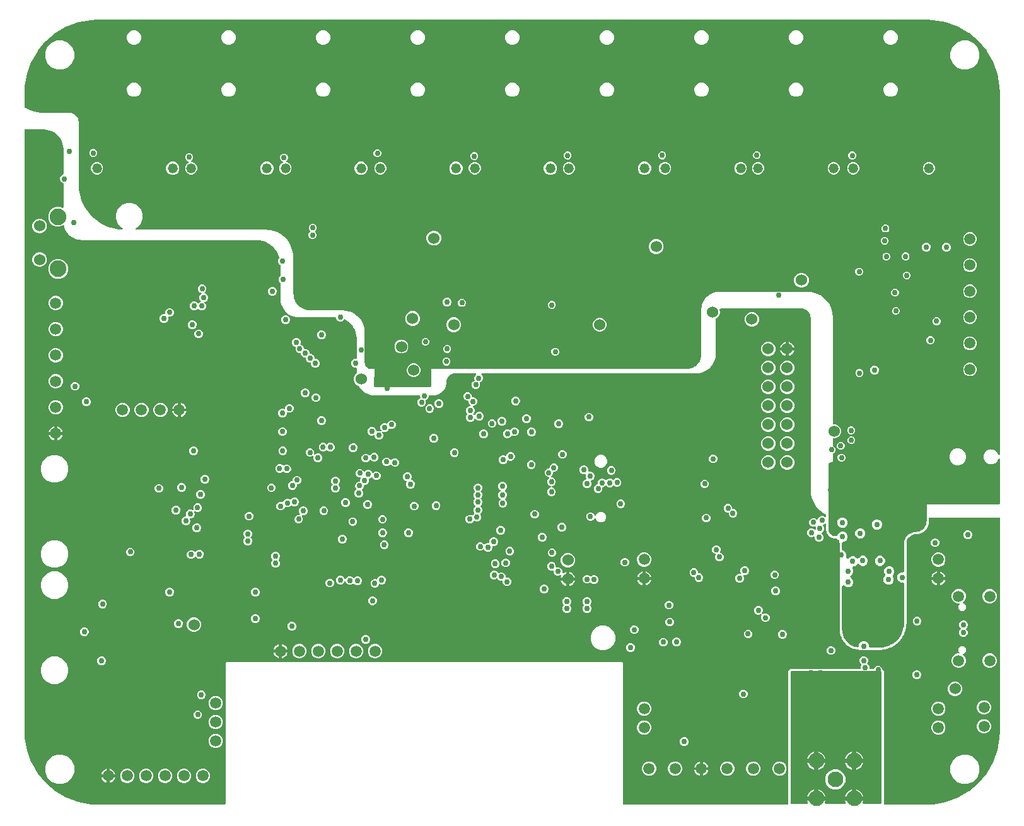
<source format=gbr>
G04 EAGLE Gerber RS-274X export*
G75*
%MOMM*%
%FSLAX34Y34*%
%LPD*%
%INCopper Layer 2*%
%IPPOS*%
%AMOC8*
5,1,8,0,0,1.08239X$1,22.5*%
G01*
%ADD10C,1.508000*%
%ADD11C,1.320800*%
%ADD12C,1.524000*%
%ADD13C,2.247900*%
%ADD14C,2.100000*%
%ADD15C,0.750000*%

G36*
X271010Y2041D02*
X271010Y2041D01*
X271068Y2039D01*
X271150Y2061D01*
X271234Y2073D01*
X271287Y2096D01*
X271343Y2111D01*
X271416Y2154D01*
X271493Y2189D01*
X271538Y2227D01*
X271588Y2256D01*
X271646Y2318D01*
X271710Y2372D01*
X271742Y2421D01*
X271782Y2464D01*
X271821Y2539D01*
X271868Y2609D01*
X271885Y2665D01*
X271912Y2717D01*
X271923Y2785D01*
X271953Y2880D01*
X271956Y2980D01*
X271967Y3048D01*
X271967Y191842D01*
X273158Y193033D01*
X804842Y193033D01*
X806033Y191842D01*
X806033Y3048D01*
X806041Y2990D01*
X806039Y2932D01*
X806061Y2850D01*
X806073Y2766D01*
X806096Y2713D01*
X806111Y2657D01*
X806154Y2584D01*
X806189Y2507D01*
X806227Y2462D01*
X806256Y2412D01*
X806318Y2354D01*
X806372Y2290D01*
X806421Y2258D01*
X806464Y2218D01*
X806539Y2179D01*
X806609Y2132D01*
X806665Y2115D01*
X806717Y2088D01*
X806785Y2077D01*
X806880Y2047D01*
X806980Y2044D01*
X807048Y2033D01*
X1026708Y2033D01*
X1026766Y2041D01*
X1026824Y2039D01*
X1026906Y2061D01*
X1026989Y2073D01*
X1027043Y2096D01*
X1027099Y2111D01*
X1027172Y2154D01*
X1027249Y2189D01*
X1027293Y2227D01*
X1027344Y2256D01*
X1027401Y2318D01*
X1027466Y2372D01*
X1027498Y2421D01*
X1027538Y2464D01*
X1027577Y2539D01*
X1027623Y2609D01*
X1027641Y2665D01*
X1027668Y2717D01*
X1027679Y2785D01*
X1027709Y2880D01*
X1027712Y2980D01*
X1027723Y3048D01*
X1027723Y181547D01*
X1030402Y184226D01*
X1056072Y184226D01*
X1056102Y184230D01*
X1056133Y184227D01*
X1056210Y184245D01*
X1056353Y184265D01*
X1056412Y184292D01*
X1056460Y184303D01*
X1056803Y184445D01*
X1059103Y184445D01*
X1059446Y184303D01*
X1059476Y184295D01*
X1059503Y184281D01*
X1059581Y184268D01*
X1059721Y184232D01*
X1059785Y184234D01*
X1059834Y184226D01*
X1068701Y184226D01*
X1068731Y184230D01*
X1068762Y184227D01*
X1068839Y184245D01*
X1068982Y184265D01*
X1069041Y184292D01*
X1069089Y184303D01*
X1069432Y184445D01*
X1071732Y184445D01*
X1072075Y184303D01*
X1072105Y184295D01*
X1072132Y184281D01*
X1072209Y184268D01*
X1072350Y184232D01*
X1072414Y184234D01*
X1072463Y184226D01*
X1123873Y184226D01*
X1123931Y184234D01*
X1123989Y184232D01*
X1124071Y184254D01*
X1124154Y184265D01*
X1124208Y184289D01*
X1124264Y184304D01*
X1124337Y184347D01*
X1124414Y184382D01*
X1124458Y184419D01*
X1124509Y184449D01*
X1124566Y184511D01*
X1124631Y184565D01*
X1124663Y184614D01*
X1124703Y184657D01*
X1124742Y184732D01*
X1124788Y184802D01*
X1124806Y184858D01*
X1124833Y184910D01*
X1124844Y184978D01*
X1124874Y185073D01*
X1124877Y185173D01*
X1124888Y185241D01*
X1124888Y187091D01*
X1125776Y189234D01*
X1125795Y189252D01*
X1125837Y189325D01*
X1125888Y189392D01*
X1125909Y189447D01*
X1125938Y189497D01*
X1125959Y189579D01*
X1125989Y189658D01*
X1125994Y189716D01*
X1126008Y189773D01*
X1126006Y189857D01*
X1126013Y189941D01*
X1126001Y189998D01*
X1125999Y190057D01*
X1125973Y190137D01*
X1125957Y190220D01*
X1125930Y190272D01*
X1125912Y190327D01*
X1125872Y190384D01*
X1125826Y190472D01*
X1125757Y190545D01*
X1125717Y190601D01*
X1124118Y192200D01*
X1123237Y194326D01*
X1123237Y196626D01*
X1124118Y198752D01*
X1125744Y200378D01*
X1127870Y201259D01*
X1130170Y201259D01*
X1132296Y200378D01*
X1133922Y198752D01*
X1134803Y196626D01*
X1134803Y194326D01*
X1133915Y192182D01*
X1133896Y192165D01*
X1133853Y192092D01*
X1133803Y192024D01*
X1133782Y191970D01*
X1133752Y191919D01*
X1133732Y191838D01*
X1133702Y191759D01*
X1133697Y191700D01*
X1133682Y191644D01*
X1133685Y191560D01*
X1133678Y191476D01*
X1133690Y191418D01*
X1133691Y191360D01*
X1133717Y191280D01*
X1133734Y191197D01*
X1133761Y191145D01*
X1133779Y191089D01*
X1133819Y191033D01*
X1133865Y190944D01*
X1133934Y190872D01*
X1133974Y190816D01*
X1135573Y189216D01*
X1136454Y187091D01*
X1136454Y185241D01*
X1136462Y185183D01*
X1136460Y185124D01*
X1136482Y185043D01*
X1136493Y184959D01*
X1136517Y184906D01*
X1136532Y184849D01*
X1136575Y184777D01*
X1136610Y184700D01*
X1136647Y184655D01*
X1136677Y184605D01*
X1136739Y184547D01*
X1136793Y184483D01*
X1136842Y184450D01*
X1136885Y184410D01*
X1136960Y184372D01*
X1137030Y184325D01*
X1137086Y184308D01*
X1137138Y184281D01*
X1137206Y184270D01*
X1137301Y184240D01*
X1137401Y184237D01*
X1137469Y184226D01*
X1141882Y184226D01*
X1141883Y184226D01*
X1141885Y184226D01*
X1142025Y184246D01*
X1142163Y184265D01*
X1142165Y184266D01*
X1142166Y184266D01*
X1142292Y184323D01*
X1142423Y184382D01*
X1142424Y184383D01*
X1142425Y184383D01*
X1142532Y184475D01*
X1142640Y184565D01*
X1142640Y184567D01*
X1142642Y184568D01*
X1142650Y184581D01*
X1142797Y184802D01*
X1142806Y184831D01*
X1142820Y184852D01*
X1143373Y186189D01*
X1145000Y187815D01*
X1147125Y188696D01*
X1149426Y188696D01*
X1151551Y187815D01*
X1153178Y186189D01*
X1154058Y184063D01*
X1154058Y183890D01*
X1154071Y183803D01*
X1154073Y183716D01*
X1154090Y183663D01*
X1154098Y183608D01*
X1154134Y183529D01*
X1154161Y183445D01*
X1154189Y183406D01*
X1154214Y183349D01*
X1154310Y183236D01*
X1154356Y183172D01*
X1155981Y181547D01*
X1155981Y3048D01*
X1155989Y2990D01*
X1155987Y2932D01*
X1156009Y2850D01*
X1156021Y2766D01*
X1156044Y2713D01*
X1156059Y2657D01*
X1156102Y2584D01*
X1156137Y2507D01*
X1156175Y2462D01*
X1156204Y2412D01*
X1156266Y2354D01*
X1156320Y2290D01*
X1156369Y2258D01*
X1156412Y2218D01*
X1156487Y2179D01*
X1156557Y2132D01*
X1156613Y2115D01*
X1156665Y2088D01*
X1156733Y2077D01*
X1156828Y2047D01*
X1156928Y2044D01*
X1156996Y2033D01*
X1214000Y2033D01*
X1214024Y2036D01*
X1214044Y2034D01*
X1222494Y2403D01*
X1222569Y2417D01*
X1222626Y2417D01*
X1239269Y5352D01*
X1239370Y5384D01*
X1239440Y5398D01*
X1255321Y11178D01*
X1255414Y11227D01*
X1255481Y11252D01*
X1270117Y19702D01*
X1270200Y19768D01*
X1270262Y19804D01*
X1283208Y30667D01*
X1283279Y30746D01*
X1283333Y30792D01*
X1294196Y43738D01*
X1294252Y43828D01*
X1294298Y43883D01*
X1302748Y58519D01*
X1302787Y58617D01*
X1302822Y58679D01*
X1308602Y74560D01*
X1308624Y74663D01*
X1308648Y74731D01*
X1311583Y91374D01*
X1311585Y91450D01*
X1311597Y91506D01*
X1311966Y99956D01*
X1311964Y99980D01*
X1311967Y100000D01*
X1311967Y386555D01*
X1311959Y386613D01*
X1311961Y386671D01*
X1311939Y386753D01*
X1311927Y386836D01*
X1311904Y386890D01*
X1311889Y386946D01*
X1311846Y387019D01*
X1311811Y387096D01*
X1311773Y387141D01*
X1311744Y387191D01*
X1311682Y387249D01*
X1311628Y387313D01*
X1311579Y387345D01*
X1311536Y387385D01*
X1311461Y387424D01*
X1311391Y387470D01*
X1311335Y387488D01*
X1311283Y387515D01*
X1311215Y387526D01*
X1311120Y387556D01*
X1311020Y387559D01*
X1310952Y387570D01*
X1217679Y387570D01*
X1217621Y387562D01*
X1217562Y387564D01*
X1217481Y387542D01*
X1217397Y387530D01*
X1217344Y387506D01*
X1217287Y387492D01*
X1217215Y387449D01*
X1217138Y387414D01*
X1217093Y387376D01*
X1217043Y387346D01*
X1216985Y387285D01*
X1216921Y387230D01*
X1216888Y387182D01*
X1216848Y387139D01*
X1216810Y387064D01*
X1216763Y386994D01*
X1216745Y386938D01*
X1216719Y386886D01*
X1216707Y386818D01*
X1216677Y386723D01*
X1216675Y386623D01*
X1216663Y386555D01*
X1216663Y383869D01*
X1216703Y383587D01*
X1216709Y383575D01*
X1216710Y383563D01*
X1216732Y383494D01*
X1216667Y382753D01*
X1216670Y382703D01*
X1216663Y382664D01*
X1216663Y381920D01*
X1216636Y381853D01*
X1216565Y381578D01*
X1216565Y381564D01*
X1216562Y381553D01*
X1216508Y380934D01*
X1216516Y380791D01*
X1216513Y380713D01*
X1216558Y380373D01*
X1216434Y379911D01*
X1216430Y379877D01*
X1216429Y379874D01*
X1216429Y379866D01*
X1216421Y379806D01*
X1216403Y379737D01*
X1216362Y379262D01*
X1216203Y378958D01*
X1216156Y378823D01*
X1216123Y378752D01*
X1215892Y377890D01*
X1215888Y377853D01*
X1215885Y377843D01*
X1215884Y377822D01*
X1215875Y377748D01*
X1215859Y377671D01*
X1215844Y377329D01*
X1215642Y376896D01*
X1215611Y376795D01*
X1215581Y376730D01*
X1215458Y376269D01*
X1215249Y375996D01*
X1215179Y375872D01*
X1215134Y375807D01*
X1214757Y374999D01*
X1214716Y374862D01*
X1214686Y374790D01*
X1214612Y374455D01*
X1214338Y374064D01*
X1214290Y373969D01*
X1214250Y373910D01*
X1214048Y373478D01*
X1213795Y373246D01*
X1213705Y373136D01*
X1213649Y373080D01*
X1213138Y372349D01*
X1213073Y372222D01*
X1213031Y372155D01*
X1212900Y371838D01*
X1212563Y371501D01*
X1212499Y371416D01*
X1212449Y371365D01*
X1212175Y370974D01*
X1211886Y370790D01*
X1211777Y370697D01*
X1211713Y370652D01*
X1211082Y370021D01*
X1210997Y369907D01*
X1210944Y369848D01*
X1210760Y369559D01*
X1210369Y369285D01*
X1210292Y369213D01*
X1210233Y369172D01*
X1209896Y368834D01*
X1209579Y368703D01*
X1209456Y368630D01*
X1209385Y368596D01*
X1208654Y368085D01*
X1208550Y367987D01*
X1208488Y367939D01*
X1208256Y367686D01*
X1207824Y367484D01*
X1207735Y367427D01*
X1207670Y367396D01*
X1207280Y367122D01*
X1206945Y367048D01*
X1206811Y366998D01*
X1206735Y366977D01*
X1205927Y366600D01*
X1205807Y366522D01*
X1205738Y366485D01*
X1205466Y366276D01*
X1205005Y366153D01*
X1204907Y366111D01*
X1204838Y366092D01*
X1204406Y365890D01*
X1204063Y365876D01*
X1203923Y365849D01*
X1203844Y365842D01*
X1202983Y365611D01*
X1202851Y365555D01*
X1202777Y365531D01*
X1202472Y365372D01*
X1201997Y365331D01*
X1201894Y365307D01*
X1201823Y365300D01*
X1201362Y365177D01*
X1201021Y365221D01*
X1200879Y365220D01*
X1200800Y365226D01*
X1200427Y365194D01*
X1200401Y365188D01*
X1200375Y365188D01*
X1200338Y365176D01*
X1199228Y365089D01*
X1199223Y365088D01*
X1199219Y365088D01*
X1198143Y364994D01*
X1198127Y364996D01*
X1198067Y364990D01*
X1198021Y364994D01*
X1196941Y364909D01*
X1196850Y364888D01*
X1196784Y364884D01*
X1195045Y364466D01*
X1194979Y364440D01*
X1194959Y364437D01*
X1194936Y364427D01*
X1194894Y364417D01*
X1193242Y363733D01*
X1193161Y363685D01*
X1193100Y363660D01*
X1191575Y362726D01*
X1191503Y362666D01*
X1191446Y362632D01*
X1190086Y361471D01*
X1190024Y361401D01*
X1189974Y361358D01*
X1188812Y359999D01*
X1188762Y359920D01*
X1188719Y359870D01*
X1187784Y358345D01*
X1187747Y358259D01*
X1187712Y358203D01*
X1187028Y356551D01*
X1187004Y356460D01*
X1186978Y356399D01*
X1186561Y354661D01*
X1186552Y354568D01*
X1186536Y354503D01*
X1186377Y352481D01*
X1186380Y352437D01*
X1186374Y352401D01*
X1186374Y246649D01*
X1186381Y246600D01*
X1186380Y246592D01*
X1186384Y246580D01*
X1186414Y246368D01*
X1186423Y246347D01*
X1186426Y246328D01*
X1186433Y246307D01*
X1186376Y245516D01*
X1186379Y245476D01*
X1186374Y245443D01*
X1186374Y244651D01*
X1186365Y244630D01*
X1186294Y244354D01*
X1186295Y244332D01*
X1186290Y244313D01*
X1186102Y241684D01*
X1186109Y241581D01*
X1186108Y241515D01*
X1186115Y241487D01*
X1186116Y241432D01*
X1186159Y241190D01*
X1186037Y240629D01*
X1186031Y240545D01*
X1186017Y240486D01*
X1185976Y239912D01*
X1185866Y239693D01*
X1185808Y239519D01*
X1185782Y239455D01*
X1185174Y236662D01*
X1185161Y236478D01*
X1185152Y236410D01*
X1185160Y236165D01*
X1184960Y235627D01*
X1184942Y235545D01*
X1184919Y235488D01*
X1184797Y234926D01*
X1184657Y234725D01*
X1184574Y234561D01*
X1184540Y234501D01*
X1183541Y231823D01*
X1183519Y231722D01*
X1183495Y231647D01*
X1183494Y231618D01*
X1183483Y231577D01*
X1183457Y231333D01*
X1183181Y230829D01*
X1183151Y230750D01*
X1183121Y230697D01*
X1182920Y230159D01*
X1182753Y229980D01*
X1182648Y229829D01*
X1182605Y229774D01*
X1181235Y227266D01*
X1181171Y227093D01*
X1181143Y227030D01*
X1181082Y226793D01*
X1180738Y226333D01*
X1180697Y226259D01*
X1180660Y226211D01*
X1180384Y225707D01*
X1180194Y225553D01*
X1180068Y225419D01*
X1180018Y225371D01*
X1178305Y223083D01*
X1178216Y222922D01*
X1178180Y222863D01*
X1178086Y222637D01*
X1177680Y222230D01*
X1177629Y222163D01*
X1177585Y222121D01*
X1177241Y221661D01*
X1177030Y221536D01*
X1176886Y221421D01*
X1176830Y221381D01*
X1174809Y219360D01*
X1174699Y219213D01*
X1174654Y219160D01*
X1174529Y218949D01*
X1174069Y218605D01*
X1174009Y218546D01*
X1173959Y218510D01*
X1173553Y218104D01*
X1173327Y218010D01*
X1173168Y217917D01*
X1173107Y217885D01*
X1170819Y216172D01*
X1170689Y216042D01*
X1170637Y215996D01*
X1170483Y215805D01*
X1169979Y215530D01*
X1169911Y215480D01*
X1169857Y215452D01*
X1169397Y215107D01*
X1169160Y215047D01*
X1168990Y214977D01*
X1168924Y214954D01*
X1166415Y213584D01*
X1166268Y213475D01*
X1166210Y213436D01*
X1166031Y213270D01*
X1165493Y213069D01*
X1165419Y213029D01*
X1165361Y213009D01*
X1164857Y212733D01*
X1164613Y212707D01*
X1164435Y212662D01*
X1164367Y212649D01*
X1161689Y211650D01*
X1161527Y211562D01*
X1161465Y211533D01*
X1161264Y211393D01*
X1160702Y211271D01*
X1160623Y211242D01*
X1160563Y211230D01*
X1160024Y211029D01*
X1159780Y211038D01*
X1159597Y211019D01*
X1159528Y211016D01*
X1156735Y210408D01*
X1156562Y210344D01*
X1156496Y210324D01*
X1156277Y210214D01*
X1155704Y210173D01*
X1155622Y210155D01*
X1155561Y210153D01*
X1154999Y210030D01*
X1154758Y210074D01*
X1154574Y210081D01*
X1154506Y210087D01*
X1151876Y209899D01*
X1151598Y209840D01*
X1151578Y209829D01*
X1151560Y209825D01*
X1151539Y209816D01*
X1150746Y209816D01*
X1150706Y209810D01*
X1150674Y209813D01*
X1149883Y209757D01*
X1149861Y209764D01*
X1149582Y209815D01*
X1149559Y209813D01*
X1149541Y209816D01*
X1125467Y209816D01*
X1125185Y209776D01*
X1125168Y209769D01*
X1125153Y209766D01*
X1125110Y209752D01*
X1124341Y209813D01*
X1124297Y209810D01*
X1124262Y209816D01*
X1123491Y209816D01*
X1123449Y209833D01*
X1123174Y209904D01*
X1123155Y209904D01*
X1123140Y209907D01*
X1121268Y210055D01*
X1121105Y210045D01*
X1121029Y210045D01*
X1120744Y210000D01*
X1120227Y210124D01*
X1120134Y210133D01*
X1120070Y210149D01*
X1119541Y210191D01*
X1119283Y210322D01*
X1119130Y210375D01*
X1119059Y210404D01*
X1116996Y210900D01*
X1116834Y210915D01*
X1116759Y210928D01*
X1116470Y210928D01*
X1115979Y211131D01*
X1115889Y211154D01*
X1115828Y211180D01*
X1115311Y211304D01*
X1115078Y211474D01*
X1114934Y211550D01*
X1114869Y211591D01*
X1112909Y212403D01*
X1112751Y212444D01*
X1112679Y212468D01*
X1112393Y212513D01*
X1111941Y212790D01*
X1111855Y212828D01*
X1111799Y212863D01*
X1111308Y213066D01*
X1111104Y213270D01*
X1110974Y213368D01*
X1110916Y213418D01*
X1109107Y214527D01*
X1108958Y214592D01*
X1108890Y214627D01*
X1108615Y214716D01*
X1108212Y215061D01*
X1108133Y215111D01*
X1108083Y215154D01*
X1107630Y215432D01*
X1107460Y215666D01*
X1107347Y215783D01*
X1107298Y215841D01*
X1105684Y217219D01*
X1105547Y217307D01*
X1105486Y217352D01*
X1105228Y217483D01*
X1104884Y217887D01*
X1104814Y217949D01*
X1104771Y218000D01*
X1104367Y218344D01*
X1104236Y218602D01*
X1104143Y218735D01*
X1104103Y218800D01*
X1102725Y220414D01*
X1102604Y220522D01*
X1102550Y220576D01*
X1102316Y220746D01*
X1102039Y221199D01*
X1101979Y221271D01*
X1101945Y221328D01*
X1101600Y221731D01*
X1101511Y222006D01*
X1101440Y222152D01*
X1101411Y222223D01*
X1100302Y224032D01*
X1100199Y224158D01*
X1100154Y224220D01*
X1099950Y224424D01*
X1099747Y224915D01*
X1099699Y224995D01*
X1099674Y225057D01*
X1099397Y225509D01*
X1099352Y225795D01*
X1099304Y225950D01*
X1099287Y226024D01*
X1098475Y227985D01*
X1098392Y228125D01*
X1098358Y228193D01*
X1098188Y228427D01*
X1098065Y228943D01*
X1098030Y229030D01*
X1098015Y229095D01*
X1097812Y229585D01*
X1097812Y229875D01*
X1097789Y230035D01*
X1097784Y230112D01*
X1097289Y232175D01*
X1097229Y232326D01*
X1097206Y232399D01*
X1097075Y232657D01*
X1097033Y233186D01*
X1097013Y233277D01*
X1097008Y233343D01*
X1096884Y233859D01*
X1096930Y234145D01*
X1096932Y234307D01*
X1096939Y234383D01*
X1096792Y236256D01*
X1096730Y236533D01*
X1096721Y236550D01*
X1096717Y236565D01*
X1096700Y236606D01*
X1096700Y237378D01*
X1096694Y237422D01*
X1096697Y237457D01*
X1096637Y238226D01*
X1096650Y238269D01*
X1096665Y238351D01*
X1096686Y238418D01*
X1096688Y238482D01*
X1096700Y238549D01*
X1096698Y238567D01*
X1096700Y238583D01*
X1096700Y353322D01*
X1096693Y353372D01*
X1096696Y353411D01*
X1096601Y354504D01*
X1096577Y354607D01*
X1096570Y354678D01*
X1096355Y355481D01*
X1096313Y355578D01*
X1096294Y355647D01*
X1095943Y356400D01*
X1095886Y356488D01*
X1095855Y356553D01*
X1095379Y357233D01*
X1095306Y357311D01*
X1095265Y357369D01*
X1094677Y357956D01*
X1094593Y358020D01*
X1094542Y358070D01*
X1093862Y358546D01*
X1093767Y358594D01*
X1093708Y358635D01*
X1092956Y358986D01*
X1092854Y359017D01*
X1092789Y359046D01*
X1091987Y359261D01*
X1091882Y359274D01*
X1091813Y359292D01*
X1091628Y359308D01*
X1091602Y359307D01*
X1091577Y359311D01*
X1091527Y359305D01*
X1090431Y359413D01*
X1090425Y359413D01*
X1090420Y359414D01*
X1089552Y359490D01*
X1089438Y359484D01*
X1089364Y359489D01*
X1089004Y359453D01*
X1088612Y359572D01*
X1088490Y359591D01*
X1088416Y359611D01*
X1088008Y359651D01*
X1087646Y359845D01*
X1087531Y359887D01*
X1087462Y359921D01*
X1087280Y359976D01*
X1087159Y359995D01*
X1087085Y360015D01*
X1086676Y360055D01*
X1086315Y360249D01*
X1086199Y360291D01*
X1086131Y360325D01*
X1085738Y360444D01*
X1085421Y360704D01*
X1085316Y360768D01*
X1085256Y360815D01*
X1085087Y360905D01*
X1084972Y360947D01*
X1084903Y360981D01*
X1084511Y361100D01*
X1084194Y361360D01*
X1084089Y361424D01*
X1084028Y361471D01*
X1083667Y361664D01*
X1083406Y361981D01*
X1083316Y362064D01*
X1083266Y362122D01*
X1083118Y362243D01*
X1083097Y362256D01*
X1083091Y362262D01*
X1083070Y362272D01*
X1083013Y362307D01*
X1082952Y362354D01*
X1082591Y362547D01*
X1082330Y362864D01*
X1082240Y362947D01*
X1082190Y363005D01*
X1081873Y363265D01*
X1081679Y363627D01*
X1081607Y363726D01*
X1081569Y363792D01*
X1081448Y363940D01*
X1081357Y364023D01*
X1081307Y364081D01*
X1080990Y364341D01*
X1080796Y364703D01*
X1080724Y364802D01*
X1080686Y364868D01*
X1080426Y365185D01*
X1080306Y365578D01*
X1080255Y365689D01*
X1080230Y365762D01*
X1080140Y365930D01*
X1080068Y366029D01*
X1080030Y366096D01*
X1079770Y366413D01*
X1079651Y366805D01*
X1079629Y366852D01*
X1079617Y366899D01*
X1079589Y366945D01*
X1079574Y366989D01*
X1079381Y367351D01*
X1079341Y367759D01*
X1079312Y367879D01*
X1079302Y367955D01*
X1079246Y368137D01*
X1079195Y368248D01*
X1079170Y368321D01*
X1078977Y368683D01*
X1078937Y369091D01*
X1078908Y369210D01*
X1078898Y369286D01*
X1078779Y369679D01*
X1078812Y370018D01*
X1078809Y370099D01*
X1078815Y370179D01*
X1078803Y370231D01*
X1078800Y370302D01*
X1078757Y370429D01*
X1078740Y370506D01*
X1078717Y370561D01*
X1078717Y371272D01*
X1078709Y371328D01*
X1078712Y371371D01*
X1078642Y372079D01*
X1078673Y372181D01*
X1078717Y372462D01*
X1078716Y372469D01*
X1078717Y372476D01*
X1078717Y378407D01*
X1078713Y378436D01*
X1078715Y378465D01*
X1078693Y378576D01*
X1078677Y378688D01*
X1078665Y378715D01*
X1078659Y378744D01*
X1078607Y378845D01*
X1078561Y378948D01*
X1078542Y378970D01*
X1078528Y378996D01*
X1078450Y379078D01*
X1078377Y379165D01*
X1078353Y379181D01*
X1078333Y379202D01*
X1078235Y379259D01*
X1078141Y379322D01*
X1078113Y379331D01*
X1078087Y379346D01*
X1077978Y379374D01*
X1077870Y379408D01*
X1077840Y379409D01*
X1077812Y379416D01*
X1077699Y379412D01*
X1077585Y379415D01*
X1077557Y379408D01*
X1077528Y379407D01*
X1077420Y379372D01*
X1077310Y379344D01*
X1077285Y379329D01*
X1077257Y379320D01*
X1077193Y379274D01*
X1077066Y379198D01*
X1077023Y379153D01*
X1076984Y379125D01*
X1076606Y378747D01*
X1075032Y378095D01*
X1074933Y378037D01*
X1074831Y377984D01*
X1074811Y377965D01*
X1074787Y377950D01*
X1074708Y377867D01*
X1074625Y377788D01*
X1074611Y377764D01*
X1074592Y377744D01*
X1074540Y377642D01*
X1074481Y377543D01*
X1074475Y377516D01*
X1074462Y377491D01*
X1074440Y377378D01*
X1074411Y377267D01*
X1074412Y377239D01*
X1074407Y377212D01*
X1074417Y377098D01*
X1074420Y376983D01*
X1074429Y376957D01*
X1074431Y376929D01*
X1074473Y376822D01*
X1074508Y376712D01*
X1074522Y376692D01*
X1074533Y376664D01*
X1074694Y376451D01*
X1074703Y376439D01*
X1075213Y375929D01*
X1076093Y373804D01*
X1076093Y371503D01*
X1075213Y369378D01*
X1073586Y367751D01*
X1072655Y367366D01*
X1072556Y367307D01*
X1072454Y367254D01*
X1072434Y367235D01*
X1072410Y367221D01*
X1072331Y367137D01*
X1072248Y367059D01*
X1072234Y367035D01*
X1072215Y367014D01*
X1072162Y366912D01*
X1072104Y366813D01*
X1072098Y366786D01*
X1072085Y366762D01*
X1072063Y366649D01*
X1072034Y366538D01*
X1072035Y366510D01*
X1072030Y366483D01*
X1072040Y366368D01*
X1072043Y366254D01*
X1072052Y366227D01*
X1072054Y366200D01*
X1072096Y366092D01*
X1072131Y365983D01*
X1072145Y365963D01*
X1072156Y365934D01*
X1072317Y365721D01*
X1072326Y365710D01*
X1073861Y364174D01*
X1074742Y362049D01*
X1074742Y359748D01*
X1073861Y357623D01*
X1072235Y355996D01*
X1070109Y355116D01*
X1067809Y355116D01*
X1065683Y355996D01*
X1064057Y357623D01*
X1063176Y359748D01*
X1063176Y361327D01*
X1063160Y361441D01*
X1063150Y361555D01*
X1063140Y361581D01*
X1063136Y361609D01*
X1063089Y361713D01*
X1063048Y361821D01*
X1063032Y361843D01*
X1063020Y361868D01*
X1062946Y361956D01*
X1062877Y362047D01*
X1062854Y362064D01*
X1062837Y362085D01*
X1062741Y362149D01*
X1062649Y362217D01*
X1062623Y362227D01*
X1062600Y362243D01*
X1062490Y362277D01*
X1062383Y362318D01*
X1062355Y362320D01*
X1062329Y362328D01*
X1062214Y362331D01*
X1062100Y362341D01*
X1062075Y362335D01*
X1062045Y362336D01*
X1061788Y362269D01*
X1061772Y362265D01*
X1059843Y361466D01*
X1057542Y361466D01*
X1055417Y362346D01*
X1053790Y363973D01*
X1052910Y366098D01*
X1052910Y368399D01*
X1053790Y370524D01*
X1055417Y372151D01*
X1057542Y373031D01*
X1059843Y373031D01*
X1061968Y372151D01*
X1062794Y371324D01*
X1062818Y371307D01*
X1062837Y371284D01*
X1062931Y371222D01*
X1063022Y371153D01*
X1063049Y371143D01*
X1063073Y371127D01*
X1063181Y371093D01*
X1063287Y371052D01*
X1063316Y371050D01*
X1063344Y371041D01*
X1063458Y371038D01*
X1063571Y371029D01*
X1063599Y371034D01*
X1063629Y371034D01*
X1063738Y371062D01*
X1063849Y371085D01*
X1063875Y371098D01*
X1063904Y371105D01*
X1064001Y371163D01*
X1064102Y371216D01*
X1064123Y371236D01*
X1064148Y371251D01*
X1064226Y371333D01*
X1064308Y371411D01*
X1064323Y371437D01*
X1064343Y371458D01*
X1064394Y371559D01*
X1064451Y371657D01*
X1064459Y371685D01*
X1064472Y371711D01*
X1064485Y371789D01*
X1064522Y371932D01*
X1064520Y371995D01*
X1064528Y372042D01*
X1064528Y373804D01*
X1064665Y374136D01*
X1064672Y374164D01*
X1064686Y374190D01*
X1064708Y374301D01*
X1064736Y374411D01*
X1064735Y374441D01*
X1064741Y374469D01*
X1064731Y374582D01*
X1064728Y374695D01*
X1064719Y374723D01*
X1064716Y374753D01*
X1064676Y374858D01*
X1064641Y374966D01*
X1064625Y374991D01*
X1064614Y375018D01*
X1064546Y375108D01*
X1064483Y375202D01*
X1064461Y375221D01*
X1064443Y375245D01*
X1064352Y375312D01*
X1064265Y375385D01*
X1064239Y375397D01*
X1064215Y375415D01*
X1064109Y375455D01*
X1064006Y375501D01*
X1063977Y375505D01*
X1063949Y375515D01*
X1063837Y375524D01*
X1063724Y375540D01*
X1063695Y375535D01*
X1063666Y375538D01*
X1063590Y375520D01*
X1063443Y375499D01*
X1063386Y375473D01*
X1063339Y375462D01*
X1062814Y375245D01*
X1060514Y375245D01*
X1058388Y376126D01*
X1056762Y377752D01*
X1055881Y379878D01*
X1055881Y382178D01*
X1056762Y384304D01*
X1058388Y385930D01*
X1060514Y386811D01*
X1062814Y386811D01*
X1064940Y385930D01*
X1066041Y384829D01*
X1066132Y384760D01*
X1066220Y384686D01*
X1066246Y384675D01*
X1066268Y384659D01*
X1066375Y384618D01*
X1066480Y384571D01*
X1066507Y384567D01*
X1066533Y384557D01*
X1066648Y384548D01*
X1066762Y384532D01*
X1066789Y384536D01*
X1066817Y384534D01*
X1066929Y384556D01*
X1067043Y384573D01*
X1067068Y384584D01*
X1067096Y384590D01*
X1067198Y384643D01*
X1067302Y384690D01*
X1067323Y384708D01*
X1067348Y384721D01*
X1067431Y384800D01*
X1067519Y384874D01*
X1067532Y384895D01*
X1067554Y384916D01*
X1067689Y385146D01*
X1067696Y385159D01*
X1068428Y386925D01*
X1070055Y388552D01*
X1072180Y389432D01*
X1074481Y389432D01*
X1076606Y388552D01*
X1076984Y388174D01*
X1077007Y388156D01*
X1077026Y388134D01*
X1077120Y388071D01*
X1077211Y388003D01*
X1077238Y387992D01*
X1077263Y387976D01*
X1077371Y387942D01*
X1077477Y387902D01*
X1077506Y387899D01*
X1077534Y387890D01*
X1077647Y387887D01*
X1077760Y387878D01*
X1077789Y387884D01*
X1077818Y387883D01*
X1077928Y387912D01*
X1078039Y387934D01*
X1078065Y387947D01*
X1078093Y387955D01*
X1078190Y388013D01*
X1078291Y388065D01*
X1078312Y388085D01*
X1078338Y388100D01*
X1078415Y388183D01*
X1078497Y388261D01*
X1078512Y388286D01*
X1078532Y388307D01*
X1078584Y388408D01*
X1078641Y388506D01*
X1078648Y388534D01*
X1078661Y388561D01*
X1078674Y388638D01*
X1078711Y388782D01*
X1078709Y388844D01*
X1078717Y388892D01*
X1078717Y390681D01*
X1078704Y390770D01*
X1078701Y390860D01*
X1078685Y390910D01*
X1078677Y390963D01*
X1078640Y391044D01*
X1078612Y391130D01*
X1078583Y391174D01*
X1078561Y391222D01*
X1078503Y391290D01*
X1078452Y391365D01*
X1078416Y391393D01*
X1078377Y391439D01*
X1078249Y391524D01*
X1078188Y391572D01*
X1074767Y393441D01*
X1070545Y396601D01*
X1066816Y400330D01*
X1063655Y404552D01*
X1061128Y409181D01*
X1059285Y414122D01*
X1058164Y419275D01*
X1057785Y424572D01*
X1057785Y655302D01*
X1057778Y655352D01*
X1057781Y655391D01*
X1057592Y657548D01*
X1057568Y657651D01*
X1057561Y657722D01*
X1057001Y659814D01*
X1056960Y659911D01*
X1056940Y659980D01*
X1056025Y661943D01*
X1055968Y662032D01*
X1055937Y662096D01*
X1054695Y663870D01*
X1054622Y663948D01*
X1054581Y664006D01*
X1053050Y665537D01*
X1052965Y665600D01*
X1052914Y665651D01*
X1051140Y666893D01*
X1051046Y666941D01*
X1050987Y666981D01*
X1049024Y667896D01*
X1048923Y667927D01*
X1048858Y667957D01*
X1046766Y668517D01*
X1046661Y668530D01*
X1046592Y668548D01*
X1044435Y668737D01*
X1044385Y668734D01*
X1044346Y668741D01*
X940971Y668741D01*
X940922Y668734D01*
X940883Y668737D01*
X939184Y668588D01*
X939081Y668564D01*
X939010Y668557D01*
X937363Y668116D01*
X937265Y668075D01*
X937196Y668056D01*
X936094Y667542D01*
X936064Y667522D01*
X936030Y667509D01*
X935945Y667445D01*
X935856Y667387D01*
X935832Y667359D01*
X935803Y667337D01*
X935740Y667252D01*
X935670Y667172D01*
X935655Y667139D01*
X935633Y667110D01*
X935596Y667010D01*
X935551Y666914D01*
X935546Y666878D01*
X935533Y666844D01*
X935524Y666737D01*
X935508Y666633D01*
X935513Y666597D01*
X935510Y666560D01*
X935528Y666484D01*
X935545Y666351D01*
X935574Y666285D01*
X935586Y666233D01*
X935963Y665322D01*
X935963Y661482D01*
X934493Y657934D01*
X931778Y655219D01*
X930801Y654814D01*
X930800Y654814D01*
X930798Y654813D01*
X930678Y654742D01*
X930556Y654670D01*
X930555Y654669D01*
X930554Y654668D01*
X930456Y654564D01*
X930361Y654463D01*
X930360Y654462D01*
X930359Y654461D01*
X930295Y654335D01*
X930231Y654211D01*
X930230Y654209D01*
X930230Y654208D01*
X930227Y654193D01*
X930176Y653932D01*
X930178Y653901D01*
X930174Y653876D01*
X930174Y606857D01*
X929909Y603152D01*
X929127Y599557D01*
X927841Y596110D01*
X926078Y592881D01*
X923874Y589936D01*
X921272Y587335D01*
X918327Y585130D01*
X915099Y583367D01*
X911652Y582081D01*
X908057Y581299D01*
X904351Y581034D01*
X616580Y581034D01*
X616551Y581030D01*
X616522Y581033D01*
X616410Y581010D01*
X616298Y580995D01*
X616272Y580983D01*
X616243Y580977D01*
X616142Y580925D01*
X616039Y580878D01*
X616016Y580859D01*
X615990Y580846D01*
X615908Y580768D01*
X615822Y580695D01*
X615806Y580670D01*
X615784Y580650D01*
X615727Y580552D01*
X615664Y580458D01*
X615655Y580430D01*
X615641Y580405D01*
X615613Y580295D01*
X615579Y580187D01*
X615578Y580158D01*
X615571Y580129D01*
X615574Y580016D01*
X615571Y579903D01*
X615579Y579874D01*
X615580Y579845D01*
X615614Y579737D01*
X615643Y579628D01*
X615658Y579603D01*
X615667Y579575D01*
X615713Y579511D01*
X615788Y579383D01*
X615834Y579340D01*
X615862Y579301D01*
X617055Y578108D01*
X617935Y575983D01*
X617935Y573682D01*
X617055Y571557D01*
X615428Y569930D01*
X614017Y569345D01*
X613966Y569316D01*
X613912Y569295D01*
X613845Y569244D01*
X613772Y569201D01*
X613732Y569158D01*
X613685Y569123D01*
X613635Y569055D01*
X613577Y568994D01*
X613550Y568942D01*
X613515Y568895D01*
X613485Y568816D01*
X613447Y568741D01*
X613435Y568684D01*
X613415Y568629D01*
X613408Y568545D01*
X613391Y568463D01*
X613397Y568404D01*
X613392Y568346D01*
X613407Y568279D01*
X613416Y568179D01*
X613452Y568086D01*
X613467Y568019D01*
X613953Y566847D01*
X613953Y564547D01*
X613072Y562421D01*
X611446Y560794D01*
X609320Y559914D01*
X607020Y559914D01*
X604894Y560794D01*
X603268Y562421D01*
X602387Y564547D01*
X602387Y566847D01*
X603268Y568972D01*
X604894Y570599D01*
X606306Y571184D01*
X606356Y571214D01*
X606411Y571235D01*
X606478Y571285D01*
X606551Y571328D01*
X606591Y571371D01*
X606638Y571406D01*
X606688Y571474D01*
X606746Y571535D01*
X606773Y571587D01*
X606808Y571634D01*
X606838Y571713D01*
X606876Y571788D01*
X606887Y571845D01*
X606908Y571900D01*
X606915Y571984D01*
X606931Y572067D01*
X606926Y572125D01*
X606931Y572183D01*
X606915Y572250D01*
X606907Y572350D01*
X606871Y572443D01*
X606855Y572510D01*
X606370Y573682D01*
X606370Y575983D01*
X607250Y578108D01*
X608443Y579301D01*
X608461Y579325D01*
X608483Y579344D01*
X608546Y579438D01*
X608614Y579528D01*
X608625Y579556D01*
X608641Y579580D01*
X608675Y579688D01*
X608716Y579794D01*
X608718Y579823D01*
X608727Y579851D01*
X608730Y579965D01*
X608739Y580077D01*
X608733Y580106D01*
X608734Y580136D01*
X608706Y580245D01*
X608683Y580356D01*
X608670Y580382D01*
X608662Y580411D01*
X608604Y580508D01*
X608552Y580608D01*
X608532Y580630D01*
X608517Y580655D01*
X608435Y580732D01*
X608356Y580815D01*
X608331Y580829D01*
X608310Y580850D01*
X608209Y580901D01*
X608111Y580958D01*
X608083Y580966D01*
X608057Y580979D01*
X607979Y580992D01*
X607836Y581028D01*
X607773Y581026D01*
X607726Y581034D01*
X580377Y581034D01*
X580328Y581027D01*
X580289Y581031D01*
X578443Y580869D01*
X578340Y580845D01*
X578269Y580838D01*
X576479Y580359D01*
X576382Y580317D01*
X576313Y580298D01*
X574633Y579515D01*
X574545Y579457D01*
X574480Y579427D01*
X572962Y578364D01*
X572885Y578292D01*
X572827Y578250D01*
X571516Y576940D01*
X571453Y576855D01*
X571403Y576804D01*
X570340Y575287D01*
X570292Y575192D01*
X570251Y575133D01*
X569468Y573454D01*
X569437Y573353D01*
X569408Y573288D01*
X568928Y571498D01*
X568915Y571393D01*
X568898Y571324D01*
X568736Y569478D01*
X568736Y569473D01*
X568735Y569469D01*
X568509Y566591D01*
X567854Y563863D01*
X566780Y561270D01*
X565313Y558877D01*
X563491Y556743D01*
X561357Y554921D01*
X558964Y553454D01*
X556371Y552380D01*
X553643Y551725D01*
X550805Y551502D01*
X546107Y551502D01*
X546050Y551494D01*
X545991Y551495D01*
X545909Y551474D01*
X545826Y551462D01*
X545773Y551438D01*
X545716Y551423D01*
X545644Y551380D01*
X545567Y551346D01*
X545522Y551308D01*
X545472Y551278D01*
X545414Y551217D01*
X545350Y551162D01*
X545317Y551113D01*
X545277Y551071D01*
X545239Y550996D01*
X545192Y550925D01*
X545174Y550870D01*
X545148Y550818D01*
X545136Y550750D01*
X545106Y550654D01*
X545104Y550555D01*
X545092Y550487D01*
X545092Y549880D01*
X544212Y547754D01*
X542585Y546127D01*
X541293Y545592D01*
X541243Y545563D01*
X541189Y545542D01*
X541121Y545491D01*
X541049Y545448D01*
X541009Y545405D01*
X540962Y545370D01*
X540911Y545303D01*
X540853Y545241D01*
X540827Y545189D01*
X540792Y545142D01*
X540762Y545063D01*
X540723Y544988D01*
X540712Y544931D01*
X540691Y544876D01*
X540685Y544792D01*
X540668Y544710D01*
X540673Y544651D01*
X540669Y544593D01*
X540684Y544526D01*
X540693Y544426D01*
X540728Y544333D01*
X540744Y544266D01*
X541159Y543265D01*
X541159Y540964D01*
X540212Y538680D01*
X540191Y538596D01*
X540160Y538516D01*
X540160Y538507D01*
X540117Y538501D01*
X540039Y538465D01*
X539957Y538439D01*
X539916Y538410D01*
X539858Y538383D01*
X539747Y538290D01*
X539683Y538244D01*
X538652Y537212D01*
X536526Y536332D01*
X534226Y536332D01*
X532100Y537212D01*
X530474Y538839D01*
X529593Y540964D01*
X529593Y543265D01*
X530474Y545390D01*
X532100Y547017D01*
X533392Y547552D01*
X533442Y547582D01*
X533497Y547603D01*
X533564Y547654D01*
X533637Y547696D01*
X533677Y547739D01*
X533724Y547774D01*
X533774Y547842D01*
X533832Y547903D01*
X533859Y547955D01*
X533894Y548002D01*
X533924Y548081D01*
X533962Y548156D01*
X533973Y548213D01*
X533994Y548268D01*
X534001Y548352D01*
X534017Y548435D01*
X534012Y548493D01*
X534017Y548551D01*
X534001Y548619D01*
X533993Y548718D01*
X533957Y548811D01*
X533941Y548878D01*
X533527Y549880D01*
X533527Y550487D01*
X533519Y550544D01*
X533520Y550603D01*
X533499Y550685D01*
X533487Y550768D01*
X533463Y550821D01*
X533448Y550878D01*
X533405Y550950D01*
X533371Y551028D01*
X533333Y551072D01*
X533303Y551122D01*
X533241Y551180D01*
X533187Y551245D01*
X533138Y551277D01*
X533096Y551317D01*
X533021Y551355D01*
X532950Y551402D01*
X532895Y551420D01*
X532843Y551446D01*
X532775Y551458D01*
X532679Y551488D01*
X532580Y551490D01*
X532511Y551502D01*
X472311Y551502D01*
X468847Y551750D01*
X465489Y552480D01*
X462270Y553681D01*
X459254Y555328D01*
X456503Y557387D01*
X454073Y559817D01*
X452013Y562568D01*
X451266Y563938D01*
X451246Y563964D01*
X451232Y563995D01*
X451161Y564078D01*
X451096Y564166D01*
X451069Y564186D01*
X451048Y564211D01*
X450981Y564253D01*
X450869Y564337D01*
X450807Y564362D01*
X450763Y564389D01*
X448562Y565301D01*
X445847Y568016D01*
X444377Y571564D01*
X444377Y575404D01*
X445847Y578952D01*
X447890Y580995D01*
X447943Y581065D01*
X448002Y581128D01*
X448028Y581178D01*
X448061Y581222D01*
X448092Y581304D01*
X448132Y581381D01*
X448140Y581429D01*
X448162Y581487D01*
X448168Y581555D01*
X448173Y581573D01*
X448175Y581639D01*
X448187Y581713D01*
X448187Y587722D01*
X448179Y587780D01*
X448181Y587838D01*
X448159Y587920D01*
X448148Y588004D01*
X448124Y588057D01*
X448109Y588113D01*
X448066Y588186D01*
X448031Y588263D01*
X447993Y588308D01*
X447964Y588358D01*
X447902Y588416D01*
X447848Y588480D01*
X447799Y588512D01*
X447756Y588552D01*
X447681Y588591D01*
X447611Y588638D01*
X447555Y588655D01*
X447503Y588682D01*
X447435Y588693D01*
X447340Y588723D01*
X447240Y588726D01*
X447172Y588737D01*
X445496Y588737D01*
X443371Y589618D01*
X441744Y591244D01*
X440864Y593370D01*
X440864Y595670D01*
X441744Y597796D01*
X443371Y599422D01*
X445496Y600303D01*
X447172Y600303D01*
X447230Y600311D01*
X447288Y600309D01*
X447370Y600331D01*
X447454Y600343D01*
X447507Y600366D01*
X447564Y600381D01*
X447636Y600424D01*
X447713Y600459D01*
X447758Y600497D01*
X447808Y600526D01*
X447866Y600588D01*
X447930Y600642D01*
X447962Y600691D01*
X448002Y600734D01*
X448041Y600809D01*
X448088Y600879D01*
X448105Y600935D01*
X448132Y600987D01*
X448143Y601055D01*
X448173Y601150D01*
X448176Y601250D01*
X448187Y601318D01*
X448187Y628155D01*
X448182Y628195D01*
X448185Y628227D01*
X447908Y632094D01*
X447891Y632176D01*
X447888Y632238D01*
X447063Y636026D01*
X447034Y636105D01*
X447023Y636165D01*
X445668Y639798D01*
X445628Y639871D01*
X445608Y639929D01*
X443750Y643332D01*
X443699Y643399D01*
X443671Y643454D01*
X441348Y646558D01*
X441289Y646617D01*
X441253Y646667D01*
X438512Y649409D01*
X438444Y649459D01*
X438402Y649503D01*
X435298Y651827D01*
X435225Y651867D01*
X435177Y651905D01*
X432171Y653546D01*
X432119Y653566D01*
X432071Y653594D01*
X431987Y653615D01*
X431905Y653646D01*
X431849Y653650D01*
X431795Y653664D01*
X431708Y653661D01*
X431622Y653668D01*
X431567Y653657D01*
X431511Y653655D01*
X431428Y653628D01*
X431343Y653611D01*
X431294Y653585D01*
X431240Y653568D01*
X431183Y653527D01*
X431092Y653479D01*
X431022Y653412D01*
X430967Y653373D01*
X429462Y651868D01*
X427337Y650988D01*
X425036Y650988D01*
X422911Y651868D01*
X421284Y653495D01*
X420364Y655716D01*
X420363Y655718D01*
X420363Y655719D01*
X420291Y655839D01*
X420220Y655961D01*
X420218Y655962D01*
X420218Y655963D01*
X420114Y656061D01*
X420013Y656156D01*
X420011Y656157D01*
X420010Y656158D01*
X419885Y656222D01*
X419760Y656286D01*
X419759Y656287D01*
X419757Y656287D01*
X419742Y656290D01*
X419481Y656341D01*
X419451Y656339D01*
X419426Y656343D01*
X370411Y656343D01*
X366906Y656594D01*
X363507Y657333D01*
X360247Y658549D01*
X357195Y660216D01*
X354410Y662300D01*
X351950Y664760D01*
X349866Y667544D01*
X348199Y670597D01*
X346983Y673857D01*
X346244Y677256D01*
X345993Y680761D01*
X345993Y701721D01*
X345981Y701807D01*
X345978Y701895D01*
X345961Y701947D01*
X345953Y702002D01*
X345917Y702082D01*
X345890Y702165D01*
X345862Y702204D01*
X345837Y702262D01*
X345741Y702375D01*
X345696Y702439D01*
X344279Y703855D01*
X343398Y705981D01*
X343398Y708281D01*
X344279Y710407D01*
X345696Y711824D01*
X345748Y711894D01*
X345808Y711958D01*
X345833Y712007D01*
X345867Y712051D01*
X345898Y712133D01*
X345937Y712211D01*
X345945Y712258D01*
X345968Y712317D01*
X345980Y712464D01*
X345993Y712542D01*
X345993Y725837D01*
X345993Y725839D01*
X345993Y725840D01*
X345972Y725983D01*
X345953Y726119D01*
X345953Y726120D01*
X345952Y726122D01*
X345893Y726253D01*
X345837Y726378D01*
X345836Y726379D01*
X345835Y726381D01*
X345742Y726490D01*
X345653Y726595D01*
X345652Y726596D01*
X345651Y726597D01*
X345638Y726606D01*
X345417Y726753D01*
X345387Y726762D01*
X345366Y726775D01*
X344893Y726971D01*
X343266Y728598D01*
X342386Y730724D01*
X342386Y733024D01*
X343266Y735149D01*
X344151Y736035D01*
X344227Y736136D01*
X344306Y736233D01*
X344312Y736249D01*
X344322Y736262D01*
X344367Y736380D01*
X344416Y736496D01*
X344418Y736512D01*
X344424Y736528D01*
X344434Y736653D01*
X344448Y736778D01*
X344446Y736793D01*
X344447Y736811D01*
X344391Y737090D01*
X344386Y737099D01*
X344385Y737108D01*
X343046Y740696D01*
X343006Y740769D01*
X342986Y740827D01*
X340805Y744822D01*
X340755Y744889D01*
X340727Y744944D01*
X338000Y748587D01*
X337940Y748647D01*
X337905Y748696D01*
X334687Y751915D01*
X334620Y751965D01*
X334577Y752009D01*
X330934Y754737D01*
X330860Y754777D01*
X330812Y754815D01*
X326818Y756996D01*
X326739Y757026D01*
X326686Y757056D01*
X322422Y758647D01*
X322340Y758665D01*
X322283Y758688D01*
X317836Y759655D01*
X317752Y759661D01*
X317692Y759676D01*
X313153Y760000D01*
X313113Y759997D01*
X313080Y760003D01*
X79485Y760003D01*
X75895Y760260D01*
X72413Y761017D01*
X69075Y762262D01*
X65948Y763970D01*
X63096Y766105D01*
X60577Y768624D01*
X58441Y771476D01*
X56734Y774603D01*
X55489Y777942D01*
X55256Y779012D01*
X55254Y779018D01*
X55253Y779024D01*
X55205Y779150D01*
X55157Y779278D01*
X55153Y779283D01*
X55151Y779289D01*
X55069Y779397D01*
X54988Y779507D01*
X54983Y779511D01*
X54980Y779516D01*
X54870Y779598D01*
X54763Y779680D01*
X54757Y779682D01*
X54752Y779686D01*
X54625Y779734D01*
X54498Y779784D01*
X54492Y779784D01*
X54486Y779787D01*
X54350Y779797D01*
X54215Y779810D01*
X54209Y779809D01*
X54202Y779809D01*
X54159Y779799D01*
X53936Y779757D01*
X53904Y779740D01*
X53875Y779734D01*
X50038Y778144D01*
X44758Y778144D01*
X39880Y780165D01*
X36146Y783898D01*
X34126Y788777D01*
X34126Y794057D01*
X36146Y798935D01*
X39880Y802668D01*
X44758Y804689D01*
X50038Y804689D01*
X53071Y803433D01*
X53182Y803404D01*
X53292Y803369D01*
X53319Y803368D01*
X53346Y803362D01*
X53461Y803365D01*
X53576Y803362D01*
X53603Y803369D01*
X53630Y803370D01*
X53740Y803405D01*
X53851Y803434D01*
X53875Y803448D01*
X53901Y803456D01*
X53997Y803520D01*
X54095Y803579D01*
X54114Y803599D01*
X54137Y803615D01*
X54211Y803702D01*
X54290Y803786D01*
X54302Y803811D01*
X54320Y803832D01*
X54367Y803937D01*
X54419Y804039D01*
X54423Y804064D01*
X54436Y804092D01*
X54472Y804356D01*
X54475Y804370D01*
X54475Y835980D01*
X54474Y835982D01*
X54475Y835984D01*
X54454Y836124D01*
X54435Y836262D01*
X54434Y836263D01*
X54434Y836265D01*
X54376Y836393D01*
X54319Y836521D01*
X54318Y836523D01*
X54317Y836524D01*
X54226Y836631D01*
X54135Y836738D01*
X54134Y836739D01*
X54133Y836740D01*
X54119Y836749D01*
X53898Y836896D01*
X53869Y836905D01*
X53848Y836918D01*
X52502Y837476D01*
X50875Y839103D01*
X49995Y841228D01*
X49995Y843529D01*
X50875Y845654D01*
X52502Y847281D01*
X53848Y847838D01*
X53849Y847839D01*
X53851Y847839D01*
X53937Y847891D01*
X53940Y847892D01*
X53942Y847893D01*
X53967Y847909D01*
X54093Y847983D01*
X54094Y847984D01*
X54095Y847985D01*
X54190Y848086D01*
X54288Y848189D01*
X54289Y848191D01*
X54290Y848192D01*
X54354Y848318D01*
X54418Y848442D01*
X54418Y848444D01*
X54419Y848445D01*
X54422Y848460D01*
X54473Y848721D01*
X54471Y848752D01*
X54475Y848776D01*
X54475Y882137D01*
X54469Y882177D01*
X54472Y882209D01*
X54214Y885824D01*
X54196Y885906D01*
X54193Y885968D01*
X53423Y889509D01*
X53393Y889588D01*
X53382Y889648D01*
X52115Y893043D01*
X52075Y893117D01*
X52055Y893175D01*
X50318Y896356D01*
X50268Y896423D01*
X50240Y896478D01*
X48068Y899379D01*
X48009Y899438D01*
X47973Y899488D01*
X45411Y902051D01*
X45344Y902101D01*
X45301Y902146D01*
X42400Y904318D01*
X42326Y904358D01*
X42278Y904396D01*
X39097Y906133D01*
X39019Y906162D01*
X38966Y906193D01*
X35570Y907459D01*
X35488Y907477D01*
X35431Y907500D01*
X31890Y908270D01*
X31806Y908277D01*
X31747Y908291D01*
X28132Y908550D01*
X28092Y908547D01*
X28059Y908552D01*
X3048Y908552D01*
X2990Y908544D01*
X2932Y908545D01*
X2850Y908524D01*
X2766Y908512D01*
X2713Y908488D01*
X2657Y908474D01*
X2584Y908431D01*
X2507Y908396D01*
X2462Y908358D01*
X2412Y908328D01*
X2354Y908267D01*
X2290Y908212D01*
X2258Y908164D01*
X2218Y908121D01*
X2179Y908046D01*
X2132Y907976D01*
X2115Y907920D01*
X2088Y907868D01*
X2077Y907800D01*
X2047Y907705D01*
X2044Y907605D01*
X2033Y907537D01*
X2033Y100000D01*
X2036Y99976D01*
X2034Y99956D01*
X2403Y91506D01*
X2417Y91431D01*
X2417Y91374D01*
X5352Y74731D01*
X5384Y74630D01*
X5398Y74560D01*
X11178Y58679D01*
X11227Y58586D01*
X11252Y58519D01*
X19702Y43883D01*
X19768Y43800D01*
X19804Y43738D01*
X30667Y30792D01*
X30746Y30721D01*
X30792Y30667D01*
X43738Y19804D01*
X43828Y19748D01*
X43883Y19702D01*
X58519Y11252D01*
X58617Y11213D01*
X58679Y11178D01*
X74560Y5398D01*
X74663Y5376D01*
X74731Y5352D01*
X91374Y2417D01*
X91378Y2417D01*
X91382Y2416D01*
X91453Y2414D01*
X91506Y2403D01*
X99956Y2034D01*
X99980Y2036D01*
X100000Y2033D01*
X270952Y2033D01*
X271010Y2041D01*
G37*
G36*
X1150589Y212872D02*
X1150589Y212872D01*
X1150673Y212871D01*
X1155052Y213184D01*
X1155129Y213197D01*
X1155339Y213225D01*
X1159628Y214158D01*
X1159702Y214182D01*
X1159906Y214240D01*
X1164018Y215774D01*
X1164089Y215808D01*
X1164282Y215894D01*
X1168135Y217998D01*
X1168199Y218042D01*
X1168378Y218154D01*
X1171892Y220785D01*
X1171950Y220838D01*
X1172111Y220975D01*
X1175215Y224078D01*
X1175265Y224139D01*
X1175405Y224297D01*
X1178035Y227811D01*
X1178076Y227879D01*
X1178192Y228055D01*
X1180296Y231908D01*
X1180326Y231980D01*
X1180416Y232171D01*
X1181950Y236284D01*
X1181970Y236361D01*
X1182032Y236562D01*
X1182965Y240851D01*
X1182971Y240910D01*
X1182979Y240937D01*
X1182984Y240998D01*
X1183006Y241138D01*
X1183319Y245516D01*
X1183317Y245577D01*
X1183324Y245661D01*
X1183324Y298405D01*
X1183323Y298423D01*
X1183324Y298441D01*
X1183303Y298623D01*
X1183284Y298806D01*
X1183279Y298823D01*
X1183277Y298841D01*
X1183220Y299015D01*
X1183166Y299191D01*
X1183158Y299206D01*
X1183152Y299223D01*
X1183062Y299384D01*
X1182975Y299545D01*
X1182963Y299558D01*
X1182954Y299574D01*
X1182834Y299713D01*
X1182717Y299854D01*
X1182703Y299865D01*
X1182691Y299879D01*
X1182546Y299991D01*
X1182403Y300106D01*
X1182387Y300115D01*
X1182373Y300125D01*
X1182208Y300207D01*
X1182046Y300292D01*
X1182029Y300297D01*
X1182013Y300305D01*
X1181834Y300353D01*
X1181659Y300403D01*
X1181641Y300405D01*
X1181624Y300409D01*
X1181293Y300436D01*
X1179131Y300436D01*
X1176633Y301471D01*
X1174720Y303384D01*
X1173685Y305883D01*
X1173685Y308588D01*
X1174720Y311086D01*
X1176633Y312999D01*
X1179131Y314034D01*
X1181293Y314034D01*
X1181311Y314036D01*
X1181329Y314034D01*
X1181511Y314056D01*
X1181694Y314074D01*
X1181711Y314079D01*
X1181728Y314081D01*
X1181903Y314138D01*
X1182079Y314192D01*
X1182094Y314200D01*
X1182111Y314206D01*
X1182271Y314296D01*
X1182433Y314384D01*
X1182446Y314395D01*
X1182462Y314404D01*
X1182601Y314524D01*
X1182742Y314641D01*
X1182753Y314655D01*
X1182767Y314667D01*
X1182879Y314812D01*
X1182994Y314955D01*
X1183002Y314971D01*
X1183013Y314985D01*
X1183095Y315150D01*
X1183180Y315313D01*
X1183185Y315330D01*
X1183193Y315346D01*
X1183241Y315524D01*
X1183291Y315699D01*
X1183293Y315717D01*
X1183297Y315734D01*
X1183324Y316065D01*
X1183324Y352561D01*
X1183521Y355062D01*
X1184088Y357422D01*
X1185017Y359666D01*
X1186286Y361736D01*
X1187863Y363582D01*
X1189709Y365159D01*
X1191779Y366428D01*
X1194022Y367357D01*
X1196383Y367924D01*
X1198963Y368127D01*
X1198971Y368128D01*
X1198981Y368128D01*
X1201200Y368322D01*
X1201211Y368324D01*
X1201222Y368324D01*
X1201549Y368384D01*
X1203700Y368960D01*
X1203711Y368964D01*
X1203722Y368966D01*
X1204033Y369081D01*
X1206052Y370023D01*
X1206061Y370028D01*
X1206072Y370032D01*
X1206358Y370200D01*
X1208183Y371477D01*
X1208191Y371485D01*
X1208201Y371490D01*
X1208454Y371705D01*
X1210029Y373280D01*
X1210036Y373289D01*
X1210045Y373296D01*
X1210257Y373551D01*
X1211534Y375376D01*
X1211540Y375386D01*
X1211547Y375394D01*
X1211711Y375683D01*
X1212653Y377701D01*
X1212657Y377712D01*
X1212662Y377722D01*
X1212774Y378034D01*
X1213350Y380186D01*
X1213352Y380197D01*
X1213356Y380207D01*
X1213412Y380534D01*
X1213606Y382753D01*
X1213605Y382826D01*
X1213614Y382930D01*
X1213614Y405072D01*
X1310698Y405072D01*
X1310816Y405087D01*
X1310935Y405094D01*
X1310973Y405107D01*
X1311014Y405112D01*
X1311124Y405156D01*
X1311237Y405192D01*
X1311272Y405214D01*
X1311309Y405229D01*
X1311405Y405299D01*
X1311506Y405362D01*
X1311534Y405392D01*
X1311567Y405416D01*
X1311643Y405507D01*
X1311724Y405594D01*
X1311744Y405630D01*
X1311769Y405661D01*
X1311820Y405768D01*
X1311878Y405873D01*
X1311888Y405912D01*
X1311905Y405948D01*
X1311927Y406065D01*
X1311957Y406181D01*
X1311961Y406241D01*
X1311965Y406261D01*
X1311963Y406281D01*
X1311967Y406341D01*
X1311967Y465294D01*
X1311959Y465363D01*
X1311960Y465433D01*
X1311939Y465520D01*
X1311927Y465609D01*
X1311902Y465674D01*
X1311885Y465742D01*
X1311843Y465822D01*
X1311810Y465905D01*
X1311769Y465961D01*
X1311737Y466023D01*
X1311676Y466090D01*
X1311624Y466162D01*
X1311570Y466207D01*
X1311523Y466259D01*
X1311448Y466308D01*
X1311379Y466365D01*
X1311315Y466395D01*
X1311257Y466433D01*
X1311172Y466462D01*
X1311091Y466501D01*
X1311022Y466514D01*
X1310956Y466537D01*
X1310867Y466544D01*
X1310779Y466561D01*
X1310709Y466556D01*
X1310639Y466562D01*
X1310551Y466546D01*
X1310461Y466541D01*
X1310395Y466519D01*
X1310326Y466507D01*
X1310244Y466470D01*
X1310159Y466443D01*
X1310100Y466405D01*
X1310036Y466377D01*
X1309966Y466321D01*
X1309890Y466273D01*
X1309842Y466222D01*
X1309788Y466178D01*
X1309733Y466106D01*
X1309672Y466041D01*
X1309638Y465980D01*
X1309596Y465924D01*
X1309525Y465780D01*
X1308505Y463317D01*
X1305683Y460495D01*
X1301996Y458967D01*
X1298004Y458967D01*
X1294317Y460495D01*
X1291495Y463317D01*
X1289967Y467004D01*
X1289967Y470996D01*
X1291495Y474683D01*
X1294317Y477505D01*
X1298004Y479033D01*
X1301996Y479033D01*
X1305683Y477505D01*
X1308505Y474683D01*
X1309525Y472220D01*
X1309560Y472160D01*
X1309586Y472095D01*
X1309638Y472022D01*
X1309683Y471944D01*
X1309731Y471894D01*
X1309772Y471838D01*
X1309842Y471780D01*
X1309904Y471716D01*
X1309964Y471679D01*
X1310017Y471635D01*
X1310099Y471596D01*
X1310175Y471550D01*
X1310242Y471529D01*
X1310305Y471499D01*
X1310393Y471482D01*
X1310479Y471456D01*
X1310549Y471453D01*
X1310618Y471439D01*
X1310707Y471445D01*
X1310797Y471441D01*
X1310865Y471455D01*
X1310935Y471459D01*
X1311020Y471487D01*
X1311108Y471505D01*
X1311171Y471536D01*
X1311237Y471557D01*
X1311313Y471605D01*
X1311394Y471645D01*
X1311447Y471690D01*
X1311506Y471727D01*
X1311568Y471793D01*
X1311636Y471851D01*
X1311676Y471908D01*
X1311724Y471959D01*
X1311767Y472038D01*
X1311819Y472111D01*
X1311844Y472176D01*
X1311878Y472238D01*
X1311900Y472324D01*
X1311932Y472409D01*
X1311940Y472478D01*
X1311957Y472545D01*
X1311967Y472706D01*
X1311967Y958000D01*
X1311965Y958016D01*
X1311966Y958055D01*
X1311598Y966483D01*
X1311598Y966486D01*
X1311598Y966488D01*
X1311580Y966648D01*
X1308653Y983248D01*
X1308644Y983277D01*
X1308641Y983307D01*
X1308596Y983461D01*
X1302831Y999300D01*
X1302817Y999327D01*
X1302809Y999357D01*
X1302737Y999501D01*
X1294310Y1014098D01*
X1294291Y1014122D01*
X1294278Y1014150D01*
X1294183Y1014280D01*
X1283348Y1027192D01*
X1283326Y1027212D01*
X1283308Y1027237D01*
X1283192Y1027348D01*
X1270280Y1038183D01*
X1270254Y1038199D01*
X1270232Y1038220D01*
X1270098Y1038310D01*
X1255501Y1046737D01*
X1255473Y1046749D01*
X1255448Y1046766D01*
X1255300Y1046831D01*
X1239461Y1052596D01*
X1239432Y1052603D01*
X1239404Y1052615D01*
X1239248Y1052653D01*
X1222648Y1055580D01*
X1222646Y1055580D01*
X1222643Y1055581D01*
X1222483Y1055598D01*
X1214055Y1055966D01*
X1214040Y1055965D01*
X1214000Y1055967D01*
X100000Y1055967D01*
X99984Y1055965D01*
X99945Y1055966D01*
X91517Y1055598D01*
X91514Y1055598D01*
X91512Y1055598D01*
X91352Y1055580D01*
X74752Y1052653D01*
X74723Y1052644D01*
X74693Y1052641D01*
X74539Y1052596D01*
X58700Y1046831D01*
X58673Y1046817D01*
X58643Y1046809D01*
X58499Y1046737D01*
X43902Y1038310D01*
X43878Y1038291D01*
X43850Y1038278D01*
X43720Y1038183D01*
X30808Y1027348D01*
X30788Y1027326D01*
X30763Y1027308D01*
X30652Y1027192D01*
X19817Y1014280D01*
X19801Y1014254D01*
X19780Y1014232D01*
X19690Y1014098D01*
X11263Y999501D01*
X11251Y999473D01*
X11234Y999448D01*
X11169Y999300D01*
X5404Y983461D01*
X5397Y983432D01*
X5385Y983404D01*
X5347Y983248D01*
X2420Y966648D01*
X2420Y966646D01*
X2419Y966643D01*
X2402Y966483D01*
X2034Y958055D01*
X2035Y958040D01*
X2033Y958000D01*
X2033Y938468D01*
X2034Y938457D01*
X2033Y938447D01*
X2054Y938299D01*
X2073Y938152D01*
X2076Y938143D01*
X2078Y938132D01*
X2135Y937994D01*
X2190Y937856D01*
X2196Y937848D01*
X2200Y937839D01*
X2289Y937719D01*
X2376Y937599D01*
X2384Y937593D01*
X2391Y937584D01*
X2507Y937491D01*
X2621Y937396D01*
X2631Y937392D01*
X2639Y937385D01*
X2781Y937310D01*
X8208Y934868D01*
X8215Y934866D01*
X8351Y934813D01*
X15620Y932549D01*
X15626Y932547D01*
X15768Y932512D01*
X23256Y931140D01*
X23264Y931139D01*
X23409Y931121D01*
X31008Y930661D01*
X31027Y930663D01*
X31084Y930659D01*
X62948Y930659D01*
X65063Y930474D01*
X67060Y929939D01*
X68934Y929065D01*
X70627Y927879D01*
X72089Y926417D01*
X73275Y924724D01*
X74149Y922850D01*
X74684Y920853D01*
X74869Y918738D01*
X74869Y835135D01*
X74872Y835115D01*
X74872Y835058D01*
X75308Y827841D01*
X75309Y827834D01*
X75327Y827689D01*
X76630Y820577D01*
X76632Y820571D01*
X76667Y820429D01*
X78818Y813526D01*
X78820Y813520D01*
X78872Y813383D01*
X81839Y806790D01*
X81843Y806784D01*
X81910Y806654D01*
X85651Y800467D01*
X85655Y800461D01*
X85738Y800340D01*
X90197Y794649D01*
X90202Y794644D01*
X90298Y794534D01*
X95411Y789422D01*
X95416Y789418D01*
X95526Y789320D01*
X101217Y784861D01*
X101223Y784858D01*
X101272Y784824D01*
X101275Y784821D01*
X101280Y784818D01*
X101343Y784774D01*
X107530Y781034D01*
X107536Y781031D01*
X107666Y780963D01*
X114259Y777995D01*
X114266Y777993D01*
X114402Y777941D01*
X121305Y775790D01*
X121312Y775789D01*
X121454Y775753D01*
X128566Y774450D01*
X128573Y774450D01*
X128718Y774432D01*
X132680Y774192D01*
X132788Y774199D01*
X132896Y774197D01*
X132946Y774209D01*
X132997Y774213D01*
X133100Y774246D01*
X133205Y774271D01*
X133250Y774296D01*
X133299Y774312D01*
X133390Y774370D01*
X133486Y774420D01*
X133524Y774455D01*
X133568Y774483D01*
X133641Y774561D01*
X133721Y774634D01*
X133750Y774677D01*
X133785Y774715D01*
X133837Y774810D01*
X133896Y774900D01*
X133913Y774949D01*
X133937Y774994D01*
X133964Y775099D01*
X133999Y775201D01*
X134003Y775252D01*
X134016Y775302D01*
X134016Y775410D01*
X134024Y775518D01*
X134016Y775568D01*
X134015Y775620D01*
X133988Y775725D01*
X133970Y775831D01*
X133949Y775878D01*
X133936Y775928D01*
X133884Y776022D01*
X133839Y776121D01*
X133807Y776161D01*
X133782Y776206D01*
X133708Y776285D01*
X133641Y776369D01*
X133600Y776400D01*
X133564Y776438D01*
X133473Y776496D01*
X133387Y776561D01*
X133314Y776596D01*
X133295Y776608D01*
X133280Y776613D01*
X133242Y776632D01*
X132842Y776797D01*
X127797Y781842D01*
X125067Y788433D01*
X125067Y795567D01*
X127797Y802158D01*
X132842Y807203D01*
X139433Y809933D01*
X146567Y809933D01*
X153158Y807203D01*
X158203Y802158D01*
X160933Y795567D01*
X160933Y788433D01*
X158203Y781842D01*
X153158Y776797D01*
X152283Y776435D01*
X152222Y776400D01*
X152157Y776374D01*
X152084Y776322D01*
X152006Y776277D01*
X151956Y776229D01*
X151900Y776188D01*
X151842Y776118D01*
X151778Y776056D01*
X151741Y775996D01*
X151697Y775943D01*
X151659Y775861D01*
X151612Y775785D01*
X151591Y775718D01*
X151561Y775655D01*
X151544Y775567D01*
X151518Y775481D01*
X151515Y775411D01*
X151502Y775343D01*
X151507Y775253D01*
X151503Y775163D01*
X151517Y775095D01*
X151521Y775025D01*
X151549Y774940D01*
X151567Y774852D01*
X151598Y774789D01*
X151619Y774723D01*
X151667Y774647D01*
X151707Y774566D01*
X151752Y774513D01*
X151789Y774454D01*
X151855Y774392D01*
X151913Y774324D01*
X151970Y774284D01*
X152021Y774236D01*
X152100Y774193D01*
X152173Y774141D01*
X152238Y774116D01*
X152300Y774083D01*
X152387Y774060D01*
X152471Y774028D01*
X152540Y774020D01*
X152608Y774003D01*
X152768Y773993D01*
X326074Y773993D01*
X331388Y773613D01*
X336548Y772490D01*
X341497Y770644D01*
X346132Y768113D01*
X350360Y764948D01*
X354095Y761214D01*
X357260Y756986D01*
X359791Y752350D01*
X361637Y747402D01*
X362760Y742241D01*
X363140Y736927D01*
X363140Y688535D01*
X363142Y688513D01*
X363143Y688435D01*
X363409Y685061D01*
X363413Y685042D01*
X363413Y685023D01*
X363440Y684864D01*
X364230Y681573D01*
X364237Y681555D01*
X364240Y681535D01*
X364292Y681383D01*
X365587Y678256D01*
X365597Y678239D01*
X365603Y678221D01*
X365678Y678078D01*
X367446Y675192D01*
X367459Y675177D01*
X367467Y675160D01*
X367563Y675031D01*
X369762Y672457D01*
X369776Y672444D01*
X369787Y672428D01*
X369903Y672316D01*
X372477Y670118D01*
X372493Y670107D01*
X372506Y670093D01*
X372638Y670001D01*
X375524Y668232D01*
X375541Y668224D01*
X375557Y668213D01*
X375701Y668142D01*
X378829Y666846D01*
X378847Y666841D01*
X378864Y666832D01*
X379018Y666785D01*
X382310Y665995D01*
X382329Y665992D01*
X382347Y665986D01*
X382506Y665963D01*
X385881Y665698D01*
X385903Y665699D01*
X385981Y665694D01*
X429939Y665694D01*
X434094Y665397D01*
X438121Y664521D01*
X441981Y663081D01*
X445597Y661106D01*
X448895Y658637D01*
X451809Y655724D01*
X454278Y652426D01*
X456253Y648809D01*
X457692Y644949D01*
X458568Y640923D01*
X458865Y636768D01*
X458865Y596305D01*
X458868Y596286D01*
X458872Y596181D01*
X459031Y594559D01*
X459041Y594516D01*
X459043Y594471D01*
X459080Y594315D01*
X459553Y592755D01*
X459571Y592714D01*
X459582Y592671D01*
X459648Y592525D01*
X460417Y591087D01*
X460442Y591051D01*
X460461Y591011D01*
X460555Y590880D01*
X461589Y589620D01*
X461621Y589590D01*
X461647Y589554D01*
X461765Y589444D01*
X463025Y588410D01*
X463063Y588387D01*
X463095Y588357D01*
X463232Y588272D01*
X464670Y587503D01*
X464711Y587488D01*
X464749Y587465D01*
X464900Y587408D01*
X466459Y586935D01*
X466503Y586928D01*
X466545Y586912D01*
X466704Y586886D01*
X468326Y586727D01*
X468345Y586727D01*
X468450Y586721D01*
X472561Y586721D01*
X471725Y564245D01*
X471738Y564103D01*
X471747Y563961D01*
X471752Y563945D01*
X471753Y563928D01*
X471801Y563793D01*
X471845Y563658D01*
X471854Y563644D01*
X471859Y563628D01*
X471939Y563510D01*
X472015Y563389D01*
X472027Y563378D01*
X472037Y563364D01*
X472143Y563269D01*
X472247Y563171D01*
X472261Y563163D01*
X472274Y563152D01*
X472400Y563087D01*
X472525Y563018D01*
X472541Y563014D01*
X472556Y563006D01*
X472695Y562974D01*
X472833Y562938D01*
X472856Y562937D01*
X472866Y562935D01*
X472885Y562935D01*
X472994Y562928D01*
X546814Y562928D01*
X546932Y562943D01*
X547051Y562951D01*
X547089Y562963D01*
X547129Y562968D01*
X547240Y563012D01*
X547353Y563049D01*
X547387Y563070D01*
X547425Y563085D01*
X547521Y563155D01*
X547622Y563219D01*
X547650Y563248D01*
X547682Y563272D01*
X547758Y563364D01*
X547840Y563450D01*
X547859Y563486D01*
X547885Y563517D01*
X547936Y563625D01*
X547993Y563729D01*
X548003Y563768D01*
X548021Y563805D01*
X548043Y563921D01*
X548073Y564037D01*
X548077Y564097D01*
X548080Y564117D01*
X548079Y564137D01*
X548083Y564198D01*
X548083Y586721D01*
X891045Y586721D01*
X891067Y586723D01*
X891145Y586724D01*
X894064Y586954D01*
X894082Y586958D01*
X894102Y586958D01*
X894260Y586985D01*
X897107Y587669D01*
X897125Y587675D01*
X897144Y587678D01*
X897296Y587730D01*
X900001Y588851D01*
X900018Y588860D01*
X900036Y588866D01*
X900178Y588941D01*
X902674Y590471D01*
X902689Y590483D01*
X902707Y590491D01*
X902836Y590588D01*
X905062Y592489D01*
X905075Y592503D01*
X905090Y592514D01*
X905203Y592630D01*
X907104Y594856D01*
X907114Y594872D01*
X907128Y594885D01*
X907221Y595017D01*
X908750Y597513D01*
X908758Y597531D01*
X908770Y597546D01*
X908841Y597690D01*
X909961Y600395D01*
X909966Y600414D01*
X909975Y600431D01*
X910023Y600585D01*
X910706Y603431D01*
X910708Y603450D01*
X910714Y603468D01*
X910737Y603628D01*
X910967Y606546D01*
X910966Y606568D01*
X910971Y606646D01*
X910971Y667358D01*
X911208Y670668D01*
X911903Y673867D01*
X913047Y676933D01*
X914616Y679806D01*
X916577Y682426D01*
X918892Y684741D01*
X921512Y686702D01*
X924385Y688271D01*
X927452Y689415D01*
X930650Y690111D01*
X933960Y690347D01*
X1054451Y690347D01*
X1059201Y690008D01*
X1063810Y689005D01*
X1068229Y687357D01*
X1072368Y685097D01*
X1076144Y682270D01*
X1079479Y678935D01*
X1082305Y675160D01*
X1084566Y671020D01*
X1086214Y666601D01*
X1087216Y661993D01*
X1087556Y657243D01*
X1087556Y513948D01*
X1087571Y513830D01*
X1087578Y513712D01*
X1087591Y513673D01*
X1087596Y513633D01*
X1087640Y513522D01*
X1087676Y513409D01*
X1087698Y513375D01*
X1087713Y513337D01*
X1087783Y513241D01*
X1087847Y513140D01*
X1087876Y513113D01*
X1087900Y513080D01*
X1087991Y513004D01*
X1088078Y512922D01*
X1088114Y512903D01*
X1088145Y512877D01*
X1088252Y512826D01*
X1088357Y512769D01*
X1088396Y512759D01*
X1088432Y512742D01*
X1088549Y512719D01*
X1088665Y512689D01*
X1088725Y512686D01*
X1088745Y512682D01*
X1088765Y512683D01*
X1088825Y512679D01*
X1091122Y512679D01*
X1094483Y511287D01*
X1097055Y508715D01*
X1098448Y505354D01*
X1098448Y501715D01*
X1097055Y498354D01*
X1094483Y495782D01*
X1091122Y494390D01*
X1088825Y494390D01*
X1088707Y494375D01*
X1088588Y494367D01*
X1088550Y494355D01*
X1088510Y494350D01*
X1088399Y494306D01*
X1088286Y494269D01*
X1088252Y494248D01*
X1088214Y494233D01*
X1088118Y494163D01*
X1088017Y494099D01*
X1087989Y494070D01*
X1087957Y494046D01*
X1087881Y493954D01*
X1087799Y493868D01*
X1087780Y493832D01*
X1087754Y493801D01*
X1087703Y493693D01*
X1087646Y493589D01*
X1087636Y493550D01*
X1087618Y493513D01*
X1087596Y493397D01*
X1087566Y493281D01*
X1087562Y493221D01*
X1087559Y493201D01*
X1087560Y493181D01*
X1087556Y493121D01*
X1087556Y484079D01*
X1087560Y484050D01*
X1087557Y484020D01*
X1087580Y483892D01*
X1087596Y483764D01*
X1087607Y483736D01*
X1087612Y483707D01*
X1087665Y483589D01*
X1087713Y483468D01*
X1087730Y483444D01*
X1087742Y483417D01*
X1087823Y483316D01*
X1087900Y483211D01*
X1087922Y483192D01*
X1087941Y483169D01*
X1088045Y483091D01*
X1088145Y483008D01*
X1088171Y482995D01*
X1088195Y482977D01*
X1088340Y482907D01*
X1088604Y482797D01*
X1090088Y481313D01*
X1090891Y479374D01*
X1090891Y477276D01*
X1090088Y475337D01*
X1088604Y473853D01*
X1088340Y473744D01*
X1088314Y473729D01*
X1088286Y473720D01*
X1088176Y473651D01*
X1088063Y473586D01*
X1088042Y473566D01*
X1088017Y473550D01*
X1087928Y473455D01*
X1087835Y473365D01*
X1087819Y473340D01*
X1087799Y473318D01*
X1087736Y473204D01*
X1087669Y473094D01*
X1087660Y473066D01*
X1087646Y473040D01*
X1087613Y472914D01*
X1087575Y472790D01*
X1087574Y472760D01*
X1087566Y472732D01*
X1087556Y472571D01*
X1087556Y463019D01*
X1082980Y461000D01*
X1082979Y461000D01*
X1082978Y460999D01*
X1082803Y460900D01*
X1082629Y460802D01*
X1082628Y460801D01*
X1082627Y460801D01*
X1082468Y460663D01*
X1082324Y460539D01*
X1082324Y460538D01*
X1082323Y460537D01*
X1082185Y460359D01*
X1082077Y460221D01*
X1082077Y460220D01*
X1082076Y460219D01*
X1081988Y460041D01*
X1081898Y459860D01*
X1081898Y459859D01*
X1081897Y459858D01*
X1081849Y459676D01*
X1081794Y459471D01*
X1081793Y459470D01*
X1081793Y459469D01*
X1081793Y459461D01*
X1081766Y459141D01*
X1081766Y371572D01*
X1081774Y371493D01*
X1081776Y371372D01*
X1081913Y369987D01*
X1081919Y369955D01*
X1081920Y369921D01*
X1081990Y369597D01*
X1082394Y368265D01*
X1082407Y368234D01*
X1082415Y368202D01*
X1082547Y367897D01*
X1083203Y366670D01*
X1083221Y366642D01*
X1083235Y366612D01*
X1083424Y366339D01*
X1084307Y365263D01*
X1084331Y365239D01*
X1084350Y365212D01*
X1084588Y364981D01*
X1085664Y364099D01*
X1085692Y364080D01*
X1085716Y364057D01*
X1085995Y363877D01*
X1087223Y363221D01*
X1087254Y363208D01*
X1087282Y363191D01*
X1087591Y363069D01*
X1088922Y362665D01*
X1088955Y362658D01*
X1088986Y362647D01*
X1089313Y362587D01*
X1089317Y362587D01*
X1090698Y362451D01*
X1090708Y362451D01*
X1090720Y362449D01*
X1091989Y362338D01*
X1092100Y362339D01*
X1092210Y362330D01*
X1092300Y362341D01*
X1092391Y362343D01*
X1092500Y362366D01*
X1092610Y362379D01*
X1092696Y362408D01*
X1092785Y362427D01*
X1092887Y362471D01*
X1092992Y362506D01*
X1093071Y362551D01*
X1093154Y362587D01*
X1093245Y362650D01*
X1093342Y362705D01*
X1093410Y362765D01*
X1093485Y362817D01*
X1093562Y362897D01*
X1093645Y362970D01*
X1093701Y363042D01*
X1093764Y363107D01*
X1093823Y363201D01*
X1093891Y363289D01*
X1093940Y363385D01*
X1093980Y363447D01*
X1094002Y363506D01*
X1094042Y363584D01*
X1094851Y365537D01*
X1096764Y367450D01*
X1099263Y368485D01*
X1101967Y368485D01*
X1104466Y367450D01*
X1106379Y365537D01*
X1107414Y363038D01*
X1107414Y360333D01*
X1106379Y357835D01*
X1104466Y355922D01*
X1101986Y354895D01*
X1101967Y354887D01*
X1101781Y354887D01*
X1101763Y354885D01*
X1101745Y354887D01*
X1101563Y354865D01*
X1101380Y354847D01*
X1101363Y354842D01*
X1101345Y354840D01*
X1101171Y354783D01*
X1100995Y354729D01*
X1100980Y354721D01*
X1100963Y354715D01*
X1100802Y354625D01*
X1100641Y354537D01*
X1100628Y354526D01*
X1100612Y354517D01*
X1100473Y354397D01*
X1100332Y354280D01*
X1100321Y354266D01*
X1100307Y354254D01*
X1100195Y354109D01*
X1100080Y353966D01*
X1100072Y353950D01*
X1100061Y353936D01*
X1099979Y353771D01*
X1099894Y353608D01*
X1099889Y353591D01*
X1099881Y353575D01*
X1099833Y353397D01*
X1099783Y353222D01*
X1099781Y353204D01*
X1099777Y353187D01*
X1099750Y352856D01*
X1099750Y345490D01*
X1099752Y345468D01*
X1099750Y345446D01*
X1099772Y345268D01*
X1099790Y345089D01*
X1099796Y345068D01*
X1099799Y345046D01*
X1099855Y344876D01*
X1099908Y344704D01*
X1099918Y344685D01*
X1099925Y344664D01*
X1100014Y344508D01*
X1100099Y344350D01*
X1100114Y344333D01*
X1100125Y344314D01*
X1100243Y344179D01*
X1100357Y344041D01*
X1100375Y344027D01*
X1100389Y344010D01*
X1100531Y343901D01*
X1100671Y343789D01*
X1100691Y343779D01*
X1100708Y343765D01*
X1101004Y343613D01*
X1102953Y342806D01*
X1104866Y340893D01*
X1105901Y338394D01*
X1105901Y335690D01*
X1105673Y335140D01*
X1105672Y335136D01*
X1105670Y335132D01*
X1105614Y334946D01*
X1105557Y334755D01*
X1105556Y334750D01*
X1105555Y334746D01*
X1105537Y334546D01*
X1105519Y334354D01*
X1105519Y334350D01*
X1105519Y334345D01*
X1105540Y334146D01*
X1105560Y333954D01*
X1105562Y333949D01*
X1105562Y333945D01*
X1105621Y333757D01*
X1105680Y333569D01*
X1105682Y333565D01*
X1105684Y333561D01*
X1105778Y333390D01*
X1105873Y333216D01*
X1105876Y333213D01*
X1105878Y333209D01*
X1106006Y333058D01*
X1106133Y332908D01*
X1106136Y332905D01*
X1106139Y332902D01*
X1106295Y332778D01*
X1106447Y332657D01*
X1106451Y332655D01*
X1106455Y332652D01*
X1106632Y332562D01*
X1106806Y332473D01*
X1106810Y332472D01*
X1106814Y332470D01*
X1107004Y332417D01*
X1107193Y332363D01*
X1107197Y332363D01*
X1107202Y332362D01*
X1107402Y332347D01*
X1107594Y332332D01*
X1107599Y332333D01*
X1107603Y332332D01*
X1107802Y332357D01*
X1107994Y332381D01*
X1107998Y332382D01*
X1108003Y332383D01*
X1108188Y332445D01*
X1108376Y332507D01*
X1108380Y332510D01*
X1108384Y332511D01*
X1108554Y332609D01*
X1108726Y332707D01*
X1108729Y332710D01*
X1108733Y332712D01*
X1108986Y332927D01*
X1110400Y334340D01*
X1111748Y334898D01*
X1111748Y334899D01*
X1112898Y335375D01*
X1115603Y335375D01*
X1118102Y334340D01*
X1119256Y333186D01*
X1119270Y333175D01*
X1119281Y333161D01*
X1119426Y333047D01*
X1119567Y332931D01*
X1119583Y332923D01*
X1119597Y332911D01*
X1119761Y332828D01*
X1119923Y332742D01*
X1119940Y332737D01*
X1119956Y332729D01*
X1120133Y332680D01*
X1120309Y332628D01*
X1120327Y332626D01*
X1120344Y332621D01*
X1120527Y332608D01*
X1120710Y332591D01*
X1120728Y332593D01*
X1120746Y332592D01*
X1120928Y332615D01*
X1121110Y332635D01*
X1121127Y332640D01*
X1121145Y332642D01*
X1121319Y332701D01*
X1121494Y332756D01*
X1121510Y332765D01*
X1121527Y332770D01*
X1121686Y332862D01*
X1121846Y332951D01*
X1121860Y332962D01*
X1121876Y332971D01*
X1122129Y333186D01*
X1124024Y335082D01*
X1126523Y336117D01*
X1129228Y336117D01*
X1131727Y335082D01*
X1133639Y333169D01*
X1134674Y330670D01*
X1134674Y327966D01*
X1133639Y325467D01*
X1131727Y323554D01*
X1129228Y322519D01*
X1126523Y322519D01*
X1124024Y323554D01*
X1122870Y324708D01*
X1122857Y324719D01*
X1122845Y324733D01*
X1122700Y324847D01*
X1122559Y324963D01*
X1122543Y324972D01*
X1122529Y324983D01*
X1122365Y325066D01*
X1122203Y325152D01*
X1122186Y325157D01*
X1122170Y325165D01*
X1121993Y325214D01*
X1121817Y325267D01*
X1121799Y325268D01*
X1121782Y325273D01*
X1121599Y325286D01*
X1121416Y325303D01*
X1121398Y325301D01*
X1121381Y325302D01*
X1121199Y325279D01*
X1121016Y325260D01*
X1120999Y325254D01*
X1120981Y325252D01*
X1120808Y325194D01*
X1120632Y325138D01*
X1120616Y325129D01*
X1120599Y325124D01*
X1120441Y325032D01*
X1120280Y324943D01*
X1120266Y324932D01*
X1120251Y324923D01*
X1119998Y324708D01*
X1118102Y322813D01*
X1117094Y322395D01*
X1115599Y321776D01*
X1115426Y321756D01*
X1115238Y321738D01*
X1115226Y321734D01*
X1115212Y321732D01*
X1115033Y321675D01*
X1114853Y321619D01*
X1114842Y321613D01*
X1114829Y321609D01*
X1114664Y321517D01*
X1114499Y321428D01*
X1114489Y321419D01*
X1114477Y321413D01*
X1114334Y321290D01*
X1114190Y321170D01*
X1114182Y321160D01*
X1114172Y321151D01*
X1114055Y321002D01*
X1113938Y320856D01*
X1113932Y320844D01*
X1113923Y320834D01*
X1113839Y320666D01*
X1113752Y320499D01*
X1113749Y320486D01*
X1113743Y320474D01*
X1113693Y320293D01*
X1113641Y320112D01*
X1113640Y320099D01*
X1113636Y320086D01*
X1113623Y319898D01*
X1113608Y319711D01*
X1113610Y319698D01*
X1113609Y319684D01*
X1113633Y319496D01*
X1113655Y319311D01*
X1113659Y319298D01*
X1113661Y319285D01*
X1113762Y318969D01*
X1114628Y316878D01*
X1114628Y314173D01*
X1113593Y311675D01*
X1111514Y309596D01*
X1111506Y309585D01*
X1111496Y309577D01*
X1111378Y309429D01*
X1111259Y309284D01*
X1111253Y309272D01*
X1111245Y309262D01*
X1111159Y309094D01*
X1111071Y308928D01*
X1111067Y308916D01*
X1111061Y308904D01*
X1111009Y308722D01*
X1110956Y308542D01*
X1110955Y308529D01*
X1110951Y308516D01*
X1110937Y308330D01*
X1110919Y308142D01*
X1110921Y308128D01*
X1110920Y308115D01*
X1110942Y307930D01*
X1110963Y307741D01*
X1110967Y307728D01*
X1110969Y307715D01*
X1111028Y307537D01*
X1111084Y307357D01*
X1111091Y307346D01*
X1111095Y307333D01*
X1111188Y307170D01*
X1111279Y307005D01*
X1111288Y306995D01*
X1111295Y306983D01*
X1111418Y306841D01*
X1111540Y306698D01*
X1111550Y306690D01*
X1111559Y306680D01*
X1111708Y306565D01*
X1111856Y306448D01*
X1111868Y306442D01*
X1111878Y306434D01*
X1111950Y306397D01*
X1113901Y304447D01*
X1114936Y301948D01*
X1114936Y299243D01*
X1113901Y296744D01*
X1111988Y294832D01*
X1109489Y293797D01*
X1106785Y293797D01*
X1104286Y294832D01*
X1103217Y295901D01*
X1103210Y295906D01*
X1103205Y295913D01*
X1103054Y296034D01*
X1102906Y296156D01*
X1102898Y296160D01*
X1102891Y296165D01*
X1102720Y296254D01*
X1102550Y296344D01*
X1102541Y296347D01*
X1102534Y296351D01*
X1102349Y296404D01*
X1102164Y296459D01*
X1102155Y296460D01*
X1102147Y296462D01*
X1101956Y296478D01*
X1101763Y296495D01*
X1101754Y296494D01*
X1101745Y296495D01*
X1101556Y296473D01*
X1101363Y296452D01*
X1101354Y296449D01*
X1101345Y296448D01*
X1101163Y296389D01*
X1100979Y296331D01*
X1100971Y296326D01*
X1100963Y296323D01*
X1100796Y296229D01*
X1100627Y296136D01*
X1100620Y296130D01*
X1100612Y296126D01*
X1100467Y296000D01*
X1100320Y295875D01*
X1100314Y295868D01*
X1100307Y295862D01*
X1100190Y295711D01*
X1100070Y295559D01*
X1100066Y295551D01*
X1100061Y295544D01*
X1099976Y295374D01*
X1099888Y295200D01*
X1099885Y295192D01*
X1099881Y295184D01*
X1099831Y294998D01*
X1099780Y294812D01*
X1099779Y294804D01*
X1099777Y294795D01*
X1099750Y294464D01*
X1099750Y237617D01*
X1099756Y237551D01*
X1099756Y237458D01*
X1100036Y233903D01*
X1100043Y233860D01*
X1100085Y233589D01*
X1100918Y230122D01*
X1100932Y230082D01*
X1101016Y229819D01*
X1102381Y226525D01*
X1102401Y226487D01*
X1102525Y226241D01*
X1104388Y223201D01*
X1104414Y223167D01*
X1104576Y222943D01*
X1106891Y220232D01*
X1106922Y220203D01*
X1107116Y220007D01*
X1109827Y217691D01*
X1109862Y217667D01*
X1110085Y217504D01*
X1113125Y215641D01*
X1113164Y215622D01*
X1113409Y215496D01*
X1116703Y214132D01*
X1116744Y214120D01*
X1117006Y214034D01*
X1119910Y213336D01*
X1119965Y213329D01*
X1120018Y213314D01*
X1120164Y213302D01*
X1120309Y213282D01*
X1120364Y213285D01*
X1120419Y213281D01*
X1120564Y213298D01*
X1120710Y213307D01*
X1120764Y213321D01*
X1120819Y213328D01*
X1120958Y213373D01*
X1121099Y213411D01*
X1121149Y213435D01*
X1121202Y213452D01*
X1121329Y213524D01*
X1121460Y213589D01*
X1121504Y213623D01*
X1121553Y213650D01*
X1121663Y213746D01*
X1121779Y213835D01*
X1121815Y213877D01*
X1121857Y213913D01*
X1121947Y214029D01*
X1122043Y214139D01*
X1122070Y214188D01*
X1122104Y214232D01*
X1122169Y214362D01*
X1122241Y214490D01*
X1122259Y214542D01*
X1122283Y214592D01*
X1122321Y214733D01*
X1122367Y214872D01*
X1122374Y214927D01*
X1122388Y214981D01*
X1122406Y215195D01*
X1122415Y215272D01*
X1122413Y215290D01*
X1122415Y215312D01*
X1122415Y216264D01*
X1123450Y218762D01*
X1125363Y220675D01*
X1127862Y221710D01*
X1130566Y221710D01*
X1133065Y220675D01*
X1134978Y218762D01*
X1136013Y216264D01*
X1136013Y214897D01*
X1136014Y214879D01*
X1136013Y214861D01*
X1136034Y214679D01*
X1136053Y214496D01*
X1136058Y214479D01*
X1136060Y214461D01*
X1136117Y214287D01*
X1136171Y214111D01*
X1136179Y214095D01*
X1136185Y214079D01*
X1136275Y213918D01*
X1136362Y213757D01*
X1136374Y213743D01*
X1136383Y213728D01*
X1136503Y213589D01*
X1136620Y213448D01*
X1136634Y213437D01*
X1136646Y213423D01*
X1136791Y213311D01*
X1136934Y213196D01*
X1136950Y213187D01*
X1136964Y213176D01*
X1137129Y213094D01*
X1137291Y213010D01*
X1137308Y213005D01*
X1137324Y212997D01*
X1137502Y212949D01*
X1137678Y212899D01*
X1137696Y212897D01*
X1137713Y212893D01*
X1138044Y212865D01*
X1150529Y212865D01*
X1150589Y212872D01*
G37*
G36*
X1052586Y3053D02*
X1052586Y3053D01*
X1052622Y3050D01*
X1052759Y3073D01*
X1052897Y3089D01*
X1052930Y3101D01*
X1052966Y3107D01*
X1053094Y3159D01*
X1053225Y3206D01*
X1053255Y3226D01*
X1053288Y3239D01*
X1053401Y3320D01*
X1053517Y3395D01*
X1053542Y3421D01*
X1053572Y3442D01*
X1053663Y3546D01*
X1053760Y3646D01*
X1053778Y3677D01*
X1053802Y3704D01*
X1053867Y3826D01*
X1053938Y3945D01*
X1053949Y3979D01*
X1053966Y4011D01*
X1054002Y4145D01*
X1054045Y4277D01*
X1054048Y4313D01*
X1054057Y4347D01*
X1054062Y4486D01*
X1054073Y4624D01*
X1054067Y4660D01*
X1054069Y4696D01*
X1054042Y4832D01*
X1054021Y4969D01*
X1054008Y5002D01*
X1054001Y5037D01*
X1053908Y5264D01*
X1053848Y5381D01*
X1053275Y7145D01*
X1063938Y7145D01*
X1063964Y7148D01*
X1063990Y7146D01*
X1064137Y7168D01*
X1064284Y7185D01*
X1064309Y7194D01*
X1064335Y7197D01*
X1064473Y7252D01*
X1064612Y7302D01*
X1064634Y7316D01*
X1064659Y7326D01*
X1064780Y7411D01*
X1064905Y7491D01*
X1064923Y7510D01*
X1064945Y7525D01*
X1065044Y7635D01*
X1065147Y7742D01*
X1065161Y7764D01*
X1065178Y7784D01*
X1065250Y7914D01*
X1065326Y8041D01*
X1065334Y8066D01*
X1065347Y8089D01*
X1065387Y8232D01*
X1065432Y8373D01*
X1065434Y8399D01*
X1065442Y8424D01*
X1065461Y8668D01*
X1065461Y10193D01*
X1065463Y10193D01*
X1065463Y8668D01*
X1065466Y8642D01*
X1065464Y8616D01*
X1065486Y8469D01*
X1065503Y8322D01*
X1065512Y8297D01*
X1065516Y8271D01*
X1065570Y8133D01*
X1065620Y7994D01*
X1065635Y7972D01*
X1065644Y7947D01*
X1065729Y7826D01*
X1065809Y7701D01*
X1065828Y7683D01*
X1065843Y7661D01*
X1065953Y7562D01*
X1066060Y7459D01*
X1066083Y7445D01*
X1066102Y7428D01*
X1066232Y7356D01*
X1066359Y7280D01*
X1066384Y7272D01*
X1066407Y7259D01*
X1066550Y7219D01*
X1066691Y7174D01*
X1066717Y7172D01*
X1066743Y7164D01*
X1066986Y7145D01*
X1077650Y7145D01*
X1077077Y5381D01*
X1077017Y5264D01*
X1077004Y5230D01*
X1076986Y5199D01*
X1076944Y5067D01*
X1076895Y4937D01*
X1076891Y4901D01*
X1076880Y4867D01*
X1076868Y4729D01*
X1076851Y4591D01*
X1076855Y4556D01*
X1076852Y4520D01*
X1076872Y4383D01*
X1076886Y4245D01*
X1076898Y4211D01*
X1076903Y4175D01*
X1076955Y4046D01*
X1077000Y3915D01*
X1077019Y3885D01*
X1077032Y3851D01*
X1077111Y3737D01*
X1077185Y3620D01*
X1077211Y3595D01*
X1077231Y3565D01*
X1077334Y3472D01*
X1077432Y3375D01*
X1077463Y3356D01*
X1077490Y3332D01*
X1077611Y3265D01*
X1077729Y3192D01*
X1077763Y3180D01*
X1077795Y3163D01*
X1077928Y3125D01*
X1078060Y3081D01*
X1078096Y3078D01*
X1078130Y3068D01*
X1078374Y3049D01*
X1103350Y3049D01*
X1103386Y3053D01*
X1103422Y3050D01*
X1103559Y3073D01*
X1103697Y3089D01*
X1103730Y3101D01*
X1103766Y3107D01*
X1103894Y3159D01*
X1104025Y3206D01*
X1104055Y3226D01*
X1104088Y3239D01*
X1104201Y3320D01*
X1104317Y3395D01*
X1104342Y3421D01*
X1104372Y3442D01*
X1104463Y3546D01*
X1104560Y3646D01*
X1104578Y3677D01*
X1104602Y3704D01*
X1104667Y3826D01*
X1104738Y3945D01*
X1104749Y3979D01*
X1104766Y4011D01*
X1104802Y4145D01*
X1104845Y4277D01*
X1104848Y4313D01*
X1104857Y4347D01*
X1104862Y4486D01*
X1104873Y4624D01*
X1104867Y4660D01*
X1104869Y4696D01*
X1104842Y4832D01*
X1104821Y4969D01*
X1104808Y5002D01*
X1104801Y5037D01*
X1104708Y5264D01*
X1104648Y5381D01*
X1104075Y7145D01*
X1114738Y7145D01*
X1114764Y7148D01*
X1114790Y7146D01*
X1114937Y7168D01*
X1115084Y7185D01*
X1115109Y7194D01*
X1115135Y7197D01*
X1115273Y7252D01*
X1115412Y7302D01*
X1115434Y7316D01*
X1115459Y7326D01*
X1115580Y7411D01*
X1115705Y7491D01*
X1115723Y7510D01*
X1115745Y7525D01*
X1115844Y7635D01*
X1115947Y7742D01*
X1115961Y7764D01*
X1115978Y7784D01*
X1116050Y7914D01*
X1116126Y8041D01*
X1116134Y8066D01*
X1116147Y8089D01*
X1116187Y8232D01*
X1116232Y8373D01*
X1116234Y8399D01*
X1116242Y8424D01*
X1116261Y8668D01*
X1116261Y10193D01*
X1116263Y10193D01*
X1116263Y8668D01*
X1116266Y8642D01*
X1116264Y8616D01*
X1116286Y8469D01*
X1116303Y8322D01*
X1116312Y8297D01*
X1116316Y8271D01*
X1116370Y8133D01*
X1116420Y7994D01*
X1116435Y7972D01*
X1116444Y7947D01*
X1116529Y7826D01*
X1116609Y7701D01*
X1116628Y7683D01*
X1116643Y7661D01*
X1116753Y7562D01*
X1116860Y7459D01*
X1116883Y7445D01*
X1116902Y7428D01*
X1117032Y7356D01*
X1117159Y7280D01*
X1117184Y7272D01*
X1117207Y7259D01*
X1117350Y7219D01*
X1117491Y7174D01*
X1117517Y7172D01*
X1117543Y7164D01*
X1117786Y7145D01*
X1128450Y7145D01*
X1127877Y5381D01*
X1127817Y5264D01*
X1127804Y5230D01*
X1127786Y5199D01*
X1127744Y5067D01*
X1127695Y4937D01*
X1127691Y4901D01*
X1127680Y4867D01*
X1127668Y4729D01*
X1127651Y4591D01*
X1127655Y4556D01*
X1127652Y4520D01*
X1127672Y4383D01*
X1127686Y4245D01*
X1127698Y4211D01*
X1127703Y4175D01*
X1127755Y4046D01*
X1127800Y3915D01*
X1127819Y3885D01*
X1127832Y3851D01*
X1127911Y3737D01*
X1127985Y3620D01*
X1128011Y3595D01*
X1128031Y3565D01*
X1128134Y3472D01*
X1128232Y3375D01*
X1128263Y3356D01*
X1128290Y3332D01*
X1128411Y3265D01*
X1128529Y3192D01*
X1128563Y3180D01*
X1128595Y3163D01*
X1128728Y3125D01*
X1128860Y3081D01*
X1128896Y3078D01*
X1128930Y3068D01*
X1129174Y3049D01*
X1151408Y3049D01*
X1151434Y3052D01*
X1151460Y3050D01*
X1151607Y3072D01*
X1151754Y3089D01*
X1151779Y3097D01*
X1151805Y3101D01*
X1151943Y3156D01*
X1152082Y3206D01*
X1152104Y3220D01*
X1152129Y3230D01*
X1152250Y3315D01*
X1152375Y3395D01*
X1152393Y3414D01*
X1152415Y3429D01*
X1152514Y3539D01*
X1152617Y3646D01*
X1152631Y3668D01*
X1152648Y3688D01*
X1152720Y3818D01*
X1152796Y3945D01*
X1152804Y3970D01*
X1152817Y3993D01*
X1152857Y4136D01*
X1152902Y4277D01*
X1152904Y4303D01*
X1152912Y4328D01*
X1152931Y4572D01*
X1152931Y179653D01*
X1152928Y179679D01*
X1152930Y179705D01*
X1152908Y179852D01*
X1152891Y179999D01*
X1152883Y180024D01*
X1152879Y180050D01*
X1152824Y180187D01*
X1152774Y180327D01*
X1152760Y180349D01*
X1152750Y180374D01*
X1152665Y180495D01*
X1152585Y180620D01*
X1152566Y180638D01*
X1152551Y180660D01*
X1152441Y180759D01*
X1152334Y180862D01*
X1152312Y180876D01*
X1152292Y180893D01*
X1152162Y180965D01*
X1152035Y181041D01*
X1152010Y181049D01*
X1151987Y181062D01*
X1151844Y181102D01*
X1151703Y181147D01*
X1151677Y181149D01*
X1151652Y181156D01*
X1151408Y181176D01*
X1032296Y181176D01*
X1032270Y181173D01*
X1032244Y181175D01*
X1032097Y181153D01*
X1031950Y181136D01*
X1031925Y181127D01*
X1031899Y181123D01*
X1031761Y181069D01*
X1031622Y181019D01*
X1031599Y181004D01*
X1031575Y180995D01*
X1031454Y180910D01*
X1031329Y180830D01*
X1031310Y180811D01*
X1031289Y180796D01*
X1031190Y180686D01*
X1031087Y180579D01*
X1031073Y180556D01*
X1031056Y180537D01*
X1030984Y180407D01*
X1030908Y180280D01*
X1030900Y180255D01*
X1030887Y180232D01*
X1030847Y180089D01*
X1030801Y179948D01*
X1030799Y179922D01*
X1030792Y179897D01*
X1030773Y179653D01*
X1030773Y4572D01*
X1030776Y4546D01*
X1030774Y4520D01*
X1030796Y4373D01*
X1030812Y4226D01*
X1030821Y4201D01*
X1030825Y4175D01*
X1030880Y4037D01*
X1030930Y3898D01*
X1030944Y3876D01*
X1030954Y3851D01*
X1031038Y3730D01*
X1031119Y3605D01*
X1031138Y3587D01*
X1031153Y3565D01*
X1031263Y3466D01*
X1031370Y3363D01*
X1031392Y3349D01*
X1031412Y3332D01*
X1031542Y3260D01*
X1031669Y3184D01*
X1031694Y3176D01*
X1031717Y3163D01*
X1031860Y3123D01*
X1032001Y3078D01*
X1032027Y3076D01*
X1032052Y3068D01*
X1032296Y3049D01*
X1052550Y3049D01*
X1052586Y3053D01*
G37*
%LPC*%
G36*
X45615Y988967D02*
X45615Y988967D01*
X38436Y991941D01*
X32941Y997436D01*
X29967Y1004615D01*
X29967Y1012385D01*
X32941Y1019564D01*
X38436Y1025059D01*
X45615Y1028033D01*
X53385Y1028033D01*
X60564Y1025059D01*
X66059Y1019564D01*
X69033Y1012385D01*
X69033Y1004615D01*
X66059Y997436D01*
X60564Y991941D01*
X53385Y988967D01*
X45615Y988967D01*
G37*
%LPD*%
%LPC*%
G36*
X1261115Y988967D02*
X1261115Y988967D01*
X1253936Y991941D01*
X1248441Y997436D01*
X1245467Y1004615D01*
X1245467Y1012385D01*
X1248441Y1019564D01*
X1253936Y1025059D01*
X1261115Y1028033D01*
X1268885Y1028033D01*
X1276064Y1025059D01*
X1281559Y1019564D01*
X1284533Y1012385D01*
X1284533Y1004615D01*
X1281559Y997436D01*
X1276064Y991941D01*
X1268885Y988967D01*
X1261115Y988967D01*
G37*
%LPD*%
%LPC*%
G36*
X45615Y29967D02*
X45615Y29967D01*
X38436Y32941D01*
X32941Y38436D01*
X29967Y45615D01*
X29967Y53385D01*
X32941Y60564D01*
X38436Y66059D01*
X45615Y69033D01*
X53385Y69033D01*
X60564Y66059D01*
X66059Y60564D01*
X69033Y53385D01*
X69033Y45615D01*
X66059Y38436D01*
X60564Y32941D01*
X53385Y29967D01*
X45615Y29967D01*
G37*
%LPD*%
%LPC*%
G36*
X1261115Y29967D02*
X1261115Y29967D01*
X1253936Y32941D01*
X1248441Y38436D01*
X1245467Y45615D01*
X1245467Y53385D01*
X1248441Y60564D01*
X1253936Y66059D01*
X1261115Y69033D01*
X1268885Y69033D01*
X1276064Y66059D01*
X1281559Y60564D01*
X1284533Y53385D01*
X1284533Y45615D01*
X1281559Y38436D01*
X1276064Y32941D01*
X1268885Y29967D01*
X1261115Y29967D01*
G37*
%LPD*%
%LPC*%
G36*
X38863Y164179D02*
X38863Y164179D01*
X32144Y166962D01*
X27001Y172105D01*
X24217Y178825D01*
X24217Y186098D01*
X27001Y192818D01*
X32144Y197961D01*
X38863Y200744D01*
X46137Y200744D01*
X52856Y197961D01*
X57999Y192818D01*
X60783Y186098D01*
X60783Y178825D01*
X57999Y172105D01*
X52856Y166962D01*
X46137Y164179D01*
X38863Y164179D01*
G37*
%LPD*%
%LPC*%
G36*
X38863Y320179D02*
X38863Y320179D01*
X32144Y322962D01*
X27001Y328105D01*
X24217Y334825D01*
X24217Y342098D01*
X27001Y348818D01*
X32144Y353961D01*
X38863Y356744D01*
X46137Y356744D01*
X52856Y353961D01*
X57999Y348818D01*
X60783Y342098D01*
X60783Y334825D01*
X57999Y328105D01*
X52856Y322962D01*
X46137Y320179D01*
X38863Y320179D01*
G37*
%LPD*%
%LPC*%
G36*
X38863Y434479D02*
X38863Y434479D01*
X32144Y437262D01*
X27001Y442405D01*
X24217Y449125D01*
X24217Y456398D01*
X27001Y463118D01*
X32144Y468261D01*
X38863Y471044D01*
X46137Y471044D01*
X52856Y468261D01*
X57999Y463118D01*
X60783Y456398D01*
X60783Y449125D01*
X57999Y442405D01*
X52856Y437262D01*
X46137Y434479D01*
X38863Y434479D01*
G37*
%LPD*%
%LPC*%
G36*
X38863Y278479D02*
X38863Y278479D01*
X32144Y281262D01*
X27001Y286405D01*
X24217Y293125D01*
X24217Y300398D01*
X27001Y307118D01*
X32144Y312261D01*
X38863Y315044D01*
X46137Y315044D01*
X52856Y312261D01*
X57999Y307118D01*
X60783Y300398D01*
X60783Y293125D01*
X57999Y286405D01*
X52856Y281262D01*
X46137Y278479D01*
X38863Y278479D01*
G37*
%LPD*%
%LPC*%
G36*
X775553Y209346D02*
X775553Y209346D01*
X769476Y211863D01*
X764826Y216513D01*
X762309Y222590D01*
X762309Y229167D01*
X764826Y235244D01*
X769476Y239894D01*
X775553Y242411D01*
X782130Y242411D01*
X788207Y239894D01*
X792857Y235244D01*
X795374Y229167D01*
X795374Y222590D01*
X792857Y216513D01*
X788207Y211863D01*
X782130Y209346D01*
X775553Y209346D01*
G37*
%LPD*%
%LPC*%
G36*
X449876Y414245D02*
X449876Y414245D01*
X447750Y415125D01*
X446124Y416752D01*
X445243Y418877D01*
X445243Y421178D01*
X446124Y423303D01*
X447746Y424926D01*
X447782Y424973D01*
X447824Y425013D01*
X447867Y425086D01*
X447917Y425153D01*
X447938Y425208D01*
X447968Y425258D01*
X447989Y425340D01*
X448019Y425419D01*
X448023Y425477D01*
X448038Y425534D01*
X448035Y425618D01*
X448042Y425702D01*
X448031Y425760D01*
X448029Y425818D01*
X448003Y425898D01*
X447986Y425981D01*
X447959Y426033D01*
X447941Y426089D01*
X447901Y426145D01*
X447855Y426233D01*
X447787Y426306D01*
X447746Y426362D01*
X447248Y426860D01*
X446367Y428986D01*
X446367Y431286D01*
X447248Y433412D01*
X448874Y435038D01*
X451000Y435919D01*
X452092Y435919D01*
X452150Y435927D01*
X452209Y435926D01*
X452290Y435947D01*
X452374Y435959D01*
X452427Y435983D01*
X452484Y435997D01*
X452556Y436040D01*
X452633Y436075D01*
X452678Y436113D01*
X452728Y436143D01*
X452786Y436204D01*
X452850Y436259D01*
X452883Y436307D01*
X452923Y436350D01*
X452961Y436425D01*
X453008Y436495D01*
X453026Y436551D01*
X453052Y436603D01*
X453064Y436671D01*
X453094Y436766D01*
X453096Y436866D01*
X453108Y436934D01*
X453108Y438026D01*
X453869Y439864D01*
X453897Y439975D01*
X453932Y440085D01*
X453933Y440113D01*
X453940Y440139D01*
X453936Y440254D01*
X453939Y440369D01*
X453932Y440396D01*
X453932Y440424D01*
X453897Y440533D01*
X453868Y440644D01*
X453853Y440668D01*
X453845Y440694D01*
X453781Y440790D01*
X453722Y440888D01*
X453702Y440907D01*
X453687Y440930D01*
X453599Y441004D01*
X453515Y441083D01*
X453490Y441096D01*
X453469Y441113D01*
X453364Y441160D01*
X453262Y441212D01*
X453237Y441216D01*
X453209Y441229D01*
X452946Y441265D01*
X452931Y441268D01*
X451240Y441268D01*
X449115Y442148D01*
X447488Y443775D01*
X446608Y445900D01*
X446608Y448201D01*
X447488Y450326D01*
X449115Y451953D01*
X451240Y452833D01*
X453541Y452833D01*
X455666Y451953D01*
X457293Y450326D01*
X457577Y449639D01*
X457636Y449540D01*
X457689Y449438D01*
X457708Y449418D01*
X457722Y449394D01*
X457806Y449316D01*
X457885Y449232D01*
X457908Y449218D01*
X457929Y449199D01*
X458031Y449147D01*
X458130Y449089D01*
X458157Y449082D01*
X458181Y449069D01*
X458294Y449047D01*
X458405Y449019D01*
X458433Y449019D01*
X458460Y449014D01*
X458575Y449024D01*
X458690Y449028D01*
X458716Y449036D01*
X458744Y449039D01*
X458851Y449080D01*
X458960Y449115D01*
X458980Y449130D01*
X459009Y449141D01*
X459221Y449301D01*
X459233Y449310D01*
X460398Y450475D01*
X462524Y451355D01*
X464824Y451355D01*
X466950Y450475D01*
X468576Y448848D01*
X468875Y448128D01*
X468933Y448030D01*
X468986Y447928D01*
X469005Y447907D01*
X469019Y447884D01*
X469103Y447805D01*
X469182Y447721D01*
X469206Y447707D01*
X469226Y447688D01*
X469328Y447636D01*
X469427Y447578D01*
X469454Y447571D01*
X469479Y447558D01*
X469591Y447536D01*
X469703Y447508D01*
X469730Y447509D01*
X469758Y447503D01*
X469872Y447513D01*
X469987Y447517D01*
X470013Y447525D01*
X470041Y447528D01*
X470148Y447569D01*
X470257Y447604D01*
X470278Y447619D01*
X470306Y447630D01*
X470519Y447790D01*
X470531Y447799D01*
X471306Y448575D01*
X473432Y449455D01*
X475732Y449455D01*
X477858Y448575D01*
X479484Y446948D01*
X480365Y444823D01*
X480365Y442522D01*
X479484Y440397D01*
X477858Y438770D01*
X475732Y437890D01*
X473432Y437890D01*
X471306Y438770D01*
X469680Y440397D01*
X469381Y441117D01*
X469323Y441215D01*
X469270Y441317D01*
X469251Y441338D01*
X469237Y441361D01*
X469153Y441440D01*
X469074Y441524D01*
X469050Y441538D01*
X469030Y441557D01*
X468928Y441609D01*
X468829Y441667D01*
X468802Y441674D01*
X468777Y441687D01*
X468665Y441709D01*
X468553Y441737D01*
X468526Y441737D01*
X468498Y441742D01*
X468384Y441732D01*
X468269Y441728D01*
X468243Y441720D01*
X468215Y441717D01*
X468108Y441676D01*
X467999Y441641D01*
X467978Y441626D01*
X467950Y441615D01*
X467737Y441455D01*
X467725Y441446D01*
X466950Y440670D01*
X465010Y439867D01*
X464959Y439837D01*
X464905Y439816D01*
X464837Y439765D01*
X464765Y439722D01*
X464725Y439680D01*
X464678Y439644D01*
X464628Y439577D01*
X464570Y439516D01*
X464543Y439464D01*
X464508Y439417D01*
X464478Y439338D01*
X464439Y439263D01*
X464428Y439205D01*
X464408Y439151D01*
X464401Y439067D01*
X464384Y438984D01*
X464389Y438926D01*
X464385Y438867D01*
X464400Y438800D01*
X464409Y438701D01*
X464445Y438608D01*
X464460Y438540D01*
X464673Y438026D01*
X464673Y435726D01*
X463793Y433600D01*
X462166Y431974D01*
X460041Y431093D01*
X458948Y431093D01*
X458890Y431085D01*
X458832Y431087D01*
X458750Y431065D01*
X458667Y431054D01*
X458613Y431030D01*
X458557Y431015D01*
X458484Y430972D01*
X458407Y430937D01*
X458363Y430900D01*
X458312Y430870D01*
X458255Y430808D01*
X458190Y430754D01*
X458158Y430705D01*
X458118Y430662D01*
X458079Y430587D01*
X458033Y430517D01*
X458015Y430461D01*
X457988Y430409D01*
X457977Y430341D01*
X457947Y430246D01*
X457944Y430146D01*
X457933Y430078D01*
X457933Y428986D01*
X457053Y426860D01*
X455430Y425238D01*
X455395Y425191D01*
X455352Y425151D01*
X455310Y425078D01*
X455259Y425011D01*
X455238Y424956D01*
X455209Y424905D01*
X455188Y424824D01*
X455158Y424745D01*
X455153Y424687D01*
X455138Y424630D01*
X455141Y424546D01*
X455134Y424462D01*
X455146Y424404D01*
X455148Y424346D01*
X455173Y424266D01*
X455190Y424183D01*
X455217Y424131D01*
X455235Y424075D01*
X455275Y424019D01*
X455321Y423931D01*
X455390Y423858D01*
X455430Y423802D01*
X455928Y423303D01*
X456809Y421178D01*
X456809Y418877D01*
X455928Y416752D01*
X454302Y415125D01*
X452176Y414245D01*
X449876Y414245D01*
G37*
%LPD*%
%LPC*%
G36*
X599071Y379535D02*
X599071Y379535D01*
X596945Y380415D01*
X595319Y382042D01*
X594438Y384168D01*
X594438Y386468D01*
X595319Y388593D01*
X596945Y390220D01*
X599071Y391100D01*
X601371Y391100D01*
X603343Y390284D01*
X603400Y390269D01*
X603454Y390245D01*
X603537Y390234D01*
X603619Y390213D01*
X603677Y390214D01*
X603735Y390206D01*
X603819Y390218D01*
X603903Y390221D01*
X603959Y390239D01*
X604017Y390247D01*
X604093Y390282D01*
X604174Y390307D01*
X604222Y390340D01*
X604276Y390364D01*
X604340Y390419D01*
X604410Y390466D01*
X604447Y390510D01*
X604492Y390548D01*
X604529Y390607D01*
X604593Y390683D01*
X604633Y390774D01*
X604670Y390833D01*
X604851Y391269D01*
X606173Y392591D01*
X606208Y392638D01*
X606250Y392678D01*
X606293Y392751D01*
X606344Y392818D01*
X606364Y392873D01*
X606394Y392923D01*
X606415Y393005D01*
X606445Y393084D01*
X606450Y393142D01*
X606464Y393199D01*
X606461Y393283D01*
X606468Y393367D01*
X606457Y393424D01*
X606455Y393483D01*
X606429Y393563D01*
X606412Y393646D01*
X606385Y393698D01*
X606367Y393753D01*
X606328Y393810D01*
X606281Y393898D01*
X606213Y393971D01*
X606173Y394027D01*
X605950Y394250D01*
X605069Y396375D01*
X605069Y398675D01*
X605950Y400801D01*
X607464Y402315D01*
X607499Y402362D01*
X607542Y402402D01*
X607584Y402475D01*
X607635Y402542D01*
X607656Y402597D01*
X607685Y402647D01*
X607706Y402729D01*
X607736Y402808D01*
X607741Y402866D01*
X607755Y402923D01*
X607753Y403007D01*
X607760Y403091D01*
X607748Y403149D01*
X607746Y403207D01*
X607720Y403287D01*
X607704Y403370D01*
X607677Y403422D01*
X607659Y403478D01*
X607619Y403534D01*
X607573Y403622D01*
X607527Y403671D01*
X607514Y403692D01*
X607489Y403716D01*
X607464Y403751D01*
X606063Y405152D01*
X605182Y407278D01*
X605182Y409578D01*
X606063Y411704D01*
X606835Y412476D01*
X606870Y412523D01*
X606913Y412563D01*
X606955Y412636D01*
X607006Y412703D01*
X607027Y412758D01*
X607056Y412808D01*
X607077Y412890D01*
X607107Y412969D01*
X607112Y413027D01*
X607126Y413084D01*
X607124Y413168D01*
X607131Y413252D01*
X607119Y413310D01*
X607117Y413368D01*
X607091Y413448D01*
X607075Y413531D01*
X607048Y413583D01*
X607030Y413639D01*
X606990Y413695D01*
X606944Y413783D01*
X606907Y413822D01*
X606894Y413845D01*
X606861Y413875D01*
X606835Y413912D01*
X606063Y414684D01*
X605182Y416810D01*
X605182Y419110D01*
X606063Y421236D01*
X606835Y422008D01*
X606870Y422055D01*
X606913Y422095D01*
X606955Y422168D01*
X607006Y422235D01*
X607027Y422290D01*
X607056Y422340D01*
X607077Y422422D01*
X607107Y422501D01*
X607112Y422559D01*
X607126Y422616D01*
X607124Y422700D01*
X607131Y422784D01*
X607119Y422842D01*
X607117Y422900D01*
X607091Y422980D01*
X607075Y423063D01*
X607048Y423115D01*
X607030Y423171D01*
X606990Y423227D01*
X606944Y423315D01*
X606875Y423388D01*
X606835Y423444D01*
X606063Y424216D01*
X605182Y426342D01*
X605182Y428642D01*
X606063Y430768D01*
X607689Y432394D01*
X609815Y433275D01*
X612115Y433275D01*
X614241Y432394D01*
X615867Y430768D01*
X616748Y428642D01*
X616748Y426342D01*
X615867Y424216D01*
X615095Y423444D01*
X615060Y423397D01*
X615017Y423357D01*
X614975Y423284D01*
X614924Y423217D01*
X614903Y423162D01*
X614874Y423112D01*
X614853Y423030D01*
X614823Y422951D01*
X614818Y422893D01*
X614804Y422836D01*
X614806Y422752D01*
X614799Y422668D01*
X614811Y422610D01*
X614813Y422552D01*
X614839Y422472D01*
X614855Y422389D01*
X614882Y422337D01*
X614900Y422281D01*
X614940Y422225D01*
X614986Y422137D01*
X615055Y422064D01*
X615095Y422008D01*
X615867Y421236D01*
X616748Y419110D01*
X616748Y416810D01*
X615867Y414684D01*
X615095Y413912D01*
X615082Y413895D01*
X615070Y413884D01*
X615052Y413858D01*
X615017Y413825D01*
X614975Y413752D01*
X614924Y413685D01*
X614903Y413630D01*
X614874Y413580D01*
X614853Y413498D01*
X614823Y413419D01*
X614818Y413361D01*
X614804Y413304D01*
X614806Y413220D01*
X614799Y413136D01*
X614811Y413078D01*
X614813Y413020D01*
X614839Y412940D01*
X614855Y412857D01*
X614882Y412805D01*
X614900Y412749D01*
X614940Y412693D01*
X614986Y412605D01*
X615055Y412532D01*
X615095Y412476D01*
X615867Y411704D01*
X616748Y409578D01*
X616748Y407278D01*
X615867Y405152D01*
X614353Y403638D01*
X614318Y403591D01*
X614276Y403551D01*
X614233Y403478D01*
X614182Y403411D01*
X614161Y403356D01*
X614132Y403306D01*
X614111Y403224D01*
X614081Y403145D01*
X614076Y403087D01*
X614062Y403030D01*
X614064Y402946D01*
X614057Y402862D01*
X614069Y402805D01*
X614071Y402746D01*
X614097Y402666D01*
X614113Y402583D01*
X614140Y402531D01*
X614158Y402476D01*
X614198Y402419D01*
X614244Y402331D01*
X614313Y402259D01*
X614353Y402202D01*
X615755Y400801D01*
X616635Y398675D01*
X616635Y396375D01*
X615755Y394250D01*
X614432Y392927D01*
X614397Y392881D01*
X614355Y392840D01*
X614312Y392768D01*
X614262Y392700D01*
X614241Y392646D01*
X614211Y392595D01*
X614190Y392513D01*
X614160Y392435D01*
X614155Y392376D01*
X614141Y392320D01*
X614144Y392235D01*
X614137Y392151D01*
X614148Y392094D01*
X614150Y392035D01*
X614176Y391955D01*
X614193Y391873D01*
X614220Y391821D01*
X614238Y391765D01*
X614278Y391709D01*
X614324Y391620D01*
X614392Y391548D01*
X614432Y391492D01*
X614655Y391269D01*
X615536Y389143D01*
X615536Y386843D01*
X614655Y384718D01*
X613029Y383091D01*
X610903Y382211D01*
X608603Y382211D01*
X606630Y383028D01*
X606574Y383042D01*
X606520Y383066D01*
X606437Y383077D01*
X606355Y383098D01*
X606297Y383097D01*
X606239Y383105D01*
X606155Y383093D01*
X606071Y383090D01*
X606015Y383072D01*
X605957Y383064D01*
X605880Y383029D01*
X605800Y383004D01*
X605752Y382971D01*
X605698Y382947D01*
X605634Y382892D01*
X605564Y382845D01*
X605526Y382801D01*
X605482Y382763D01*
X605445Y382704D01*
X605381Y382628D01*
X605340Y382537D01*
X605304Y382478D01*
X605123Y382042D01*
X603497Y380415D01*
X601371Y379535D01*
X599071Y379535D01*
G37*
%LPD*%
%LPC*%
G36*
X1088167Y22043D02*
X1088167Y22043D01*
X1083187Y24106D01*
X1079376Y27917D01*
X1077313Y32897D01*
X1077313Y38287D01*
X1079376Y43267D01*
X1083187Y47078D01*
X1088167Y49141D01*
X1093557Y49141D01*
X1098537Y47078D01*
X1102348Y43267D01*
X1104411Y38287D01*
X1104411Y32897D01*
X1102348Y27917D01*
X1098537Y24106D01*
X1093557Y22043D01*
X1088167Y22043D01*
G37*
%LPD*%
%LPC*%
G36*
X44758Y708040D02*
X44758Y708040D01*
X39880Y710061D01*
X36146Y713794D01*
X34126Y718673D01*
X34126Y723953D01*
X36146Y728831D01*
X39880Y732564D01*
X44758Y734585D01*
X50038Y734585D01*
X54916Y732564D01*
X58650Y728831D01*
X60670Y723953D01*
X60670Y718673D01*
X58650Y713794D01*
X54916Y710061D01*
X50038Y708040D01*
X44758Y708040D01*
G37*
%LPD*%
%LPC*%
G36*
X599631Y515951D02*
X599631Y515951D01*
X597505Y516832D01*
X595879Y518458D01*
X594998Y520584D01*
X594998Y522884D01*
X595879Y525010D01*
X596651Y525782D01*
X596686Y525829D01*
X596729Y525869D01*
X596771Y525942D01*
X596822Y526009D01*
X596843Y526064D01*
X596873Y526114D01*
X596893Y526196D01*
X596923Y526275D01*
X596928Y526333D01*
X596943Y526390D01*
X596940Y526474D01*
X596947Y526558D01*
X596935Y526616D01*
X596934Y526674D01*
X596908Y526754D01*
X596891Y526837D01*
X596864Y526889D01*
X596846Y526945D01*
X596806Y527001D01*
X596760Y527089D01*
X596691Y527162D01*
X596651Y527218D01*
X595879Y527990D01*
X594998Y530116D01*
X594998Y532416D01*
X595879Y534542D01*
X597505Y536168D01*
X599631Y537049D01*
X600001Y537049D01*
X600030Y537053D01*
X600059Y537050D01*
X600170Y537073D01*
X600282Y537089D01*
X600309Y537101D01*
X600338Y537106D01*
X600439Y537159D01*
X600542Y537205D01*
X600564Y537224D01*
X600590Y537237D01*
X600672Y537315D01*
X600759Y537388D01*
X600775Y537413D01*
X600796Y537433D01*
X600853Y537531D01*
X600916Y537625D01*
X600925Y537653D01*
X600940Y537678D01*
X600968Y537788D01*
X601002Y537896D01*
X601003Y537926D01*
X601010Y537954D01*
X601006Y538067D01*
X601009Y538180D01*
X601002Y538209D01*
X601001Y538238D01*
X600966Y538346D01*
X600938Y538455D01*
X600923Y538481D01*
X600914Y538509D01*
X600868Y538573D01*
X600792Y538700D01*
X600773Y538718D01*
X600772Y538721D01*
X600744Y538746D01*
X600719Y538782D01*
X599358Y540143D01*
X598477Y542268D01*
X598477Y543476D01*
X598469Y543533D01*
X598471Y543592D01*
X598449Y543673D01*
X598438Y543757D01*
X598414Y543810D01*
X598399Y543867D01*
X598356Y543939D01*
X598321Y544016D01*
X598283Y544061D01*
X598254Y544111D01*
X598192Y544169D01*
X598138Y544233D01*
X598089Y544266D01*
X598046Y544306D01*
X597971Y544344D01*
X597901Y544391D01*
X597845Y544409D01*
X597793Y544435D01*
X597725Y544447D01*
X597630Y544477D01*
X597530Y544479D01*
X597462Y544491D01*
X595978Y544491D01*
X593853Y545371D01*
X592226Y546998D01*
X591346Y549123D01*
X591346Y551424D01*
X592226Y553549D01*
X593853Y555176D01*
X595978Y556056D01*
X598279Y556056D01*
X600404Y555176D01*
X602031Y553549D01*
X602911Y551424D01*
X602911Y550216D01*
X602918Y550166D01*
X602918Y550151D01*
X602919Y550147D01*
X602918Y550100D01*
X602939Y550019D01*
X602951Y549935D01*
X602975Y549882D01*
X602990Y549825D01*
X603033Y549753D01*
X603067Y549676D01*
X603105Y549631D01*
X603135Y549581D01*
X603197Y549523D01*
X603251Y549459D01*
X603300Y549426D01*
X603342Y549386D01*
X603417Y549348D01*
X603488Y549301D01*
X603543Y549283D01*
X603595Y549257D01*
X603663Y549245D01*
X603759Y549215D01*
X603858Y549213D01*
X603926Y549201D01*
X605410Y549201D01*
X607536Y548321D01*
X609162Y546694D01*
X610043Y544569D01*
X610043Y542268D01*
X609162Y540143D01*
X607536Y538516D01*
X605410Y537636D01*
X605040Y537636D01*
X605011Y537632D01*
X604982Y537634D01*
X604871Y537612D01*
X604759Y537596D01*
X604732Y537584D01*
X604703Y537578D01*
X604603Y537526D01*
X604499Y537480D01*
X604477Y537461D01*
X604451Y537447D01*
X604369Y537369D01*
X604282Y537296D01*
X604266Y537272D01*
X604245Y537251D01*
X604188Y537154D01*
X604125Y537059D01*
X604116Y537031D01*
X604101Y537006D01*
X604073Y536897D01*
X604039Y536788D01*
X604038Y536759D01*
X604031Y536731D01*
X604035Y536618D01*
X604032Y536504D01*
X604039Y536476D01*
X604040Y536446D01*
X604075Y536338D01*
X604104Y536229D01*
X604119Y536204D01*
X604128Y536176D01*
X604173Y536112D01*
X604249Y535985D01*
X604295Y535942D01*
X604323Y535903D01*
X605683Y534542D01*
X606564Y532416D01*
X606564Y530116D01*
X605683Y527990D01*
X604911Y527218D01*
X604876Y527171D01*
X604833Y527131D01*
X604791Y527058D01*
X604740Y526991D01*
X604719Y526936D01*
X604690Y526886D01*
X604669Y526804D01*
X604639Y526725D01*
X604634Y526667D01*
X604620Y526610D01*
X604622Y526526D01*
X604615Y526442D01*
X604627Y526384D01*
X604629Y526326D01*
X604655Y526246D01*
X604671Y526163D01*
X604698Y526111D01*
X604716Y526055D01*
X604756Y525999D01*
X604802Y525911D01*
X604871Y525838D01*
X604911Y525782D01*
X605668Y525025D01*
X605760Y524956D01*
X605848Y524882D01*
X605873Y524871D01*
X605895Y524854D01*
X606002Y524813D01*
X606107Y524767D01*
X606135Y524763D01*
X606161Y524753D01*
X606275Y524744D01*
X606389Y524728D01*
X606417Y524732D01*
X606444Y524729D01*
X606557Y524752D01*
X606670Y524768D01*
X606696Y524780D01*
X606723Y524785D01*
X606825Y524838D01*
X606929Y524886D01*
X606951Y524904D01*
X606975Y524916D01*
X607058Y524995D01*
X607146Y525070D01*
X607159Y525091D01*
X607181Y525112D01*
X607316Y525342D01*
X607324Y525355D01*
X608005Y526998D01*
X609631Y528625D01*
X611757Y529505D01*
X614057Y529505D01*
X616183Y528625D01*
X617809Y526998D01*
X618690Y524873D01*
X618690Y522572D01*
X617809Y520447D01*
X616183Y518820D01*
X614057Y517940D01*
X611757Y517940D01*
X609631Y518820D01*
X608020Y520431D01*
X607929Y520500D01*
X607841Y520574D01*
X607815Y520586D01*
X607793Y520602D01*
X607686Y520643D01*
X607581Y520690D01*
X607553Y520694D01*
X607527Y520704D01*
X607413Y520713D01*
X607299Y520729D01*
X607272Y520725D01*
X607244Y520727D01*
X607132Y520705D01*
X607018Y520688D01*
X606992Y520677D01*
X606965Y520671D01*
X606863Y520618D01*
X606759Y520571D01*
X606738Y520553D01*
X606713Y520540D01*
X606630Y520461D01*
X606542Y520387D01*
X606529Y520366D01*
X606507Y520344D01*
X606372Y520115D01*
X606364Y520102D01*
X605683Y518458D01*
X604057Y516832D01*
X601931Y515951D01*
X599631Y515951D01*
G37*
%LPD*%
%LPC*%
G36*
X391668Y588735D02*
X391668Y588735D01*
X389543Y589615D01*
X387916Y591242D01*
X387036Y593367D01*
X387036Y594460D01*
X387028Y594518D01*
X387029Y594576D01*
X387008Y594658D01*
X386996Y594741D01*
X386972Y594795D01*
X386957Y594851D01*
X386914Y594924D01*
X386880Y595001D01*
X386842Y595045D01*
X386812Y595095D01*
X386751Y595153D01*
X386696Y595218D01*
X386648Y595250D01*
X386605Y595290D01*
X386530Y595328D01*
X386460Y595375D01*
X386404Y595393D01*
X386352Y595419D01*
X386284Y595431D01*
X386188Y595461D01*
X386089Y595464D01*
X386021Y595475D01*
X384928Y595475D01*
X382803Y596355D01*
X381176Y597982D01*
X380296Y600107D01*
X380296Y601200D01*
X380288Y601258D01*
X380289Y601316D01*
X380268Y601398D01*
X380256Y601481D01*
X380232Y601535D01*
X380217Y601591D01*
X380174Y601664D01*
X380140Y601741D01*
X380102Y601785D01*
X380072Y601836D01*
X380010Y601893D01*
X379956Y601958D01*
X379907Y601990D01*
X379865Y602030D01*
X379790Y602069D01*
X379719Y602115D01*
X379664Y602133D01*
X379612Y602160D01*
X379543Y602171D01*
X379448Y602201D01*
X379349Y602204D01*
X379280Y602215D01*
X378188Y602215D01*
X376063Y603096D01*
X374436Y604722D01*
X373556Y606848D01*
X373556Y607134D01*
X373548Y607190D01*
X373549Y607238D01*
X373549Y607239D01*
X373549Y607250D01*
X373528Y607332D01*
X373516Y607415D01*
X373492Y607469D01*
X373477Y607525D01*
X373434Y607598D01*
X373399Y607675D01*
X373362Y607719D01*
X373332Y607770D01*
X373270Y607827D01*
X373216Y607892D01*
X373167Y607924D01*
X373124Y607964D01*
X373049Y608002D01*
X372979Y608049D01*
X372923Y608067D01*
X372871Y608093D01*
X372803Y608105D01*
X372708Y608135D01*
X372608Y608138D01*
X372540Y608149D01*
X370642Y608149D01*
X368516Y609029D01*
X366889Y610656D01*
X366009Y612781D01*
X366009Y615082D01*
X366319Y615831D01*
X366334Y615888D01*
X366358Y615941D01*
X366369Y616025D01*
X366390Y616107D01*
X366389Y616165D01*
X366397Y616223D01*
X366385Y616306D01*
X366382Y616391D01*
X366364Y616446D01*
X366356Y616504D01*
X366321Y616581D01*
X366296Y616661D01*
X366263Y616710D01*
X366239Y616763D01*
X366184Y616828D01*
X366137Y616898D01*
X366093Y616935D01*
X366055Y616980D01*
X365996Y617016D01*
X365920Y617081D01*
X365828Y617121D01*
X365770Y617158D01*
X363935Y617918D01*
X362309Y619544D01*
X361428Y621670D01*
X361428Y623970D01*
X362309Y626096D01*
X363935Y627722D01*
X366061Y628603D01*
X368361Y628603D01*
X370487Y627722D01*
X372113Y626096D01*
X372994Y623970D01*
X372994Y621670D01*
X372683Y620920D01*
X372669Y620864D01*
X372645Y620810D01*
X372634Y620727D01*
X372612Y620645D01*
X372614Y620587D01*
X372606Y620529D01*
X372618Y620445D01*
X372621Y620361D01*
X372638Y620305D01*
X372647Y620247D01*
X372682Y620171D01*
X372707Y620090D01*
X372740Y620042D01*
X372764Y619988D01*
X372819Y619924D01*
X372866Y619854D01*
X372910Y619816D01*
X372948Y619772D01*
X373007Y619735D01*
X373083Y619671D01*
X373174Y619631D01*
X373233Y619594D01*
X375067Y618834D01*
X376694Y617207D01*
X377574Y615082D01*
X377574Y614796D01*
X377583Y614738D01*
X377581Y614679D01*
X377602Y614598D01*
X377614Y614514D01*
X377638Y614461D01*
X377653Y614404D01*
X377696Y614332D01*
X377731Y614255D01*
X377768Y614210D01*
X377798Y614160D01*
X377860Y614102D01*
X377914Y614038D01*
X377963Y614006D01*
X378006Y613965D01*
X378081Y613927D01*
X378151Y613880D01*
X378207Y613863D01*
X378259Y613836D01*
X378327Y613825D01*
X378422Y613795D01*
X378522Y613792D01*
X378590Y613781D01*
X380488Y613781D01*
X382614Y612900D01*
X384241Y611274D01*
X385121Y609148D01*
X385121Y608056D01*
X385129Y607998D01*
X385128Y607939D01*
X385149Y607858D01*
X385161Y607774D01*
X385185Y607721D01*
X385199Y607664D01*
X385243Y607592D01*
X385277Y607515D01*
X385315Y607470D01*
X385345Y607420D01*
X385406Y607362D01*
X385461Y607298D01*
X385509Y607265D01*
X385552Y607225D01*
X385627Y607187D01*
X385697Y607140D01*
X385753Y607122D01*
X385805Y607096D01*
X385873Y607084D01*
X385968Y607054D01*
X386068Y607052D01*
X386136Y607040D01*
X387229Y607040D01*
X389354Y606160D01*
X390981Y604533D01*
X391861Y602408D01*
X391861Y601315D01*
X391869Y601258D01*
X391868Y601199D01*
X391889Y601117D01*
X391901Y601034D01*
X391925Y600981D01*
X391940Y600924D01*
X391983Y600852D01*
X392017Y600775D01*
X392055Y600730D01*
X392085Y600680D01*
X392146Y600622D01*
X392201Y600558D01*
X392250Y600525D01*
X392292Y600485D01*
X392367Y600447D01*
X392438Y600400D01*
X392493Y600382D01*
X392545Y600356D01*
X392613Y600344D01*
X392709Y600314D01*
X392808Y600312D01*
X392876Y600300D01*
X393969Y600300D01*
X396094Y599420D01*
X397721Y597793D01*
X398601Y595668D01*
X398601Y593367D01*
X397721Y591242D01*
X396094Y589615D01*
X393969Y588735D01*
X391668Y588735D01*
G37*
%LPD*%
%LPC*%
G36*
X238900Y665577D02*
X238900Y665577D01*
X236775Y666458D01*
X235429Y667803D01*
X235383Y667838D01*
X235342Y667881D01*
X235270Y667923D01*
X235202Y667974D01*
X235148Y667995D01*
X235097Y668024D01*
X235016Y668045D01*
X234937Y668075D01*
X234878Y668080D01*
X234822Y668094D01*
X234737Y668092D01*
X234653Y668099D01*
X234596Y668087D01*
X234538Y668085D01*
X234457Y668059D01*
X234375Y668043D01*
X234323Y668016D01*
X234267Y667998D01*
X234211Y667958D01*
X234122Y667912D01*
X234050Y667843D01*
X233994Y667803D01*
X233139Y666948D01*
X231013Y666067D01*
X228713Y666067D01*
X226587Y666948D01*
X224961Y668574D01*
X224080Y670700D01*
X224080Y673000D01*
X224961Y675126D01*
X226587Y676753D01*
X228713Y677633D01*
X231013Y677633D01*
X233139Y676753D01*
X234484Y675407D01*
X234530Y675372D01*
X234571Y675330D01*
X234644Y675287D01*
X234711Y675236D01*
X234766Y675216D01*
X234816Y675186D01*
X234898Y675165D01*
X234977Y675135D01*
X235035Y675130D01*
X235092Y675116D01*
X235176Y675119D01*
X235260Y675112D01*
X235317Y675123D01*
X235376Y675125D01*
X235456Y675151D01*
X235539Y675168D01*
X235591Y675194D01*
X235646Y675212D01*
X235703Y675253D01*
X235791Y675299D01*
X235863Y675367D01*
X235920Y675407D01*
X236775Y676262D01*
X238449Y676956D01*
X238548Y677014D01*
X238650Y677067D01*
X238670Y677086D01*
X238694Y677101D01*
X238773Y677184D01*
X238856Y677263D01*
X238870Y677287D01*
X238889Y677307D01*
X238942Y677409D01*
X239000Y677508D01*
X239007Y677535D01*
X239019Y677560D01*
X239042Y677673D01*
X239070Y677784D01*
X239069Y677812D01*
X239074Y677839D01*
X239064Y677953D01*
X239061Y678068D01*
X239052Y678095D01*
X239050Y678122D01*
X239009Y678229D01*
X238973Y678339D01*
X238959Y678359D01*
X238948Y678387D01*
X238787Y678599D01*
X238778Y678612D01*
X237950Y679441D01*
X237069Y681566D01*
X237069Y683867D01*
X237950Y685992D01*
X239531Y687573D01*
X239600Y687665D01*
X239674Y687753D01*
X239685Y687778D01*
X239702Y687800D01*
X239743Y687908D01*
X239789Y688013D01*
X239793Y688040D01*
X239803Y688066D01*
X239812Y688181D01*
X239828Y688294D01*
X239824Y688322D01*
X239826Y688349D01*
X239804Y688462D01*
X239787Y688576D01*
X239776Y688601D01*
X239771Y688628D01*
X239718Y688730D01*
X239670Y688835D01*
X239652Y688856D01*
X239640Y688880D01*
X239560Y688964D01*
X239486Y689051D01*
X239465Y689064D01*
X239444Y689087D01*
X239214Y689221D01*
X239201Y689229D01*
X237430Y689963D01*
X235803Y691590D01*
X234923Y693715D01*
X234923Y696015D01*
X235803Y698141D01*
X237430Y699768D01*
X239555Y700648D01*
X241856Y700648D01*
X243981Y699768D01*
X245608Y698141D01*
X246488Y696015D01*
X246488Y693715D01*
X245608Y691590D01*
X244027Y690008D01*
X243958Y689917D01*
X243884Y689829D01*
X243873Y689803D01*
X243856Y689781D01*
X243815Y689674D01*
X243768Y689569D01*
X243765Y689542D01*
X243755Y689516D01*
X243745Y689401D01*
X243729Y689287D01*
X243733Y689260D01*
X243731Y689232D01*
X243754Y689120D01*
X243770Y689006D01*
X243781Y688981D01*
X243787Y688953D01*
X243840Y688851D01*
X243887Y688747D01*
X243905Y688726D01*
X243918Y688701D01*
X243997Y688618D01*
X244071Y688530D01*
X244093Y688517D01*
X244114Y688495D01*
X244343Y688360D01*
X244356Y688353D01*
X246128Y687619D01*
X247754Y685992D01*
X248635Y683867D01*
X248635Y681566D01*
X247754Y679441D01*
X246128Y677814D01*
X244453Y677120D01*
X244354Y677062D01*
X244252Y677009D01*
X244232Y676990D01*
X244208Y676976D01*
X244130Y676893D01*
X244046Y676813D01*
X244032Y676789D01*
X244013Y676769D01*
X243961Y676667D01*
X243903Y676568D01*
X243896Y676541D01*
X243883Y676517D01*
X243861Y676404D01*
X243832Y676293D01*
X243833Y676265D01*
X243828Y676238D01*
X243838Y676123D01*
X243841Y676008D01*
X243850Y675982D01*
X243852Y675954D01*
X243894Y675847D01*
X243929Y675738D01*
X243943Y675718D01*
X243954Y675689D01*
X244051Y675561D01*
X244074Y675523D01*
X244096Y675503D01*
X244115Y675477D01*
X244124Y675465D01*
X244953Y674636D01*
X245833Y672510D01*
X245833Y670210D01*
X244953Y668084D01*
X243326Y666458D01*
X241201Y665577D01*
X238900Y665577D01*
G37*
%LPD*%
%LPC*%
G36*
X476793Y492010D02*
X476793Y492010D01*
X474667Y492890D01*
X473041Y494517D01*
X472160Y496642D01*
X472160Y497123D01*
X472144Y497236D01*
X472134Y497351D01*
X472124Y497377D01*
X472120Y497404D01*
X472073Y497509D01*
X472032Y497616D01*
X472015Y497638D01*
X472004Y497663D01*
X471930Y497751D01*
X471861Y497843D01*
X471838Y497859D01*
X471820Y497880D01*
X471725Y497944D01*
X471633Y498013D01*
X471607Y498023D01*
X471584Y498038D01*
X471474Y498073D01*
X471367Y498113D01*
X471339Y498115D01*
X471313Y498124D01*
X471198Y498127D01*
X471084Y498136D01*
X471059Y498130D01*
X471029Y498131D01*
X470772Y498064D01*
X470756Y498061D01*
X469687Y497617D01*
X467386Y497617D01*
X465261Y498498D01*
X463634Y500124D01*
X462754Y502250D01*
X462754Y504550D01*
X463634Y506676D01*
X465261Y508302D01*
X467386Y509183D01*
X469687Y509183D01*
X471812Y508302D01*
X473439Y506676D01*
X474319Y504550D01*
X474319Y504070D01*
X474335Y503956D01*
X474345Y503842D01*
X474355Y503816D01*
X474359Y503789D01*
X474406Y503684D01*
X474447Y503577D01*
X474464Y503554D01*
X474475Y503529D01*
X474549Y503442D01*
X474619Y503350D01*
X474641Y503333D01*
X474659Y503312D01*
X474754Y503249D01*
X474846Y503180D01*
X474872Y503170D01*
X474895Y503155D01*
X475005Y503120D01*
X475112Y503079D01*
X475140Y503077D01*
X475166Y503069D01*
X475281Y503066D01*
X475396Y503057D01*
X475420Y503062D01*
X475451Y503061D01*
X475707Y503129D01*
X475723Y503132D01*
X476793Y503575D01*
X479093Y503575D01*
X479836Y503267D01*
X479920Y503246D01*
X480000Y503215D01*
X480057Y503211D01*
X480112Y503197D01*
X480198Y503199D01*
X480283Y503192D01*
X480339Y503203D01*
X480396Y503205D01*
X480478Y503231D01*
X480562Y503248D01*
X480612Y503274D01*
X480667Y503291D01*
X480738Y503339D01*
X480814Y503379D01*
X480855Y503418D01*
X480903Y503450D01*
X480958Y503515D01*
X481020Y503575D01*
X481049Y503624D01*
X481086Y503667D01*
X481121Y503746D01*
X481164Y503820D01*
X481178Y503875D01*
X481201Y503927D01*
X481213Y504012D01*
X481234Y504095D01*
X481232Y504152D01*
X481240Y504209D01*
X481228Y504294D01*
X481225Y504380D01*
X481208Y504434D01*
X481199Y504490D01*
X481164Y504568D01*
X481138Y504650D01*
X481109Y504690D01*
X481082Y504749D01*
X480988Y504859D01*
X480943Y504923D01*
X480786Y505080D01*
X479906Y507205D01*
X479906Y509506D01*
X480786Y511631D01*
X482413Y513258D01*
X484538Y514138D01*
X486839Y514138D01*
X488268Y513546D01*
X488324Y513532D01*
X488378Y513508D01*
X488461Y513496D01*
X488543Y513475D01*
X488601Y513477D01*
X488659Y513469D01*
X488743Y513481D01*
X488827Y513483D01*
X488883Y513501D01*
X488941Y513510D01*
X489018Y513544D01*
X489098Y513570D01*
X489147Y513603D01*
X489200Y513627D01*
X489264Y513681D01*
X489334Y513728D01*
X489372Y513773D01*
X489416Y513811D01*
X489453Y513870D01*
X489517Y513946D01*
X489558Y514037D01*
X489594Y514096D01*
X490186Y515525D01*
X491813Y517152D01*
X493938Y518032D01*
X496239Y518032D01*
X498364Y517152D01*
X499991Y515525D01*
X500871Y513399D01*
X500871Y511099D01*
X499991Y508973D01*
X498364Y507347D01*
X496239Y506466D01*
X493938Y506466D01*
X492509Y507058D01*
X492453Y507073D01*
X492399Y507097D01*
X492316Y507108D01*
X492234Y507129D01*
X492176Y507128D01*
X492118Y507136D01*
X492034Y507124D01*
X491950Y507121D01*
X491894Y507103D01*
X491836Y507095D01*
X491760Y507060D01*
X491679Y507034D01*
X491631Y507002D01*
X491577Y506978D01*
X491513Y506923D01*
X491443Y506876D01*
X491405Y506831D01*
X491361Y506794D01*
X491324Y506735D01*
X491260Y506659D01*
X491220Y506567D01*
X491183Y506509D01*
X490591Y505080D01*
X488964Y503453D01*
X486839Y502573D01*
X484538Y502573D01*
X483795Y502881D01*
X483712Y502902D01*
X483632Y502933D01*
X483575Y502937D01*
X483520Y502951D01*
X483434Y502949D01*
X483348Y502956D01*
X483293Y502945D01*
X483236Y502943D01*
X483154Y502917D01*
X483070Y502900D01*
X483019Y502874D01*
X482965Y502857D01*
X482894Y502809D01*
X482817Y502769D01*
X482776Y502730D01*
X482729Y502698D01*
X482674Y502633D01*
X482611Y502573D01*
X482583Y502524D01*
X482546Y502481D01*
X482511Y502402D01*
X482468Y502328D01*
X482454Y502273D01*
X482430Y502221D01*
X482419Y502136D01*
X482398Y502053D01*
X482399Y501996D01*
X482392Y501939D01*
X482404Y501854D01*
X482407Y501769D01*
X482424Y501714D01*
X482432Y501658D01*
X482468Y501580D01*
X482494Y501498D01*
X482523Y501458D01*
X482549Y501399D01*
X482643Y501288D01*
X482689Y501225D01*
X482845Y501068D01*
X483726Y498943D01*
X483726Y496642D01*
X482845Y494517D01*
X481219Y492890D01*
X479093Y492010D01*
X476793Y492010D01*
G37*
%LPD*%
%LPC*%
G36*
X708610Y416238D02*
X708610Y416238D01*
X706484Y417119D01*
X704858Y418745D01*
X703977Y420871D01*
X703977Y423171D01*
X704858Y425297D01*
X706484Y426924D01*
X708657Y427823D01*
X708682Y427838D01*
X708710Y427847D01*
X708804Y427910D01*
X708902Y427968D01*
X708922Y427989D01*
X708946Y428006D01*
X709019Y428092D01*
X709097Y428175D01*
X709110Y428201D01*
X709129Y428223D01*
X709175Y428327D01*
X709227Y428427D01*
X709233Y428456D01*
X709245Y428483D01*
X709260Y428595D01*
X709282Y428706D01*
X709280Y428735D01*
X709284Y428765D01*
X709267Y428876D01*
X709258Y428989D01*
X709247Y429017D01*
X709243Y429046D01*
X709196Y429149D01*
X709156Y429255D01*
X709138Y429278D01*
X709126Y429305D01*
X709053Y429391D01*
X708984Y429481D01*
X708961Y429499D01*
X708942Y429521D01*
X708875Y429563D01*
X708756Y429652D01*
X708698Y429674D01*
X708657Y429699D01*
X706484Y430599D01*
X704858Y432226D01*
X703977Y434351D01*
X703977Y436652D01*
X704858Y438777D01*
X706292Y440211D01*
X706309Y440234D01*
X706332Y440253D01*
X706394Y440348D01*
X706462Y440438D01*
X706473Y440465D01*
X706489Y440490D01*
X706523Y440598D01*
X706564Y440704D01*
X706566Y440733D01*
X706575Y440761D01*
X706578Y440874D01*
X706587Y440987D01*
X706581Y441016D01*
X706582Y441045D01*
X706554Y441155D01*
X706531Y441266D01*
X706518Y441292D01*
X706510Y441320D01*
X706453Y441417D01*
X706400Y441518D01*
X706380Y441539D01*
X706365Y441565D01*
X706283Y441642D01*
X706205Y441724D01*
X706179Y441739D01*
X706158Y441759D01*
X706057Y441811D01*
X705959Y441868D01*
X705931Y441875D01*
X705905Y441889D01*
X705827Y441902D01*
X705684Y441938D01*
X705621Y441936D01*
X705574Y441944D01*
X705101Y441944D01*
X702975Y442824D01*
X701348Y444451D01*
X700468Y446577D01*
X700468Y448877D01*
X701348Y451003D01*
X702975Y452629D01*
X705101Y453510D01*
X706193Y453510D01*
X706251Y453518D01*
X706309Y453516D01*
X706391Y453538D01*
X706474Y453549D01*
X706528Y453573D01*
X706584Y453588D01*
X706657Y453631D01*
X706734Y453666D01*
X706779Y453703D01*
X706829Y453733D01*
X706887Y453795D01*
X706951Y453849D01*
X706983Y453898D01*
X707023Y453941D01*
X707062Y454016D01*
X707108Y454086D01*
X707126Y454142D01*
X707153Y454194D01*
X707164Y454262D01*
X707194Y454357D01*
X707197Y454457D01*
X707208Y454525D01*
X707208Y455617D01*
X708089Y457743D01*
X709715Y459369D01*
X711841Y460250D01*
X714141Y460250D01*
X716267Y459369D01*
X717893Y457743D01*
X718774Y455617D01*
X718774Y453317D01*
X717893Y451191D01*
X716267Y449565D01*
X714141Y448684D01*
X713049Y448684D01*
X712991Y448676D01*
X712932Y448678D01*
X712851Y448656D01*
X712767Y448644D01*
X712714Y448620D01*
X712657Y448606D01*
X712585Y448563D01*
X712508Y448528D01*
X712463Y448490D01*
X712413Y448460D01*
X712355Y448399D01*
X712291Y448344D01*
X712258Y448296D01*
X712218Y448253D01*
X712180Y448178D01*
X712133Y448108D01*
X712116Y448052D01*
X712089Y448000D01*
X712078Y447932D01*
X712047Y447837D01*
X712045Y447737D01*
X712033Y447669D01*
X712033Y446577D01*
X711153Y444451D01*
X709719Y443017D01*
X709702Y442994D01*
X709679Y442975D01*
X709617Y442881D01*
X709548Y442790D01*
X709538Y442763D01*
X709522Y442738D01*
X709488Y442630D01*
X709447Y442525D01*
X709445Y442495D01*
X709436Y442467D01*
X709433Y442354D01*
X709424Y442241D01*
X709429Y442213D01*
X709429Y442183D01*
X709457Y442074D01*
X709480Y441963D01*
X709493Y441936D01*
X709501Y441908D01*
X709558Y441811D01*
X709611Y441710D01*
X709631Y441689D01*
X709646Y441664D01*
X709728Y441586D01*
X709806Y441504D01*
X709832Y441489D01*
X709853Y441469D01*
X709954Y441418D01*
X710052Y441360D01*
X710080Y441353D01*
X710106Y441340D01*
X710184Y441327D01*
X710327Y441290D01*
X710390Y441292D01*
X710437Y441284D01*
X710910Y441284D01*
X713036Y440404D01*
X714662Y438777D01*
X715543Y436652D01*
X715543Y434351D01*
X714662Y432226D01*
X713036Y430599D01*
X710863Y429699D01*
X710838Y429684D01*
X710810Y429675D01*
X710716Y429612D01*
X710619Y429555D01*
X710598Y429534D01*
X710574Y429517D01*
X710501Y429430D01*
X710423Y429348D01*
X710410Y429322D01*
X710391Y429300D01*
X710345Y429196D01*
X710293Y429095D01*
X710288Y429067D01*
X710276Y429040D01*
X710260Y428928D01*
X710238Y428816D01*
X710241Y428787D01*
X710237Y428758D01*
X710253Y428646D01*
X710263Y428533D01*
X710273Y428506D01*
X710277Y428477D01*
X710324Y428374D01*
X710365Y428268D01*
X710382Y428244D01*
X710394Y428218D01*
X710468Y428132D01*
X710536Y428041D01*
X710560Y428024D01*
X710579Y428001D01*
X710645Y427960D01*
X710764Y427871D01*
X710823Y427849D01*
X710863Y427823D01*
X713036Y426924D01*
X714662Y425297D01*
X715543Y423171D01*
X715543Y420871D01*
X714662Y418745D01*
X713036Y417119D01*
X710910Y416238D01*
X708610Y416238D01*
G37*
%LPD*%
%LPC*%
G36*
X771282Y420297D02*
X771282Y420297D01*
X769156Y421178D01*
X767529Y422804D01*
X766649Y424930D01*
X766649Y427230D01*
X767529Y429356D01*
X769156Y430982D01*
X771345Y431889D01*
X771351Y431891D01*
X771435Y431902D01*
X771488Y431926D01*
X771545Y431941D01*
X771617Y431984D01*
X771694Y432019D01*
X771739Y432057D01*
X771789Y432086D01*
X771847Y432148D01*
X771911Y432202D01*
X771944Y432251D01*
X771984Y432294D01*
X772022Y432369D01*
X772069Y432439D01*
X772086Y432495D01*
X772113Y432547D01*
X772124Y432615D01*
X772155Y432710D01*
X772157Y432810D01*
X772169Y432878D01*
X772169Y435292D01*
X773049Y437417D01*
X774676Y439044D01*
X776801Y439924D01*
X779102Y439924D01*
X781227Y439044D01*
X782490Y437781D01*
X782536Y437746D01*
X782577Y437704D01*
X782649Y437661D01*
X782717Y437610D01*
X782771Y437589D01*
X782822Y437560D01*
X782903Y437539D01*
X782982Y437509D01*
X783041Y437504D01*
X783097Y437490D01*
X783182Y437492D01*
X783266Y437485D01*
X783323Y437497D01*
X783381Y437499D01*
X783462Y437525D01*
X783544Y437541D01*
X783596Y437568D01*
X783652Y437586D01*
X783708Y437626D01*
X783797Y437672D01*
X783869Y437741D01*
X783925Y437781D01*
X784860Y438716D01*
X786986Y439597D01*
X789286Y439597D01*
X791412Y438716D01*
X791943Y438185D01*
X791990Y438149D01*
X792030Y438107D01*
X792103Y438064D01*
X792170Y438014D01*
X792225Y437993D01*
X792276Y437963D01*
X792357Y437943D01*
X792436Y437912D01*
X792494Y437908D01*
X792551Y437893D01*
X792635Y437896D01*
X792719Y437889D01*
X792777Y437900D01*
X792835Y437902D01*
X792915Y437928D01*
X792998Y437945D01*
X793050Y437972D01*
X793106Y437990D01*
X793162Y438030D01*
X793250Y438076D01*
X793323Y438145D01*
X793379Y438185D01*
X794572Y439378D01*
X796698Y440258D01*
X798998Y440258D01*
X801124Y439378D01*
X802750Y437751D01*
X803631Y435626D01*
X803631Y433325D01*
X802750Y431200D01*
X801124Y429573D01*
X798998Y428693D01*
X796698Y428693D01*
X794572Y429573D01*
X794041Y430105D01*
X793994Y430140D01*
X793954Y430182D01*
X793881Y430225D01*
X793814Y430276D01*
X793759Y430297D01*
X793708Y430326D01*
X793627Y430347D01*
X793548Y430377D01*
X793490Y430382D01*
X793433Y430396D01*
X793349Y430393D01*
X793265Y430400D01*
X793207Y430389D01*
X793149Y430387D01*
X793069Y430361D01*
X792986Y430345D01*
X792934Y430318D01*
X792878Y430300D01*
X792822Y430260D01*
X792734Y430214D01*
X792661Y430145D01*
X792605Y430105D01*
X791412Y428911D01*
X789286Y428031D01*
X786986Y428031D01*
X784860Y428911D01*
X783598Y430174D01*
X783551Y430209D01*
X783511Y430252D01*
X783485Y430267D01*
X783467Y430283D01*
X783421Y430307D01*
X783371Y430345D01*
X783316Y430366D01*
X783265Y430395D01*
X783231Y430404D01*
X783214Y430413D01*
X783176Y430419D01*
X783105Y430446D01*
X783047Y430451D01*
X782990Y430465D01*
X782914Y430463D01*
X782883Y430468D01*
X782877Y430468D01*
X782863Y430466D01*
X782822Y430470D01*
X782764Y430458D01*
X782706Y430456D01*
X782638Y430435D01*
X782595Y430428D01*
X782579Y430421D01*
X782543Y430414D01*
X782491Y430387D01*
X782435Y430369D01*
X782389Y430336D01*
X782336Y430312D01*
X782318Y430297D01*
X782291Y430283D01*
X782218Y430214D01*
X782162Y430174D01*
X781227Y429239D01*
X779038Y428332D01*
X779032Y428331D01*
X778948Y428319D01*
X778895Y428295D01*
X778838Y428280D01*
X778766Y428237D01*
X778689Y428203D01*
X778644Y428165D01*
X778594Y428135D01*
X778536Y428073D01*
X778472Y428019D01*
X778439Y427970D01*
X778399Y427928D01*
X778361Y427852D01*
X778314Y427782D01*
X778297Y427726D01*
X778270Y427674D01*
X778259Y427606D01*
X778228Y427511D01*
X778226Y427411D01*
X778215Y427343D01*
X778215Y424930D01*
X777334Y422804D01*
X775708Y421178D01*
X773582Y420297D01*
X771282Y420297D01*
G37*
%LPD*%
%LPC*%
G36*
X1252805Y457967D02*
X1252805Y457967D01*
X1248750Y459647D01*
X1245647Y462750D01*
X1243967Y466805D01*
X1243967Y471195D01*
X1245647Y475250D01*
X1248750Y478353D01*
X1252805Y480033D01*
X1257195Y480033D01*
X1261250Y478353D01*
X1264353Y475250D01*
X1266033Y471195D01*
X1266033Y466805D01*
X1264353Y462750D01*
X1261250Y459647D01*
X1257195Y457967D01*
X1252805Y457967D01*
G37*
%LPD*%
%LPC*%
G36*
X1259415Y262367D02*
X1259415Y262367D01*
X1256467Y265315D01*
X1256467Y269485D01*
X1257477Y270494D01*
X1257494Y270518D01*
X1257517Y270537D01*
X1257580Y270631D01*
X1257648Y270721D01*
X1257658Y270749D01*
X1257674Y270773D01*
X1257709Y270881D01*
X1257749Y270987D01*
X1257751Y271016D01*
X1257760Y271044D01*
X1257763Y271158D01*
X1257772Y271270D01*
X1257767Y271299D01*
X1257767Y271328D01*
X1257739Y271438D01*
X1257717Y271549D01*
X1257703Y271575D01*
X1257696Y271603D01*
X1257638Y271701D01*
X1257586Y271801D01*
X1257565Y271823D01*
X1257550Y271848D01*
X1257468Y271925D01*
X1257390Y272007D01*
X1257364Y272022D01*
X1257343Y272042D01*
X1257242Y272094D01*
X1257145Y272151D01*
X1257116Y272158D01*
X1257090Y272172D01*
X1257013Y272185D01*
X1256869Y272221D01*
X1256807Y272219D01*
X1256759Y272227D01*
X1254596Y272227D01*
X1251077Y273685D01*
X1248385Y276377D01*
X1246927Y279896D01*
X1246927Y283704D01*
X1248385Y287223D01*
X1251077Y289915D01*
X1254596Y291373D01*
X1258404Y291373D01*
X1261923Y289915D01*
X1264615Y287223D01*
X1266073Y283704D01*
X1266073Y279896D01*
X1264615Y276377D01*
X1262404Y274166D01*
X1262386Y274142D01*
X1262364Y274123D01*
X1262301Y274029D01*
X1262233Y273939D01*
X1262222Y273911D01*
X1262206Y273887D01*
X1262172Y273779D01*
X1262132Y273673D01*
X1262129Y273644D01*
X1262120Y273616D01*
X1262117Y273502D01*
X1262108Y273390D01*
X1262114Y273361D01*
X1262113Y273332D01*
X1262142Y273222D01*
X1262164Y273111D01*
X1262177Y273085D01*
X1262185Y273057D01*
X1262243Y272959D01*
X1262295Y272859D01*
X1262315Y272837D01*
X1262330Y272812D01*
X1262413Y272735D01*
X1262491Y272653D01*
X1262516Y272638D01*
X1262537Y272618D01*
X1262638Y272566D01*
X1262736Y272509D01*
X1262764Y272502D01*
X1262791Y272488D01*
X1262868Y272475D01*
X1263011Y272439D01*
X1263074Y272441D01*
X1263122Y272433D01*
X1263585Y272433D01*
X1266533Y269485D01*
X1266533Y265315D01*
X1263585Y262367D01*
X1259415Y262367D01*
G37*
%LPD*%
%LPC*%
G36*
X1254596Y185727D02*
X1254596Y185727D01*
X1251077Y187185D01*
X1248385Y189877D01*
X1246927Y193396D01*
X1246927Y197204D01*
X1248385Y200723D01*
X1251077Y203415D01*
X1254596Y204873D01*
X1256659Y204873D01*
X1256688Y204877D01*
X1256717Y204874D01*
X1256828Y204897D01*
X1256940Y204913D01*
X1256967Y204925D01*
X1256996Y204930D01*
X1257097Y204983D01*
X1257200Y205029D01*
X1257222Y205048D01*
X1257248Y205061D01*
X1257330Y205139D01*
X1257417Y205212D01*
X1257433Y205237D01*
X1257454Y205257D01*
X1257511Y205355D01*
X1257574Y205449D01*
X1257583Y205477D01*
X1257598Y205502D01*
X1257626Y205612D01*
X1257660Y205720D01*
X1257661Y205750D01*
X1257668Y205778D01*
X1257665Y205891D01*
X1257667Y206004D01*
X1257660Y206033D01*
X1257659Y206062D01*
X1257624Y206170D01*
X1257596Y206279D01*
X1257581Y206305D01*
X1257572Y206333D01*
X1257526Y206397D01*
X1257450Y206524D01*
X1257405Y206567D01*
X1257377Y206606D01*
X1256467Y207515D01*
X1256467Y211685D01*
X1259415Y214633D01*
X1263585Y214633D01*
X1266533Y211685D01*
X1266533Y207515D01*
X1263585Y204567D01*
X1263222Y204567D01*
X1263193Y204563D01*
X1263163Y204566D01*
X1263052Y204543D01*
X1262940Y204527D01*
X1262913Y204515D01*
X1262885Y204510D01*
X1262784Y204457D01*
X1262681Y204411D01*
X1262658Y204392D01*
X1262632Y204379D01*
X1262550Y204301D01*
X1262464Y204228D01*
X1262447Y204203D01*
X1262426Y204183D01*
X1262369Y204085D01*
X1262306Y203991D01*
X1262297Y203963D01*
X1262282Y203938D01*
X1262255Y203828D01*
X1262220Y203720D01*
X1262220Y203690D01*
X1262212Y203662D01*
X1262216Y203549D01*
X1262213Y203436D01*
X1262220Y203407D01*
X1262221Y203378D01*
X1262256Y203270D01*
X1262285Y203161D01*
X1262300Y203135D01*
X1262309Y203107D01*
X1262354Y203044D01*
X1262430Y202916D01*
X1262476Y202873D01*
X1262504Y202834D01*
X1264615Y200723D01*
X1266073Y197204D01*
X1266073Y193396D01*
X1264615Y189877D01*
X1261923Y187185D01*
X1258404Y185727D01*
X1254596Y185727D01*
G37*
%LPD*%
%LPC*%
G36*
X643308Y400677D02*
X643308Y400677D01*
X641183Y401558D01*
X639556Y403184D01*
X638676Y405310D01*
X638676Y407610D01*
X639556Y409736D01*
X641243Y411422D01*
X641311Y411514D01*
X641386Y411602D01*
X641397Y411627D01*
X641414Y411650D01*
X641454Y411757D01*
X641501Y411862D01*
X641505Y411889D01*
X641515Y411915D01*
X641524Y412030D01*
X641540Y412143D01*
X641536Y412171D01*
X641538Y412198D01*
X641516Y412311D01*
X641499Y412425D01*
X641488Y412450D01*
X641482Y412477D01*
X641430Y412579D01*
X641382Y412684D01*
X641364Y412705D01*
X641351Y412730D01*
X641272Y412813D01*
X641198Y412900D01*
X641177Y412913D01*
X641156Y412936D01*
X640984Y413036D01*
X639336Y414684D01*
X638456Y416810D01*
X638456Y419110D01*
X639336Y421236D01*
X641055Y422954D01*
X641124Y423046D01*
X641198Y423134D01*
X641209Y423160D01*
X641226Y423182D01*
X641267Y423289D01*
X641313Y423394D01*
X641317Y423421D01*
X641327Y423447D01*
X641337Y423562D01*
X641352Y423676D01*
X641348Y423703D01*
X641351Y423731D01*
X641328Y423843D01*
X641311Y423957D01*
X641300Y423982D01*
X641295Y424009D01*
X641242Y424111D01*
X641194Y424216D01*
X641176Y424237D01*
X641164Y424262D01*
X641084Y424345D01*
X641010Y424433D01*
X640989Y424446D01*
X640968Y424468D01*
X640907Y424504D01*
X639226Y426184D01*
X638346Y428310D01*
X638346Y430610D01*
X639226Y432736D01*
X640853Y434362D01*
X642978Y435243D01*
X645279Y435243D01*
X647404Y434362D01*
X649031Y432736D01*
X649911Y430610D01*
X649911Y428310D01*
X649031Y426184D01*
X647312Y424465D01*
X647243Y424374D01*
X647169Y424286D01*
X647158Y424260D01*
X647141Y424238D01*
X647100Y424131D01*
X647054Y424026D01*
X647050Y423998D01*
X647040Y423973D01*
X647030Y423858D01*
X647015Y423744D01*
X647019Y423717D01*
X647016Y423689D01*
X647039Y423577D01*
X647056Y423463D01*
X647067Y423438D01*
X647072Y423411D01*
X647125Y423308D01*
X647173Y423204D01*
X647191Y423183D01*
X647203Y423158D01*
X647283Y423075D01*
X647357Y422987D01*
X647378Y422974D01*
X647399Y422952D01*
X647460Y422916D01*
X649141Y421236D01*
X650021Y419110D01*
X650021Y416810D01*
X649141Y414684D01*
X647454Y412998D01*
X647386Y412906D01*
X647311Y412818D01*
X647300Y412793D01*
X647283Y412771D01*
X647243Y412663D01*
X647196Y412558D01*
X647192Y412531D01*
X647182Y412505D01*
X647173Y412391D01*
X647157Y412277D01*
X647161Y412249D01*
X647159Y412222D01*
X647181Y412109D01*
X647198Y411995D01*
X647209Y411970D01*
X647215Y411943D01*
X647267Y411841D01*
X647315Y411736D01*
X647333Y411715D01*
X647346Y411691D01*
X647425Y411607D01*
X647499Y411520D01*
X647520Y411507D01*
X647541Y411484D01*
X647713Y411384D01*
X649361Y409736D01*
X650241Y407610D01*
X650241Y405310D01*
X649361Y403184D01*
X647734Y401558D01*
X645609Y400677D01*
X643308Y400677D01*
G37*
%LPD*%
%LPC*%
G36*
X756198Y427115D02*
X756198Y427115D01*
X754073Y427995D01*
X752446Y429622D01*
X751566Y431747D01*
X751566Y434048D01*
X752446Y436173D01*
X754073Y437800D01*
X756256Y438704D01*
X756307Y438734D01*
X756361Y438755D01*
X756429Y438806D01*
X756501Y438849D01*
X756541Y438891D01*
X756588Y438927D01*
X756639Y438994D01*
X756696Y439056D01*
X756723Y439107D01*
X756758Y439154D01*
X756788Y439233D01*
X756827Y439308D01*
X756838Y439366D01*
X756859Y439420D01*
X756865Y439504D01*
X756882Y439587D01*
X756877Y439645D01*
X756881Y439704D01*
X756866Y439771D01*
X756857Y439870D01*
X756821Y439963D01*
X756806Y440031D01*
X755995Y441988D01*
X755995Y444288D01*
X756088Y444512D01*
X756095Y444541D01*
X756109Y444567D01*
X756131Y444678D01*
X756159Y444787D01*
X756158Y444817D01*
X756164Y444846D01*
X756154Y444959D01*
X756151Y445072D01*
X756142Y445100D01*
X756139Y445129D01*
X756099Y445235D01*
X756064Y445342D01*
X756048Y445367D01*
X756037Y445394D01*
X755969Y445485D01*
X755906Y445579D01*
X755883Y445597D01*
X755866Y445621D01*
X755775Y445689D01*
X755688Y445762D01*
X755661Y445774D01*
X755638Y445791D01*
X755532Y445831D01*
X755428Y445877D01*
X755399Y445881D01*
X755372Y445891D01*
X755259Y445900D01*
X755147Y445916D01*
X755118Y445912D01*
X755089Y445914D01*
X755012Y445897D01*
X754866Y445875D01*
X754808Y445850D01*
X754761Y445839D01*
X754538Y445746D01*
X752237Y445746D01*
X750112Y446626D01*
X748485Y448253D01*
X747605Y450378D01*
X747605Y452679D01*
X748485Y454804D01*
X750112Y456431D01*
X752237Y457311D01*
X754538Y457311D01*
X756663Y456431D01*
X758290Y454804D01*
X759170Y452679D01*
X759170Y450378D01*
X759077Y450155D01*
X759070Y450126D01*
X759057Y450100D01*
X759035Y449989D01*
X759006Y449879D01*
X759007Y449850D01*
X759002Y449821D01*
X759011Y449708D01*
X759015Y449595D01*
X759023Y449567D01*
X759026Y449538D01*
X759067Y449432D01*
X759101Y449324D01*
X759117Y449300D01*
X759128Y449273D01*
X759196Y449182D01*
X759259Y449088D01*
X759282Y449069D01*
X759300Y449046D01*
X759390Y448978D01*
X759477Y448905D01*
X759504Y448893D01*
X759527Y448876D01*
X759633Y448836D01*
X759737Y448790D01*
X759766Y448786D01*
X759793Y448775D01*
X759906Y448766D01*
X760018Y448751D01*
X760048Y448755D01*
X760077Y448753D01*
X760153Y448770D01*
X760300Y448791D01*
X760357Y448817D01*
X760404Y448828D01*
X760628Y448921D01*
X762928Y448921D01*
X765054Y448040D01*
X766680Y446414D01*
X767561Y444288D01*
X767561Y441988D01*
X766680Y439862D01*
X765054Y438236D01*
X762870Y437331D01*
X762819Y437301D01*
X762765Y437280D01*
X762698Y437230D01*
X762625Y437187D01*
X762585Y437144D01*
X762538Y437109D01*
X762488Y437041D01*
X762430Y436980D01*
X762403Y436928D01*
X762368Y436881D01*
X762338Y436802D01*
X762300Y436727D01*
X762288Y436670D01*
X762268Y436615D01*
X762261Y436531D01*
X762245Y436448D01*
X762250Y436390D01*
X762245Y436332D01*
X762260Y436264D01*
X762269Y436165D01*
X762305Y436072D01*
X762320Y436005D01*
X763131Y434048D01*
X763131Y431747D01*
X762251Y429622D01*
X760624Y427995D01*
X758498Y427115D01*
X756198Y427115D01*
G37*
%LPD*%
%LPC*%
G36*
X217981Y377234D02*
X217981Y377234D01*
X215856Y378114D01*
X214229Y379741D01*
X213349Y381867D01*
X213349Y384167D01*
X214229Y386292D01*
X215856Y387919D01*
X217981Y388799D01*
X218474Y388799D01*
X218587Y388816D01*
X218702Y388825D01*
X218728Y388835D01*
X218755Y388839D01*
X218860Y388886D01*
X218967Y388927D01*
X218989Y388944D01*
X219015Y388956D01*
X219102Y389030D01*
X219194Y389099D01*
X219210Y389121D01*
X219232Y389139D01*
X219295Y389235D01*
X219364Y389327D01*
X219374Y389353D01*
X219389Y389376D01*
X219424Y389485D01*
X219464Y389593D01*
X219467Y389620D01*
X219475Y389647D01*
X219478Y389762D01*
X219487Y389876D01*
X219481Y389901D01*
X219482Y389931D01*
X219415Y390188D01*
X219412Y390203D01*
X218992Y391216D01*
X218992Y393517D01*
X219872Y395642D01*
X221499Y397269D01*
X223625Y398149D01*
X225925Y398149D01*
X227933Y397317D01*
X227962Y397310D01*
X227988Y397297D01*
X228099Y397275D01*
X228209Y397246D01*
X228238Y397247D01*
X228267Y397242D01*
X228380Y397251D01*
X228493Y397255D01*
X228521Y397263D01*
X228550Y397266D01*
X228656Y397307D01*
X228764Y397341D01*
X228788Y397357D01*
X228815Y397368D01*
X228906Y397436D01*
X229000Y397499D01*
X229019Y397522D01*
X229042Y397540D01*
X229110Y397630D01*
X229183Y397717D01*
X229195Y397744D01*
X229212Y397767D01*
X229252Y397873D01*
X229298Y397977D01*
X229302Y398006D01*
X229313Y398033D01*
X229322Y398146D01*
X229337Y398258D01*
X229333Y398288D01*
X229335Y398317D01*
X229318Y398393D01*
X229297Y398540D01*
X229271Y398597D01*
X229260Y398644D01*
X228906Y399499D01*
X228906Y401800D01*
X229786Y403925D01*
X231413Y405552D01*
X233538Y406432D01*
X235839Y406432D01*
X237964Y405552D01*
X239591Y403925D01*
X240471Y401800D01*
X240471Y399499D01*
X239591Y397374D01*
X237964Y395747D01*
X235839Y394867D01*
X233538Y394867D01*
X231530Y395699D01*
X231501Y395706D01*
X231475Y395719D01*
X231364Y395741D01*
X231254Y395770D01*
X231225Y395769D01*
X231196Y395774D01*
X231083Y395765D01*
X230970Y395761D01*
X230942Y395753D01*
X230913Y395750D01*
X230807Y395709D01*
X230699Y395675D01*
X230675Y395658D01*
X230648Y395648D01*
X230557Y395580D01*
X230463Y395517D01*
X230444Y395494D01*
X230421Y395476D01*
X230353Y395385D01*
X230280Y395299D01*
X230268Y395272D01*
X230251Y395249D01*
X230211Y395143D01*
X230165Y395039D01*
X230161Y395010D01*
X230150Y394983D01*
X230141Y394870D01*
X230126Y394758D01*
X230130Y394728D01*
X230128Y394699D01*
X230145Y394623D01*
X230167Y394476D01*
X230192Y394419D01*
X230203Y394372D01*
X230557Y393517D01*
X230557Y391216D01*
X229677Y389091D01*
X228050Y387464D01*
X225925Y386584D01*
X225433Y386584D01*
X225319Y386568D01*
X225205Y386558D01*
X225179Y386548D01*
X225151Y386544D01*
X225046Y386497D01*
X224939Y386456D01*
X224917Y386439D01*
X224892Y386428D01*
X224804Y386354D01*
X224713Y386284D01*
X224696Y386262D01*
X224675Y386244D01*
X224611Y386149D01*
X224542Y386056D01*
X224533Y386031D01*
X224517Y386007D01*
X224483Y385898D01*
X224442Y385790D01*
X224440Y385763D01*
X224431Y385736D01*
X224428Y385621D01*
X224419Y385507D01*
X224425Y385483D01*
X224424Y385452D01*
X224491Y385195D01*
X224495Y385180D01*
X224914Y384167D01*
X224914Y381867D01*
X224034Y379741D01*
X222407Y378114D01*
X220282Y377234D01*
X217981Y377234D01*
G37*
%LPD*%
%LPC*%
G36*
X448166Y296736D02*
X448166Y296736D01*
X446040Y297617D01*
X444620Y299037D01*
X444573Y299072D01*
X444533Y299115D01*
X444460Y299157D01*
X444393Y299208D01*
X444338Y299229D01*
X444287Y299258D01*
X444206Y299279D01*
X444127Y299309D01*
X444069Y299314D01*
X444012Y299329D01*
X443928Y299326D01*
X443844Y299333D01*
X443786Y299321D01*
X443728Y299320D01*
X443648Y299294D01*
X443565Y299277D01*
X443513Y299250D01*
X443457Y299232D01*
X443401Y299192D01*
X443313Y299146D01*
X443240Y299077D01*
X443184Y299037D01*
X442160Y298013D01*
X440034Y297133D01*
X437734Y297133D01*
X435608Y298013D01*
X433982Y299640D01*
X433403Y301038D01*
X433388Y301063D01*
X433379Y301091D01*
X433316Y301185D01*
X433258Y301282D01*
X433237Y301303D01*
X433221Y301327D01*
X433134Y301400D01*
X433051Y301478D01*
X433025Y301491D01*
X433003Y301510D01*
X432899Y301556D01*
X432799Y301608D01*
X432770Y301613D01*
X432743Y301625D01*
X432631Y301641D01*
X432520Y301663D01*
X432491Y301660D01*
X432462Y301664D01*
X432349Y301648D01*
X432237Y301638D01*
X432209Y301628D01*
X432180Y301624D01*
X432077Y301577D01*
X431971Y301536D01*
X431948Y301519D01*
X431921Y301507D01*
X431835Y301433D01*
X431745Y301365D01*
X431727Y301341D01*
X431705Y301322D01*
X431663Y301256D01*
X431574Y301137D01*
X431552Y301078D01*
X431527Y301038D01*
X431112Y300036D01*
X429485Y298409D01*
X427360Y297529D01*
X425059Y297529D01*
X422934Y298409D01*
X421307Y300036D01*
X420427Y302161D01*
X420427Y304462D01*
X421307Y306587D01*
X422934Y308214D01*
X425059Y309094D01*
X427360Y309094D01*
X429485Y308214D01*
X431112Y306587D01*
X431691Y305189D01*
X431706Y305164D01*
X431715Y305136D01*
X431778Y305042D01*
X431835Y304945D01*
X431857Y304924D01*
X431873Y304900D01*
X431960Y304827D01*
X432042Y304749D01*
X432068Y304736D01*
X432091Y304717D01*
X432194Y304671D01*
X432295Y304619D01*
X432324Y304613D01*
X432350Y304602D01*
X432463Y304586D01*
X432574Y304564D01*
X432603Y304567D01*
X432632Y304563D01*
X432744Y304579D01*
X432857Y304589D01*
X432884Y304599D01*
X432913Y304603D01*
X433016Y304650D01*
X433122Y304691D01*
X433146Y304708D01*
X433172Y304720D01*
X433259Y304794D01*
X433349Y304862D01*
X433366Y304886D01*
X433389Y304905D01*
X433430Y304971D01*
X433519Y305090D01*
X433534Y305129D01*
X433550Y305154D01*
X433556Y305173D01*
X433567Y305189D01*
X433982Y306191D01*
X435608Y307818D01*
X437734Y308698D01*
X440034Y308698D01*
X442160Y307818D01*
X443580Y306397D01*
X443627Y306362D01*
X443667Y306320D01*
X443740Y306277D01*
X443807Y306226D01*
X443862Y306206D01*
X443912Y306176D01*
X443994Y306155D01*
X444073Y306125D01*
X444131Y306120D01*
X444188Y306106D01*
X444272Y306109D01*
X444356Y306102D01*
X444414Y306113D01*
X444472Y306115D01*
X444552Y306141D01*
X444635Y306157D01*
X444687Y306184D01*
X444743Y306202D01*
X444799Y306242D01*
X444887Y306288D01*
X444960Y306357D01*
X445016Y306397D01*
X446040Y307421D01*
X448166Y308302D01*
X450466Y308302D01*
X452592Y307421D01*
X454218Y305795D01*
X455099Y303669D01*
X455099Y301369D01*
X454218Y299243D01*
X452592Y297617D01*
X450466Y296736D01*
X448166Y296736D01*
G37*
%LPD*%
%LPC*%
G36*
X623674Y341936D02*
X623674Y341936D01*
X621549Y342817D01*
X619889Y344477D01*
X619847Y344558D01*
X619828Y344578D01*
X619813Y344601D01*
X619730Y344680D01*
X619651Y344764D01*
X619627Y344778D01*
X619607Y344797D01*
X619505Y344849D01*
X619406Y344907D01*
X619379Y344914D01*
X619354Y344927D01*
X619241Y344949D01*
X619130Y344977D01*
X619102Y344977D01*
X619075Y344982D01*
X618961Y344972D01*
X618846Y344968D01*
X618820Y344960D01*
X618792Y344957D01*
X618685Y344916D01*
X618575Y344881D01*
X618555Y344866D01*
X618527Y344855D01*
X618314Y344695D01*
X618302Y344686D01*
X617377Y343761D01*
X615252Y342881D01*
X612951Y342881D01*
X610826Y343761D01*
X609199Y345388D01*
X608319Y347513D01*
X608319Y349814D01*
X609199Y351939D01*
X610826Y353566D01*
X612951Y354446D01*
X615252Y354446D01*
X617377Y353566D01*
X619038Y351906D01*
X619079Y351825D01*
X619099Y351805D01*
X619113Y351781D01*
X619196Y351702D01*
X619275Y351619D01*
X619299Y351605D01*
X619319Y351586D01*
X619421Y351534D01*
X619521Y351475D01*
X619547Y351469D01*
X619572Y351456D01*
X619685Y351434D01*
X619796Y351405D01*
X619824Y351406D01*
X619851Y351401D01*
X619966Y351411D01*
X620080Y351414D01*
X620107Y351423D01*
X620134Y351425D01*
X620241Y351466D01*
X620351Y351502D01*
X620371Y351516D01*
X620400Y351527D01*
X620612Y351688D01*
X620624Y351697D01*
X621549Y352621D01*
X623674Y353502D01*
X625468Y353502D01*
X625526Y353510D01*
X625584Y353508D01*
X625666Y353530D01*
X625750Y353542D01*
X625803Y353566D01*
X625859Y353580D01*
X625932Y353623D01*
X626009Y353658D01*
X626054Y353696D01*
X626104Y353726D01*
X626162Y353787D01*
X626226Y353842D01*
X626258Y353890D01*
X626298Y353933D01*
X626337Y354008D01*
X626384Y354078D01*
X626401Y354134D01*
X626428Y354186D01*
X626439Y354254D01*
X626469Y354349D01*
X626472Y354449D01*
X626483Y354517D01*
X626483Y356201D01*
X627364Y358326D01*
X628990Y359953D01*
X631116Y360833D01*
X633416Y360833D01*
X635542Y359953D01*
X637168Y358326D01*
X638049Y356201D01*
X638049Y353900D01*
X637168Y351775D01*
X635542Y350148D01*
X633416Y349268D01*
X631622Y349268D01*
X631564Y349260D01*
X631506Y349261D01*
X631424Y349240D01*
X631341Y349228D01*
X631287Y349204D01*
X631231Y349189D01*
X631159Y349146D01*
X631081Y349112D01*
X631037Y349074D01*
X630987Y349044D01*
X630929Y348983D01*
X630864Y348928D01*
X630832Y348880D01*
X630792Y348837D01*
X630754Y348762D01*
X630707Y348692D01*
X630689Y348636D01*
X630663Y348584D01*
X630651Y348516D01*
X630621Y348420D01*
X630619Y348321D01*
X630607Y348253D01*
X630607Y346569D01*
X629727Y344443D01*
X628100Y342817D01*
X625975Y341936D01*
X623674Y341936D01*
G37*
%LPD*%
%LPC*%
G36*
X576501Y636574D02*
X576501Y636574D01*
X572860Y638082D01*
X570073Y640869D01*
X568565Y644510D01*
X568565Y648451D01*
X570073Y652093D01*
X572860Y654879D01*
X576501Y656388D01*
X580442Y656388D01*
X584083Y654879D01*
X586870Y652093D01*
X588378Y648451D01*
X588378Y644510D01*
X586870Y640869D01*
X584083Y638082D01*
X580442Y636574D01*
X576501Y636574D01*
G37*
%LPD*%
%LPC*%
G36*
X1043356Y696213D02*
X1043356Y696213D01*
X1039715Y697722D01*
X1036928Y700508D01*
X1035420Y704149D01*
X1035420Y708091D01*
X1036928Y711732D01*
X1039715Y714519D01*
X1043356Y716027D01*
X1047298Y716027D01*
X1050939Y714519D01*
X1053725Y711732D01*
X1055234Y708091D01*
X1055234Y704149D01*
X1053725Y700508D01*
X1050939Y697722D01*
X1047298Y696213D01*
X1043356Y696213D01*
G37*
%LPD*%
%LPC*%
G36*
X848355Y741471D02*
X848355Y741471D01*
X844714Y742979D01*
X841927Y745766D01*
X840419Y749407D01*
X840419Y753348D01*
X841927Y756989D01*
X844714Y759776D01*
X848355Y761284D01*
X852297Y761284D01*
X855938Y759776D01*
X858725Y756989D01*
X860233Y753348D01*
X860233Y749407D01*
X858725Y745766D01*
X855938Y742979D01*
X852297Y741471D01*
X848355Y741471D01*
G37*
%LPD*%
%LPC*%
G36*
X521315Y644788D02*
X521315Y644788D01*
X517674Y646297D01*
X514887Y649083D01*
X513379Y652725D01*
X513379Y656666D01*
X514887Y660307D01*
X517674Y663094D01*
X521315Y664602D01*
X525256Y664602D01*
X528897Y663094D01*
X531684Y660307D01*
X533192Y656666D01*
X533192Y652725D01*
X531684Y649083D01*
X528897Y646297D01*
X525256Y644788D01*
X521315Y644788D01*
G37*
%LPD*%
%LPC*%
G36*
X549923Y752665D02*
X549923Y752665D01*
X546282Y754173D01*
X543495Y756960D01*
X541987Y760601D01*
X541987Y764542D01*
X543495Y768183D01*
X546282Y770970D01*
X549923Y772478D01*
X553864Y772478D01*
X557505Y770970D01*
X560292Y768183D01*
X561800Y764542D01*
X561800Y760601D01*
X560292Y756960D01*
X557505Y754173D01*
X553864Y752665D01*
X549923Y752665D01*
G37*
%LPD*%
%LPC*%
G36*
X649102Y295459D02*
X649102Y295459D01*
X646977Y296339D01*
X645350Y297966D01*
X644470Y300091D01*
X644470Y301434D01*
X644462Y301491D01*
X644463Y301550D01*
X644442Y301632D01*
X644430Y301715D01*
X644406Y301768D01*
X644391Y301825D01*
X644348Y301897D01*
X644314Y301974D01*
X644276Y302019D01*
X644246Y302069D01*
X644185Y302127D01*
X644130Y302191D01*
X644082Y302224D01*
X644039Y302264D01*
X643964Y302302D01*
X643894Y302349D01*
X643838Y302367D01*
X643786Y302393D01*
X643718Y302405D01*
X643623Y302435D01*
X643523Y302437D01*
X643455Y302449D01*
X641333Y302449D01*
X639207Y303329D01*
X637581Y304956D01*
X637542Y305049D01*
X637512Y305100D01*
X637491Y305154D01*
X637440Y305221D01*
X637397Y305294D01*
X637355Y305334D01*
X637320Y305381D01*
X637252Y305431D01*
X637191Y305489D01*
X637139Y305516D01*
X637092Y305551D01*
X637013Y305581D01*
X636938Y305619D01*
X636881Y305631D01*
X636826Y305651D01*
X636742Y305658D01*
X636659Y305674D01*
X636601Y305669D01*
X636542Y305674D01*
X636475Y305659D01*
X636376Y305650D01*
X636283Y305614D01*
X636215Y305599D01*
X633932Y304653D01*
X631632Y304653D01*
X629506Y305533D01*
X627880Y307160D01*
X626999Y309285D01*
X626999Y311586D01*
X627880Y313711D01*
X629506Y315338D01*
X631632Y316218D01*
X633932Y316218D01*
X636058Y315338D01*
X637684Y313711D01*
X637723Y313618D01*
X637753Y313568D01*
X637774Y313513D01*
X637824Y313446D01*
X637867Y313373D01*
X637910Y313333D01*
X637945Y313286D01*
X638013Y313236D01*
X638074Y313178D01*
X638126Y313151D01*
X638173Y313116D01*
X638252Y313086D01*
X638327Y313048D01*
X638384Y313036D01*
X638439Y313016D01*
X638523Y313009D01*
X638606Y312993D01*
X638664Y312998D01*
X638722Y312993D01*
X638790Y313009D01*
X638889Y313017D01*
X638982Y313053D01*
X639049Y313069D01*
X641333Y314014D01*
X643633Y314014D01*
X645759Y313134D01*
X647385Y311507D01*
X648266Y309382D01*
X648266Y308039D01*
X648274Y307982D01*
X648272Y307923D01*
X648294Y307841D01*
X648305Y307758D01*
X648329Y307705D01*
X648344Y307648D01*
X648387Y307576D01*
X648422Y307499D01*
X648459Y307454D01*
X648489Y307404D01*
X648551Y307346D01*
X648605Y307282D01*
X648654Y307249D01*
X648697Y307209D01*
X648772Y307171D01*
X648842Y307124D01*
X648898Y307106D01*
X648950Y307080D01*
X649018Y307068D01*
X649113Y307038D01*
X649213Y307036D01*
X649281Y307024D01*
X651403Y307024D01*
X653528Y306144D01*
X655155Y304517D01*
X656035Y302392D01*
X656035Y300091D01*
X655155Y297966D01*
X653528Y296339D01*
X651403Y295459D01*
X649102Y295459D01*
G37*
%LPD*%
%LPC*%
G36*
X344958Y397064D02*
X344958Y397064D01*
X342832Y397944D01*
X341206Y399571D01*
X340325Y401696D01*
X340325Y403997D01*
X341206Y406122D01*
X342832Y407749D01*
X344958Y408629D01*
X347258Y408629D01*
X348388Y408161D01*
X348445Y408147D01*
X348498Y408123D01*
X348582Y408111D01*
X348663Y408090D01*
X348722Y408092D01*
X348780Y408084D01*
X348863Y408096D01*
X348947Y408098D01*
X349003Y408116D01*
X349061Y408125D01*
X349138Y408159D01*
X349218Y408185D01*
X349267Y408218D01*
X349320Y408242D01*
X349384Y408296D01*
X349454Y408343D01*
X349492Y408388D01*
X349537Y408426D01*
X349573Y408485D01*
X349637Y408561D01*
X349678Y408652D01*
X349715Y408711D01*
X350413Y410396D01*
X352039Y412022D01*
X354165Y412903D01*
X356465Y412903D01*
X358591Y412022D01*
X358647Y411966D01*
X358694Y411931D01*
X358734Y411888D01*
X358807Y411845D01*
X358875Y411795D01*
X358929Y411774D01*
X358980Y411744D01*
X359061Y411724D01*
X359140Y411694D01*
X359199Y411689D01*
X359255Y411674D01*
X359339Y411677D01*
X359424Y411670D01*
X359481Y411681D01*
X359539Y411683D01*
X359620Y411709D01*
X359702Y411726D01*
X359754Y411753D01*
X359810Y411771D01*
X359866Y411811D01*
X359955Y411857D01*
X360027Y411926D01*
X360083Y411966D01*
X361571Y413454D01*
X363697Y414334D01*
X365997Y414334D01*
X368123Y413454D01*
X369749Y411827D01*
X370630Y409702D01*
X370630Y407401D01*
X369749Y405276D01*
X368123Y403649D01*
X365997Y402769D01*
X363697Y402769D01*
X361571Y403649D01*
X361514Y403706D01*
X361468Y403741D01*
X361427Y403783D01*
X361355Y403826D01*
X361287Y403877D01*
X361233Y403898D01*
X361182Y403927D01*
X361100Y403948D01*
X361022Y403978D01*
X360963Y403983D01*
X360907Y403997D01*
X360822Y403995D01*
X360738Y404002D01*
X360681Y403990D01*
X360622Y403988D01*
X360542Y403962D01*
X360460Y403946D01*
X360408Y403919D01*
X360352Y403901D01*
X360296Y403861D01*
X360207Y403815D01*
X360135Y403746D01*
X360079Y403706D01*
X358591Y402218D01*
X356465Y401337D01*
X354165Y401337D01*
X353035Y401805D01*
X352978Y401820D01*
X352925Y401844D01*
X352841Y401855D01*
X352760Y401876D01*
X352701Y401875D01*
X352643Y401883D01*
X352560Y401870D01*
X352476Y401868D01*
X352420Y401850D01*
X352362Y401842D01*
X352285Y401807D01*
X352205Y401781D01*
X352156Y401749D01*
X352103Y401725D01*
X352039Y401670D01*
X351969Y401623D01*
X351931Y401578D01*
X351886Y401540D01*
X351850Y401482D01*
X351786Y401406D01*
X351745Y401314D01*
X351708Y401256D01*
X351010Y399571D01*
X349384Y397944D01*
X347258Y397064D01*
X344958Y397064D01*
G37*
%LPD*%
%LPC*%
G36*
X224334Y848276D02*
X224334Y848276D01*
X221346Y849514D01*
X219060Y851800D01*
X217822Y854788D01*
X217822Y858022D01*
X219060Y861009D01*
X221346Y863296D01*
X222129Y863620D01*
X222250Y863689D01*
X222373Y863754D01*
X222388Y863768D01*
X222405Y863778D01*
X222505Y863875D01*
X222608Y863968D01*
X222619Y863985D01*
X222634Y863999D01*
X222707Y864118D01*
X222783Y864234D01*
X222789Y864253D01*
X222800Y864270D01*
X222841Y864403D01*
X222886Y864535D01*
X222887Y864555D01*
X222893Y864574D01*
X222900Y864713D01*
X222911Y864852D01*
X222908Y864872D01*
X222909Y864892D01*
X222880Y865028D01*
X222857Y865165D01*
X222848Y865183D01*
X222844Y865203D01*
X222783Y865328D01*
X222726Y865455D01*
X222713Y865471D01*
X222705Y865489D01*
X222614Y865595D01*
X222528Y865703D01*
X222511Y865716D01*
X222498Y865731D01*
X222384Y865811D01*
X222273Y865895D01*
X222248Y865907D01*
X222238Y865914D01*
X222219Y865921D01*
X222129Y865966D01*
X220288Y866728D01*
X218804Y868212D01*
X218001Y870150D01*
X218001Y872249D01*
X218804Y874188D01*
X220288Y875671D01*
X222227Y876474D01*
X224325Y876474D01*
X226264Y875671D01*
X227748Y874188D01*
X228551Y872249D01*
X228551Y870150D01*
X227748Y868212D01*
X226236Y866700D01*
X226151Y866590D01*
X226063Y866483D01*
X226054Y866465D01*
X226041Y866449D01*
X225986Y866321D01*
X225927Y866196D01*
X225923Y866176D01*
X225915Y866157D01*
X225893Y866019D01*
X225867Y865883D01*
X225868Y865863D01*
X225865Y865843D01*
X225878Y865704D01*
X225887Y865566D01*
X225893Y865547D01*
X225895Y865526D01*
X225942Y865395D01*
X225985Y865263D01*
X225996Y865246D01*
X226003Y865227D01*
X226081Y865112D01*
X226155Y864995D01*
X226170Y864981D01*
X226181Y864964D01*
X226286Y864872D01*
X226387Y864777D01*
X226404Y864767D01*
X226420Y864754D01*
X226544Y864690D01*
X226665Y864623D01*
X226685Y864618D01*
X226703Y864609D01*
X226839Y864578D01*
X226973Y864544D01*
X227001Y864542D01*
X227013Y864539D01*
X227034Y864540D01*
X227134Y864534D01*
X227568Y864534D01*
X230555Y863296D01*
X232842Y861009D01*
X234080Y858022D01*
X234080Y854788D01*
X232842Y851800D01*
X230555Y849514D01*
X227568Y848276D01*
X224334Y848276D01*
G37*
%LPD*%
%LPC*%
G36*
X350802Y848276D02*
X350802Y848276D01*
X347815Y849514D01*
X345528Y851800D01*
X344290Y854788D01*
X344290Y858022D01*
X345528Y861009D01*
X347815Y863296D01*
X348562Y863606D01*
X348683Y863675D01*
X348806Y863740D01*
X348821Y863753D01*
X348839Y863763D01*
X348938Y863860D01*
X349041Y863954D01*
X349053Y863971D01*
X349067Y863985D01*
X349140Y864103D01*
X349216Y864219D01*
X349223Y864238D01*
X349233Y864256D01*
X349274Y864389D01*
X349319Y864520D01*
X349321Y864540D01*
X349327Y864560D01*
X349334Y864698D01*
X349345Y864837D01*
X349341Y864857D01*
X349342Y864877D01*
X349314Y865013D01*
X349290Y865151D01*
X349282Y865169D01*
X349278Y865189D01*
X349217Y865314D01*
X349160Y865440D01*
X349147Y865456D01*
X349138Y865474D01*
X349048Y865580D01*
X348961Y865689D01*
X348945Y865701D01*
X348932Y865716D01*
X348818Y865796D01*
X348707Y865880D01*
X348682Y865893D01*
X348672Y865900D01*
X348653Y865907D01*
X348562Y865951D01*
X347527Y866380D01*
X346043Y867864D01*
X345240Y869802D01*
X345240Y871901D01*
X346043Y873840D01*
X347527Y875323D01*
X349466Y876126D01*
X351564Y876126D01*
X353503Y875323D01*
X354987Y873840D01*
X355790Y871901D01*
X355790Y869802D01*
X354987Y867864D01*
X353697Y866574D01*
X353666Y866534D01*
X353629Y866501D01*
X353569Y866409D01*
X353502Y866322D01*
X353482Y866277D01*
X353455Y866235D01*
X353419Y866131D01*
X353375Y866031D01*
X353368Y865982D01*
X353351Y865935D01*
X353343Y865825D01*
X353325Y865717D01*
X353330Y865667D01*
X353326Y865618D01*
X353345Y865509D01*
X353355Y865400D01*
X353372Y865353D01*
X353381Y865304D01*
X353426Y865204D01*
X353463Y865101D01*
X353491Y865059D01*
X353511Y865014D01*
X353580Y864928D01*
X353641Y864837D01*
X353679Y864805D01*
X353710Y864766D01*
X353798Y864700D01*
X353880Y864627D01*
X353924Y864604D01*
X353964Y864575D01*
X354108Y864504D01*
X357024Y863296D01*
X359310Y861009D01*
X360548Y858022D01*
X360548Y854788D01*
X359310Y851800D01*
X357024Y849514D01*
X354036Y848276D01*
X350802Y848276D01*
G37*
%LPD*%
%LPC*%
G36*
X998949Y477237D02*
X998949Y477237D01*
X995401Y478707D01*
X992686Y481422D01*
X991217Y484970D01*
X991217Y488810D01*
X992686Y492358D01*
X995401Y495073D01*
X998949Y496543D01*
X1002789Y496543D01*
X1006337Y495073D01*
X1009052Y492358D01*
X1010522Y488810D01*
X1010522Y484970D01*
X1009052Y481422D01*
X1006337Y478707D01*
X1002789Y477237D01*
X998949Y477237D01*
G37*
%LPD*%
%LPC*%
G36*
X1024349Y553437D02*
X1024349Y553437D01*
X1020801Y554907D01*
X1018086Y557622D01*
X1016617Y561170D01*
X1016617Y565010D01*
X1018086Y568558D01*
X1020801Y571273D01*
X1024349Y572743D01*
X1028189Y572743D01*
X1031737Y571273D01*
X1034452Y568558D01*
X1035922Y565010D01*
X1035922Y561170D01*
X1034452Y557622D01*
X1031737Y554907D01*
X1028189Y553437D01*
X1024349Y553437D01*
G37*
%LPD*%
%LPC*%
G36*
X998949Y553437D02*
X998949Y553437D01*
X995401Y554907D01*
X992686Y557622D01*
X991217Y561170D01*
X991217Y565010D01*
X992686Y568558D01*
X995401Y571273D01*
X998949Y572743D01*
X1002789Y572743D01*
X1006337Y571273D01*
X1009052Y568558D01*
X1010522Y565010D01*
X1010522Y561170D01*
X1009052Y557622D01*
X1006337Y554907D01*
X1002789Y553437D01*
X998949Y553437D01*
G37*
%LPD*%
%LPC*%
G36*
X998949Y578837D02*
X998949Y578837D01*
X995401Y580307D01*
X992686Y583022D01*
X991217Y586570D01*
X991217Y590410D01*
X992686Y593958D01*
X995401Y596673D01*
X998949Y598143D01*
X1002789Y598143D01*
X1006337Y596673D01*
X1009052Y593958D01*
X1010522Y590410D01*
X1010522Y586570D01*
X1009052Y583022D01*
X1006337Y580307D01*
X1002789Y578837D01*
X998949Y578837D01*
G37*
%LPD*%
%LPC*%
G36*
X1024349Y578837D02*
X1024349Y578837D01*
X1020801Y580307D01*
X1018086Y583022D01*
X1016617Y586570D01*
X1016617Y590410D01*
X1018086Y593958D01*
X1020801Y596673D01*
X1024349Y598143D01*
X1028189Y598143D01*
X1031737Y596673D01*
X1034452Y593958D01*
X1035922Y590410D01*
X1035922Y586570D01*
X1034452Y583022D01*
X1031737Y580307D01*
X1028189Y578837D01*
X1024349Y578837D01*
G37*
%LPD*%
%LPC*%
G36*
X1024349Y451837D02*
X1024349Y451837D01*
X1020801Y453307D01*
X1018086Y456022D01*
X1016617Y459570D01*
X1016617Y463410D01*
X1018086Y466958D01*
X1020801Y469673D01*
X1024349Y471143D01*
X1028189Y471143D01*
X1031737Y469673D01*
X1034452Y466958D01*
X1035922Y463410D01*
X1035922Y459570D01*
X1034452Y456022D01*
X1031737Y453307D01*
X1028189Y451837D01*
X1024349Y451837D01*
G37*
%LPD*%
%LPC*%
G36*
X227923Y234088D02*
X227923Y234088D01*
X224375Y235558D01*
X221660Y238273D01*
X220190Y241821D01*
X220190Y245661D01*
X221660Y249209D01*
X224375Y251924D01*
X227923Y253394D01*
X231763Y253394D01*
X235311Y251924D01*
X238026Y249209D01*
X239496Y245661D01*
X239496Y241821D01*
X238026Y238273D01*
X235311Y235558D01*
X231763Y234088D01*
X227923Y234088D01*
G37*
%LPD*%
%LPC*%
G36*
X1024349Y502637D02*
X1024349Y502637D01*
X1020801Y504107D01*
X1018086Y506822D01*
X1016617Y510370D01*
X1016617Y514210D01*
X1018086Y517758D01*
X1020801Y520473D01*
X1024349Y521943D01*
X1028189Y521943D01*
X1031737Y520473D01*
X1034452Y517758D01*
X1035922Y514210D01*
X1035922Y510370D01*
X1034452Y506822D01*
X1031737Y504107D01*
X1028189Y502637D01*
X1024349Y502637D01*
G37*
%LPD*%
%LPC*%
G36*
X20586Y769318D02*
X20586Y769318D01*
X17038Y770787D01*
X14323Y773503D01*
X12853Y777051D01*
X12853Y780891D01*
X14323Y784438D01*
X17038Y787154D01*
X20586Y788623D01*
X24426Y788623D01*
X27974Y787154D01*
X30689Y784438D01*
X32159Y780891D01*
X32159Y777051D01*
X30689Y773503D01*
X27974Y770787D01*
X24426Y769318D01*
X20586Y769318D01*
G37*
%LPD*%
%LPC*%
G36*
X998949Y604237D02*
X998949Y604237D01*
X995401Y605707D01*
X992686Y608422D01*
X991217Y611970D01*
X991217Y615810D01*
X992686Y619358D01*
X995401Y622073D01*
X998949Y623543D01*
X1002789Y623543D01*
X1006337Y622073D01*
X1009052Y619358D01*
X1010522Y615810D01*
X1010522Y611970D01*
X1009052Y608422D01*
X1006337Y605707D01*
X1002789Y604237D01*
X998949Y604237D01*
G37*
%LPD*%
%LPC*%
G36*
X1024349Y528037D02*
X1024349Y528037D01*
X1020801Y529507D01*
X1018086Y532222D01*
X1016617Y535770D01*
X1016617Y539610D01*
X1018086Y543158D01*
X1020801Y545873D01*
X1024349Y547343D01*
X1028189Y547343D01*
X1031737Y545873D01*
X1034452Y543158D01*
X1035922Y539610D01*
X1035922Y535770D01*
X1034452Y532222D01*
X1031737Y529507D01*
X1028189Y528037D01*
X1024349Y528037D01*
G37*
%LPD*%
%LPC*%
G36*
X1024349Y477237D02*
X1024349Y477237D01*
X1020801Y478707D01*
X1018086Y481422D01*
X1016617Y484970D01*
X1016617Y488810D01*
X1018086Y492358D01*
X1020801Y495073D01*
X1024349Y496543D01*
X1028189Y496543D01*
X1031737Y495073D01*
X1034452Y492358D01*
X1035922Y488810D01*
X1035922Y484970D01*
X1034452Y481422D01*
X1031737Y478707D01*
X1028189Y477237D01*
X1024349Y477237D01*
G37*
%LPD*%
%LPC*%
G36*
X976882Y644070D02*
X976882Y644070D01*
X973334Y645539D01*
X970618Y648254D01*
X969149Y651802D01*
X969149Y655642D01*
X970618Y659190D01*
X973334Y661905D01*
X976882Y663375D01*
X980722Y663375D01*
X984270Y661905D01*
X986985Y659190D01*
X988454Y655642D01*
X988454Y651802D01*
X986985Y648254D01*
X984270Y645539D01*
X980722Y644070D01*
X976882Y644070D01*
G37*
%LPD*%
%LPC*%
G36*
X998949Y451837D02*
X998949Y451837D01*
X995401Y453307D01*
X992686Y456022D01*
X991217Y459570D01*
X991217Y463410D01*
X992686Y466958D01*
X995401Y469673D01*
X998949Y471143D01*
X1002789Y471143D01*
X1006337Y469673D01*
X1009052Y466958D01*
X1010522Y463410D01*
X1010522Y459570D01*
X1009052Y456022D01*
X1006337Y453307D01*
X1002789Y451837D01*
X998949Y451837D01*
G37*
%LPD*%
%LPC*%
G36*
X729879Y320714D02*
X729879Y320714D01*
X726332Y322184D01*
X723616Y324899D01*
X722147Y328447D01*
X722147Y332287D01*
X723616Y335835D01*
X726332Y338550D01*
X729879Y340020D01*
X733719Y340020D01*
X737267Y338550D01*
X739983Y335835D01*
X741452Y332287D01*
X741452Y328447D01*
X739983Y324899D01*
X737267Y322184D01*
X733719Y320714D01*
X729879Y320714D01*
G37*
%LPD*%
%LPC*%
G36*
X998949Y502637D02*
X998949Y502637D01*
X995401Y504107D01*
X992686Y506822D01*
X991217Y510370D01*
X991217Y514210D01*
X992686Y517758D01*
X995401Y520473D01*
X998949Y521943D01*
X1002789Y521943D01*
X1006337Y520473D01*
X1009052Y517758D01*
X1010522Y514210D01*
X1010522Y510370D01*
X1009052Y506822D01*
X1006337Y504107D01*
X1002789Y502637D01*
X998949Y502637D01*
G37*
%LPD*%
%LPC*%
G36*
X998949Y528037D02*
X998949Y528037D01*
X995401Y529507D01*
X992686Y532222D01*
X991217Y535770D01*
X991217Y539610D01*
X992686Y543158D01*
X995401Y545873D01*
X998949Y547343D01*
X1002789Y547343D01*
X1006337Y545873D01*
X1009052Y543158D01*
X1010522Y539610D01*
X1010522Y535770D01*
X1009052Y532222D01*
X1006337Y529507D01*
X1002789Y528037D01*
X998949Y528037D01*
G37*
%LPD*%
%LPC*%
G36*
X20586Y724106D02*
X20586Y724106D01*
X17038Y725575D01*
X14323Y728291D01*
X12853Y731839D01*
X12853Y735679D01*
X14323Y739226D01*
X17038Y741942D01*
X20586Y743411D01*
X24426Y743411D01*
X27974Y741942D01*
X30689Y739226D01*
X32159Y735679D01*
X32159Y731839D01*
X30689Y728291D01*
X27974Y725575D01*
X24426Y724106D01*
X20586Y724106D01*
G37*
%LPD*%
%LPC*%
G36*
X1249657Y147835D02*
X1249657Y147835D01*
X1246109Y149304D01*
X1243394Y152020D01*
X1241925Y155568D01*
X1241925Y159408D01*
X1243394Y162956D01*
X1246109Y165671D01*
X1249657Y167140D01*
X1253497Y167140D01*
X1257045Y165671D01*
X1259761Y162956D01*
X1261230Y159408D01*
X1261230Y155568D01*
X1259761Y152020D01*
X1257045Y149304D01*
X1253497Y147835D01*
X1249657Y147835D01*
G37*
%LPD*%
%LPC*%
G36*
X256936Y78033D02*
X256936Y78033D01*
X253417Y79491D01*
X250725Y82184D01*
X249267Y85702D01*
X249267Y89510D01*
X250725Y93029D01*
X253417Y95721D01*
X256936Y97179D01*
X260744Y97179D01*
X264262Y95721D01*
X266955Y93029D01*
X268413Y89510D01*
X268413Y85702D01*
X266955Y82184D01*
X264262Y79491D01*
X260744Y78033D01*
X256936Y78033D01*
G37*
%LPD*%
%LPC*%
G36*
X394849Y198505D02*
X394849Y198505D01*
X391331Y199962D01*
X388638Y202655D01*
X387181Y206173D01*
X387181Y209981D01*
X388638Y213500D01*
X391331Y216193D01*
X394849Y217650D01*
X398657Y217650D01*
X402176Y216193D01*
X404869Y213500D01*
X406326Y209981D01*
X406326Y206173D01*
X404869Y202655D01*
X402176Y199962D01*
X398657Y198505D01*
X394849Y198505D01*
G37*
%LPD*%
%LPC*%
G36*
X214456Y31176D02*
X214456Y31176D01*
X210937Y32633D01*
X208244Y35326D01*
X206787Y38844D01*
X206787Y42652D01*
X208244Y46171D01*
X210937Y48864D01*
X214456Y50321D01*
X218264Y50321D01*
X221782Y48864D01*
X224475Y46171D01*
X225932Y42652D01*
X225932Y38844D01*
X224475Y35326D01*
X221782Y32633D01*
X218264Y31176D01*
X214456Y31176D01*
G37*
%LPD*%
%LPC*%
G36*
X832301Y95848D02*
X832301Y95848D01*
X828782Y97306D01*
X826090Y99999D01*
X824632Y103517D01*
X824632Y107325D01*
X826090Y110844D01*
X828782Y113537D01*
X832301Y114994D01*
X836109Y114994D01*
X839628Y113537D01*
X842320Y110844D01*
X843778Y107325D01*
X843778Y103517D01*
X842320Y99999D01*
X839628Y97306D01*
X836109Y95848D01*
X832301Y95848D01*
G37*
%LPD*%
%LPC*%
G36*
X1227301Y95848D02*
X1227301Y95848D01*
X1223782Y97306D01*
X1221090Y99999D01*
X1219632Y103517D01*
X1219632Y107325D01*
X1221090Y110844D01*
X1223782Y113537D01*
X1227301Y114994D01*
X1231109Y114994D01*
X1234628Y113537D01*
X1237320Y110844D01*
X1238778Y107325D01*
X1238778Y103517D01*
X1237320Y99999D01*
X1234628Y97306D01*
X1231109Y95848D01*
X1227301Y95848D01*
G37*
%LPD*%
%LPC*%
G36*
X978966Y40747D02*
X978966Y40747D01*
X975447Y42205D01*
X972755Y44897D01*
X971297Y48416D01*
X971297Y52224D01*
X972755Y55743D01*
X975447Y58435D01*
X978966Y59893D01*
X982774Y59893D01*
X986293Y58435D01*
X988985Y55743D01*
X990443Y52224D01*
X990443Y48416D01*
X988985Y44897D01*
X986293Y42205D01*
X982774Y40747D01*
X978966Y40747D01*
G37*
%LPD*%
%LPC*%
G36*
X163656Y31176D02*
X163656Y31176D01*
X160137Y32633D01*
X157444Y35326D01*
X155987Y38844D01*
X155987Y42652D01*
X157444Y46171D01*
X160137Y48864D01*
X163656Y50321D01*
X167464Y50321D01*
X170982Y48864D01*
X173675Y46171D01*
X175132Y42652D01*
X175132Y38844D01*
X173675Y35326D01*
X170982Y32633D01*
X167464Y31176D01*
X163656Y31176D01*
G37*
%LPD*%
%LPC*%
G36*
X157396Y522427D02*
X157396Y522427D01*
X153877Y523885D01*
X151185Y526577D01*
X149727Y530096D01*
X149727Y533904D01*
X151185Y537423D01*
X153877Y540115D01*
X157396Y541573D01*
X161204Y541573D01*
X164723Y540115D01*
X167415Y537423D01*
X168873Y533904D01*
X168873Y530096D01*
X167415Y526577D01*
X164723Y523885D01*
X161204Y522427D01*
X157396Y522427D01*
G37*
%LPD*%
%LPC*%
G36*
X1288746Y97552D02*
X1288746Y97552D01*
X1285228Y99010D01*
X1282535Y101702D01*
X1281078Y105221D01*
X1281078Y109029D01*
X1282535Y112548D01*
X1285228Y115240D01*
X1288746Y116698D01*
X1292554Y116698D01*
X1296073Y115240D01*
X1298766Y112548D01*
X1300223Y109029D01*
X1300223Y105221D01*
X1298766Y101702D01*
X1296073Y99010D01*
X1292554Y97552D01*
X1288746Y97552D01*
G37*
%LPD*%
%LPC*%
G36*
X256936Y103433D02*
X256936Y103433D01*
X253417Y104891D01*
X250725Y107584D01*
X249267Y111102D01*
X249267Y114910D01*
X250725Y118429D01*
X253417Y121121D01*
X256936Y122579D01*
X260744Y122579D01*
X264262Y121121D01*
X266955Y118429D01*
X268413Y114910D01*
X268413Y111102D01*
X266955Y107584D01*
X264262Y104891D01*
X260744Y103433D01*
X256936Y103433D01*
G37*
%LPD*%
%LPC*%
G36*
X42066Y665937D02*
X42066Y665937D01*
X38547Y667395D01*
X35855Y670087D01*
X34397Y673606D01*
X34397Y677414D01*
X35855Y680933D01*
X38547Y683625D01*
X42066Y685083D01*
X45874Y685083D01*
X49393Y683625D01*
X52085Y680933D01*
X53543Y677414D01*
X53543Y673606D01*
X52085Y670087D01*
X49393Y667395D01*
X45874Y665937D01*
X42066Y665937D01*
G37*
%LPD*%
%LPC*%
G36*
X1227301Y121248D02*
X1227301Y121248D01*
X1223782Y122706D01*
X1221090Y125399D01*
X1219632Y128917D01*
X1219632Y132725D01*
X1221090Y136244D01*
X1223782Y138937D01*
X1227301Y140394D01*
X1231109Y140394D01*
X1234628Y138937D01*
X1237320Y136244D01*
X1238778Y132725D01*
X1238778Y128917D01*
X1237320Y125399D01*
X1234628Y122706D01*
X1231109Y121248D01*
X1227301Y121248D01*
G37*
%LPD*%
%LPC*%
G36*
X832301Y121248D02*
X832301Y121248D01*
X828782Y122706D01*
X826090Y125399D01*
X824632Y128917D01*
X824632Y132725D01*
X826090Y136244D01*
X828782Y138937D01*
X832301Y140394D01*
X836109Y140394D01*
X839628Y138937D01*
X842320Y136244D01*
X843778Y132725D01*
X843778Y128917D01*
X842320Y125399D01*
X839628Y122706D01*
X836109Y121248D01*
X832301Y121248D01*
G37*
%LPD*%
%LPC*%
G36*
X1288746Y122952D02*
X1288746Y122952D01*
X1285228Y124410D01*
X1282535Y127102D01*
X1281078Y130621D01*
X1281078Y134429D01*
X1282535Y137948D01*
X1285228Y140640D01*
X1288746Y142098D01*
X1292554Y142098D01*
X1296073Y140640D01*
X1298766Y137948D01*
X1300223Y134429D01*
X1300223Y130621D01*
X1298766Y127102D01*
X1296073Y124410D01*
X1292554Y122952D01*
X1288746Y122952D01*
G37*
%LPD*%
%LPC*%
G36*
X256936Y128833D02*
X256936Y128833D01*
X253417Y130291D01*
X250725Y132984D01*
X249267Y136502D01*
X249267Y140310D01*
X250725Y143829D01*
X253417Y146521D01*
X256936Y147979D01*
X260744Y147979D01*
X264262Y146521D01*
X266955Y143829D01*
X268413Y140310D01*
X268413Y136502D01*
X266955Y132984D01*
X264262Y130291D01*
X260744Y128833D01*
X256936Y128833D01*
G37*
%LPD*%
%LPC*%
G36*
X943966Y40747D02*
X943966Y40747D01*
X940447Y42205D01*
X937755Y44897D01*
X936297Y48416D01*
X936297Y52224D01*
X937755Y55743D01*
X940447Y58435D01*
X943966Y59893D01*
X947774Y59893D01*
X951293Y58435D01*
X953985Y55743D01*
X955443Y52224D01*
X955443Y48416D01*
X953985Y44897D01*
X951293Y42205D01*
X947774Y40747D01*
X943966Y40747D01*
G37*
%LPD*%
%LPC*%
G36*
X131996Y522427D02*
X131996Y522427D01*
X128477Y523885D01*
X125785Y526577D01*
X124327Y530096D01*
X124327Y533904D01*
X125785Y537423D01*
X128477Y540115D01*
X131996Y541573D01*
X135804Y541573D01*
X139323Y540115D01*
X142015Y537423D01*
X143473Y533904D01*
X143473Y530096D01*
X142015Y526577D01*
X139323Y523885D01*
X135804Y522427D01*
X131996Y522427D01*
G37*
%LPD*%
%LPC*%
G36*
X873966Y40747D02*
X873966Y40747D01*
X870447Y42205D01*
X867755Y44897D01*
X866297Y48416D01*
X866297Y52224D01*
X867755Y55743D01*
X870447Y58435D01*
X873966Y59893D01*
X877774Y59893D01*
X881293Y58435D01*
X883985Y55743D01*
X885443Y52224D01*
X885443Y48416D01*
X883985Y44897D01*
X881293Y42205D01*
X877774Y40747D01*
X873966Y40747D01*
G37*
%LPD*%
%LPC*%
G36*
X182796Y522427D02*
X182796Y522427D01*
X179277Y523885D01*
X176585Y526577D01*
X175127Y530096D01*
X175127Y533904D01*
X176585Y537423D01*
X179277Y540115D01*
X182796Y541573D01*
X186604Y541573D01*
X190123Y540115D01*
X192815Y537423D01*
X194273Y533904D01*
X194273Y530096D01*
X192815Y526577D01*
X190123Y523885D01*
X186604Y522427D01*
X182796Y522427D01*
G37*
%LPD*%
%LPC*%
G36*
X832301Y321648D02*
X832301Y321648D01*
X828782Y323106D01*
X826090Y325799D01*
X824632Y329317D01*
X824632Y333125D01*
X826090Y336644D01*
X828782Y339337D01*
X832301Y340794D01*
X836109Y340794D01*
X839628Y339337D01*
X842320Y336644D01*
X843778Y333125D01*
X843778Y329317D01*
X842320Y325799D01*
X839628Y323106D01*
X836109Y321648D01*
X832301Y321648D01*
G37*
%LPD*%
%LPC*%
G36*
X838966Y40747D02*
X838966Y40747D01*
X835447Y42205D01*
X832755Y44897D01*
X831297Y48416D01*
X831297Y52224D01*
X832755Y55743D01*
X835447Y58435D01*
X838966Y59893D01*
X842774Y59893D01*
X846293Y58435D01*
X848985Y55743D01*
X850443Y52224D01*
X850443Y48416D01*
X848985Y44897D01*
X846293Y42205D01*
X842774Y40747D01*
X838966Y40747D01*
G37*
%LPD*%
%LPC*%
G36*
X138256Y31176D02*
X138256Y31176D01*
X134737Y32633D01*
X132044Y35326D01*
X130587Y38844D01*
X130587Y42652D01*
X132044Y46171D01*
X134737Y48864D01*
X138256Y50321D01*
X142064Y50321D01*
X145582Y48864D01*
X148275Y46171D01*
X149732Y42652D01*
X149732Y38844D01*
X148275Y35326D01*
X145582Y32633D01*
X142064Y31176D01*
X138256Y31176D01*
G37*
%LPD*%
%LPC*%
G36*
X42066Y525937D02*
X42066Y525937D01*
X38547Y527395D01*
X35855Y530087D01*
X34397Y533606D01*
X34397Y537414D01*
X35855Y540933D01*
X38547Y543625D01*
X42066Y545083D01*
X45874Y545083D01*
X49393Y543625D01*
X52085Y540933D01*
X53543Y537414D01*
X53543Y533606D01*
X52085Y530087D01*
X49393Y527395D01*
X45874Y525937D01*
X42066Y525937D01*
G37*
%LPD*%
%LPC*%
G36*
X189056Y31176D02*
X189056Y31176D01*
X185537Y32633D01*
X182844Y35326D01*
X181387Y38844D01*
X181387Y42652D01*
X182844Y46171D01*
X185537Y48864D01*
X189056Y50321D01*
X192864Y50321D01*
X196382Y48864D01*
X199075Y46171D01*
X200532Y42652D01*
X200532Y38844D01*
X199075Y35326D01*
X196382Y32633D01*
X192864Y31176D01*
X189056Y31176D01*
G37*
%LPD*%
%LPC*%
G36*
X42066Y630937D02*
X42066Y630937D01*
X38547Y632395D01*
X35855Y635087D01*
X34397Y638606D01*
X34397Y642414D01*
X35855Y645933D01*
X38547Y648625D01*
X42066Y650083D01*
X45874Y650083D01*
X49393Y648625D01*
X52085Y645933D01*
X53543Y642414D01*
X53543Y638606D01*
X52085Y635087D01*
X49393Y632395D01*
X45874Y630937D01*
X42066Y630937D01*
G37*
%LPD*%
%LPC*%
G36*
X1296396Y185727D02*
X1296396Y185727D01*
X1292877Y187185D01*
X1290185Y189877D01*
X1288727Y193396D01*
X1288727Y197204D01*
X1290185Y200723D01*
X1292877Y203415D01*
X1296396Y204873D01*
X1300204Y204873D01*
X1303723Y203415D01*
X1306415Y200723D01*
X1307873Y197204D01*
X1307873Y193396D01*
X1306415Y189877D01*
X1303723Y187185D01*
X1300204Y185727D01*
X1296396Y185727D01*
G37*
%LPD*%
%LPC*%
G36*
X239856Y31176D02*
X239856Y31176D01*
X236337Y32633D01*
X233644Y35326D01*
X232187Y38844D01*
X232187Y42652D01*
X233644Y46171D01*
X236337Y48864D01*
X239856Y50321D01*
X243664Y50321D01*
X247182Y48864D01*
X249875Y46171D01*
X251332Y42652D01*
X251332Y38844D01*
X249875Y35326D01*
X247182Y32633D01*
X243664Y31176D01*
X239856Y31176D01*
G37*
%LPD*%
%LPC*%
G36*
X445649Y198505D02*
X445649Y198505D01*
X442131Y199962D01*
X439438Y202655D01*
X437981Y206173D01*
X437981Y209981D01*
X439438Y213500D01*
X442131Y216193D01*
X445649Y217650D01*
X449457Y217650D01*
X452976Y216193D01*
X455669Y213500D01*
X457126Y209981D01*
X457126Y206173D01*
X455669Y202655D01*
X452976Y199962D01*
X449457Y198505D01*
X445649Y198505D01*
G37*
%LPD*%
%LPC*%
G36*
X1227301Y321648D02*
X1227301Y321648D01*
X1223782Y323106D01*
X1221090Y325799D01*
X1219632Y329317D01*
X1219632Y333125D01*
X1221090Y336644D01*
X1223782Y339337D01*
X1227301Y340794D01*
X1231109Y340794D01*
X1234628Y339337D01*
X1237320Y336644D01*
X1238778Y333125D01*
X1238778Y329317D01*
X1237320Y325799D01*
X1234628Y323106D01*
X1231109Y321648D01*
X1227301Y321648D01*
G37*
%LPD*%
%LPC*%
G36*
X420249Y198505D02*
X420249Y198505D01*
X416731Y199962D01*
X414038Y202655D01*
X412581Y206173D01*
X412581Y209981D01*
X414038Y213500D01*
X416731Y216193D01*
X420249Y217650D01*
X424057Y217650D01*
X427576Y216193D01*
X430269Y213500D01*
X431726Y209981D01*
X431726Y206173D01*
X430269Y202655D01*
X427576Y199962D01*
X424057Y198505D01*
X420249Y198505D01*
G37*
%LPD*%
%LPC*%
G36*
X42066Y560937D02*
X42066Y560937D01*
X38547Y562395D01*
X35855Y565087D01*
X34397Y568606D01*
X34397Y572414D01*
X35855Y575933D01*
X38547Y578625D01*
X42066Y580083D01*
X45874Y580083D01*
X49393Y578625D01*
X52085Y575933D01*
X53543Y572414D01*
X53543Y568606D01*
X52085Y565087D01*
X49393Y562395D01*
X45874Y560937D01*
X42066Y560937D01*
G37*
%LPD*%
%LPC*%
G36*
X1296396Y272227D02*
X1296396Y272227D01*
X1292877Y273685D01*
X1290185Y276377D01*
X1288727Y279896D01*
X1288727Y283704D01*
X1290185Y287223D01*
X1292877Y289915D01*
X1296396Y291373D01*
X1300204Y291373D01*
X1303723Y289915D01*
X1306415Y287223D01*
X1307873Y283704D01*
X1307873Y279896D01*
X1306415Y276377D01*
X1303723Y273685D01*
X1300204Y272227D01*
X1296396Y272227D01*
G37*
%LPD*%
%LPC*%
G36*
X1013966Y40747D02*
X1013966Y40747D01*
X1010447Y42205D01*
X1007755Y44897D01*
X1006297Y48416D01*
X1006297Y52224D01*
X1007755Y55743D01*
X1010447Y58435D01*
X1013966Y59893D01*
X1017774Y59893D01*
X1021293Y58435D01*
X1023985Y55743D01*
X1025443Y52224D01*
X1025443Y48416D01*
X1023985Y44897D01*
X1021293Y42205D01*
X1017774Y40747D01*
X1013966Y40747D01*
G37*
%LPD*%
%LPC*%
G36*
X42066Y595937D02*
X42066Y595937D01*
X38547Y597395D01*
X35855Y600087D01*
X34397Y603606D01*
X34397Y607414D01*
X35855Y610933D01*
X38547Y613625D01*
X42066Y615083D01*
X45874Y615083D01*
X49393Y613625D01*
X52085Y610933D01*
X53543Y607414D01*
X53543Y603606D01*
X52085Y600087D01*
X49393Y597395D01*
X45874Y595937D01*
X42066Y595937D01*
G37*
%LPD*%
%LPC*%
G36*
X369449Y198505D02*
X369449Y198505D01*
X365931Y199962D01*
X363238Y202655D01*
X361781Y206173D01*
X361781Y209981D01*
X363238Y213500D01*
X365931Y216193D01*
X369449Y217650D01*
X373257Y217650D01*
X376776Y216193D01*
X379469Y213500D01*
X380926Y209981D01*
X380926Y206173D01*
X379469Y202655D01*
X376776Y199962D01*
X373257Y198505D01*
X369449Y198505D01*
G37*
%LPD*%
%LPC*%
G36*
X471049Y198505D02*
X471049Y198505D01*
X467531Y199962D01*
X464838Y202655D01*
X463381Y206173D01*
X463381Y209981D01*
X464838Y213500D01*
X467531Y216193D01*
X471049Y217650D01*
X474857Y217650D01*
X478376Y216193D01*
X481069Y213500D01*
X482526Y209981D01*
X482526Y206173D01*
X481069Y202655D01*
X478376Y199962D01*
X474857Y198505D01*
X471049Y198505D01*
G37*
%LPD*%
%LPC*%
G36*
X782104Y952467D02*
X782104Y952467D01*
X778600Y953919D01*
X775919Y956600D01*
X774467Y960104D01*
X774467Y963896D01*
X775919Y967400D01*
X778600Y970081D01*
X782104Y971533D01*
X785896Y971533D01*
X789400Y970081D01*
X792081Y967400D01*
X793533Y963896D01*
X793533Y960104D01*
X792081Y956600D01*
X789400Y953919D01*
X785896Y952467D01*
X782104Y952467D01*
G37*
%LPD*%
%LPC*%
G36*
X1036104Y952467D02*
X1036104Y952467D01*
X1032600Y953919D01*
X1029919Y956600D01*
X1028467Y960104D01*
X1028467Y963896D01*
X1029919Y967400D01*
X1032600Y970081D01*
X1036104Y971533D01*
X1039896Y971533D01*
X1043400Y970081D01*
X1046081Y967400D01*
X1047533Y963896D01*
X1047533Y960104D01*
X1046081Y956600D01*
X1043400Y953919D01*
X1039896Y952467D01*
X1036104Y952467D01*
G37*
%LPD*%
%LPC*%
G36*
X1036104Y1022467D02*
X1036104Y1022467D01*
X1032600Y1023919D01*
X1029919Y1026600D01*
X1028467Y1030104D01*
X1028467Y1033896D01*
X1029919Y1037400D01*
X1032600Y1040081D01*
X1036104Y1041533D01*
X1039896Y1041533D01*
X1043400Y1040081D01*
X1046081Y1037400D01*
X1047533Y1033896D01*
X1047533Y1030104D01*
X1046081Y1026600D01*
X1043400Y1023919D01*
X1039896Y1022467D01*
X1036104Y1022467D01*
G37*
%LPD*%
%LPC*%
G36*
X147104Y1022467D02*
X147104Y1022467D01*
X143600Y1023919D01*
X140919Y1026600D01*
X139467Y1030104D01*
X139467Y1033896D01*
X140919Y1037400D01*
X143600Y1040081D01*
X147104Y1041533D01*
X150896Y1041533D01*
X154400Y1040081D01*
X157081Y1037400D01*
X158533Y1033896D01*
X158533Y1030104D01*
X157081Y1026600D01*
X154400Y1023919D01*
X150896Y1022467D01*
X147104Y1022467D01*
G37*
%LPD*%
%LPC*%
G36*
X401104Y952467D02*
X401104Y952467D01*
X397600Y953919D01*
X394919Y956600D01*
X393467Y960104D01*
X393467Y963896D01*
X394919Y967400D01*
X397600Y970081D01*
X401104Y971533D01*
X404896Y971533D01*
X408400Y970081D01*
X411081Y967400D01*
X412533Y963896D01*
X412533Y960104D01*
X411081Y956600D01*
X408400Y953919D01*
X404896Y952467D01*
X401104Y952467D01*
G37*
%LPD*%
%LPC*%
G36*
X1163104Y952467D02*
X1163104Y952467D01*
X1159600Y953919D01*
X1156919Y956600D01*
X1155467Y960104D01*
X1155467Y963896D01*
X1156919Y967400D01*
X1159600Y970081D01*
X1163104Y971533D01*
X1166896Y971533D01*
X1170400Y970081D01*
X1173081Y967400D01*
X1174533Y963896D01*
X1174533Y960104D01*
X1173081Y956600D01*
X1170400Y953919D01*
X1166896Y952467D01*
X1163104Y952467D01*
G37*
%LPD*%
%LPC*%
G36*
X274104Y1022467D02*
X274104Y1022467D01*
X270600Y1023919D01*
X267919Y1026600D01*
X266467Y1030104D01*
X266467Y1033896D01*
X267919Y1037400D01*
X270600Y1040081D01*
X274104Y1041533D01*
X277896Y1041533D01*
X281400Y1040081D01*
X284081Y1037400D01*
X285533Y1033896D01*
X285533Y1030104D01*
X284081Y1026600D01*
X281400Y1023919D01*
X277896Y1022467D01*
X274104Y1022467D01*
G37*
%LPD*%
%LPC*%
G36*
X401104Y1022467D02*
X401104Y1022467D01*
X397600Y1023919D01*
X394919Y1026600D01*
X393467Y1030104D01*
X393467Y1033896D01*
X394919Y1037400D01*
X397600Y1040081D01*
X401104Y1041533D01*
X404896Y1041533D01*
X408400Y1040081D01*
X411081Y1037400D01*
X412533Y1033896D01*
X412533Y1030104D01*
X411081Y1026600D01*
X408400Y1023919D01*
X404896Y1022467D01*
X401104Y1022467D01*
G37*
%LPD*%
%LPC*%
G36*
X1163104Y1022467D02*
X1163104Y1022467D01*
X1159600Y1023919D01*
X1156919Y1026600D01*
X1155467Y1030104D01*
X1155467Y1033896D01*
X1156919Y1037400D01*
X1159600Y1040081D01*
X1163104Y1041533D01*
X1166896Y1041533D01*
X1170400Y1040081D01*
X1173081Y1037400D01*
X1174533Y1033896D01*
X1174533Y1030104D01*
X1173081Y1026600D01*
X1170400Y1023919D01*
X1166896Y1022467D01*
X1163104Y1022467D01*
G37*
%LPD*%
%LPC*%
G36*
X909104Y1022467D02*
X909104Y1022467D01*
X905600Y1023919D01*
X902919Y1026600D01*
X901467Y1030104D01*
X901467Y1033896D01*
X902919Y1037400D01*
X905600Y1040081D01*
X909104Y1041533D01*
X912896Y1041533D01*
X916400Y1040081D01*
X919081Y1037400D01*
X920533Y1033896D01*
X920533Y1030104D01*
X919081Y1026600D01*
X916400Y1023919D01*
X912896Y1022467D01*
X909104Y1022467D01*
G37*
%LPD*%
%LPC*%
G36*
X782104Y1022467D02*
X782104Y1022467D01*
X778600Y1023919D01*
X775919Y1026600D01*
X774467Y1030104D01*
X774467Y1033896D01*
X775919Y1037400D01*
X778600Y1040081D01*
X782104Y1041533D01*
X785896Y1041533D01*
X789400Y1040081D01*
X792081Y1037400D01*
X793533Y1033896D01*
X793533Y1030104D01*
X792081Y1026600D01*
X789400Y1023919D01*
X785896Y1022467D01*
X782104Y1022467D01*
G37*
%LPD*%
%LPC*%
G36*
X147104Y952467D02*
X147104Y952467D01*
X143600Y953919D01*
X140919Y956600D01*
X139467Y960104D01*
X139467Y963896D01*
X140919Y967400D01*
X143600Y970081D01*
X147104Y971533D01*
X150896Y971533D01*
X154400Y970081D01*
X157081Y967400D01*
X158533Y963896D01*
X158533Y960104D01*
X157081Y956600D01*
X154400Y953919D01*
X150896Y952467D01*
X147104Y952467D01*
G37*
%LPD*%
%LPC*%
G36*
X909104Y952467D02*
X909104Y952467D01*
X905600Y953919D01*
X902919Y956600D01*
X901467Y960104D01*
X901467Y963896D01*
X902919Y967400D01*
X905600Y970081D01*
X909104Y971533D01*
X912896Y971533D01*
X916400Y970081D01*
X919081Y967400D01*
X920533Y963896D01*
X920533Y960104D01*
X919081Y956600D01*
X916400Y953919D01*
X912896Y952467D01*
X909104Y952467D01*
G37*
%LPD*%
%LPC*%
G36*
X528104Y1022467D02*
X528104Y1022467D01*
X524600Y1023919D01*
X521919Y1026600D01*
X520467Y1030104D01*
X520467Y1033896D01*
X521919Y1037400D01*
X524600Y1040081D01*
X528104Y1041533D01*
X531896Y1041533D01*
X535400Y1040081D01*
X538081Y1037400D01*
X539533Y1033896D01*
X539533Y1030104D01*
X538081Y1026600D01*
X535400Y1023919D01*
X531896Y1022467D01*
X528104Y1022467D01*
G37*
%LPD*%
%LPC*%
G36*
X655104Y1022467D02*
X655104Y1022467D01*
X651600Y1023919D01*
X648919Y1026600D01*
X647467Y1030104D01*
X647467Y1033896D01*
X648919Y1037400D01*
X651600Y1040081D01*
X655104Y1041533D01*
X658896Y1041533D01*
X662400Y1040081D01*
X665081Y1037400D01*
X666533Y1033896D01*
X666533Y1030104D01*
X665081Y1026600D01*
X662400Y1023919D01*
X658896Y1022467D01*
X655104Y1022467D01*
G37*
%LPD*%
%LPC*%
G36*
X274104Y952467D02*
X274104Y952467D01*
X270600Y953919D01*
X267919Y956600D01*
X266467Y960104D01*
X266467Y963896D01*
X267919Y967400D01*
X270600Y970081D01*
X274104Y971533D01*
X277896Y971533D01*
X281400Y970081D01*
X284081Y967400D01*
X285533Y963896D01*
X285533Y960104D01*
X284081Y956600D01*
X281400Y953919D01*
X277896Y952467D01*
X274104Y952467D01*
G37*
%LPD*%
%LPC*%
G36*
X655104Y952467D02*
X655104Y952467D01*
X651600Y953919D01*
X648919Y956600D01*
X647467Y960104D01*
X647467Y963896D01*
X648919Y967400D01*
X651600Y970081D01*
X655104Y971533D01*
X658896Y971533D01*
X662400Y970081D01*
X665081Y967400D01*
X666533Y963896D01*
X666533Y960104D01*
X665081Y956600D01*
X662400Y953919D01*
X658896Y952467D01*
X655104Y952467D01*
G37*
%LPD*%
%LPC*%
G36*
X528104Y952467D02*
X528104Y952467D01*
X524600Y953919D01*
X521919Y956600D01*
X520467Y960104D01*
X520467Y963896D01*
X521919Y967400D01*
X524600Y970081D01*
X528104Y971533D01*
X531896Y971533D01*
X535400Y970081D01*
X538081Y967400D01*
X539533Y963896D01*
X539533Y960104D01*
X538081Y956600D01*
X535400Y953919D01*
X531896Y952467D01*
X528104Y952467D01*
G37*
%LPD*%
%LPC*%
G36*
X1160973Y297391D02*
X1160973Y297391D01*
X1158474Y298426D01*
X1156562Y300339D01*
X1155527Y302837D01*
X1155527Y305542D01*
X1156562Y308041D01*
X1157219Y308698D01*
X1157233Y308716D01*
X1157250Y308730D01*
X1157360Y308871D01*
X1157474Y309010D01*
X1157485Y309030D01*
X1157498Y309047D01*
X1157579Y309207D01*
X1157663Y309365D01*
X1157669Y309387D01*
X1157679Y309407D01*
X1157726Y309579D01*
X1157778Y309751D01*
X1157780Y309774D01*
X1157785Y309795D01*
X1157798Y309974D01*
X1157814Y310152D01*
X1157812Y310175D01*
X1157813Y310197D01*
X1157790Y310375D01*
X1157771Y310553D01*
X1157764Y310574D01*
X1157761Y310596D01*
X1157659Y310912D01*
X1156471Y313780D01*
X1156471Y316484D01*
X1157507Y318983D01*
X1159419Y320896D01*
X1161918Y321931D01*
X1164623Y321931D01*
X1167121Y320896D01*
X1169034Y318983D01*
X1170069Y316484D01*
X1170069Y313780D01*
X1169034Y311281D01*
X1168377Y310624D01*
X1168362Y310606D01*
X1168345Y310592D01*
X1168235Y310451D01*
X1168121Y310312D01*
X1168111Y310292D01*
X1168097Y310275D01*
X1168017Y310115D01*
X1167933Y309956D01*
X1167926Y309935D01*
X1167916Y309915D01*
X1167869Y309742D01*
X1167818Y309570D01*
X1167816Y309548D01*
X1167810Y309527D01*
X1167798Y309348D01*
X1167782Y309169D01*
X1167784Y309147D01*
X1167783Y309125D01*
X1167806Y308947D01*
X1167825Y308769D01*
X1167832Y308748D01*
X1167835Y308726D01*
X1167936Y308410D01*
X1169124Y305542D01*
X1169124Y302837D01*
X1168089Y300339D01*
X1166177Y298426D01*
X1163678Y297391D01*
X1160973Y297391D01*
G37*
%LPD*%
%LPC*%
G36*
X774672Y381002D02*
X774672Y381002D01*
X772088Y382073D01*
X770109Y384051D01*
X769210Y386222D01*
X769195Y386247D01*
X769187Y386275D01*
X769123Y386369D01*
X769066Y386466D01*
X769045Y386487D01*
X769028Y386511D01*
X768942Y386584D01*
X768859Y386662D01*
X768833Y386675D01*
X768811Y386694D01*
X768707Y386740D01*
X768606Y386792D01*
X768578Y386797D01*
X768551Y386809D01*
X768439Y386825D01*
X768328Y386847D01*
X768298Y386844D01*
X768269Y386848D01*
X768157Y386832D01*
X768044Y386822D01*
X768017Y386812D01*
X767988Y386808D01*
X767885Y386761D01*
X767779Y386720D01*
X767756Y386703D01*
X767729Y386691D01*
X767643Y386617D01*
X767552Y386549D01*
X767535Y386525D01*
X767512Y386506D01*
X767471Y386440D01*
X767382Y386321D01*
X767360Y386264D01*
X767342Y386236D01*
X767341Y386231D01*
X767334Y386222D01*
X766996Y385405D01*
X765370Y383779D01*
X763244Y382898D01*
X760944Y382898D01*
X758818Y383779D01*
X757192Y385405D01*
X756311Y387531D01*
X756311Y389831D01*
X757192Y391957D01*
X758818Y393583D01*
X760944Y394464D01*
X763244Y394464D01*
X765370Y393583D01*
X766996Y391957D01*
X767602Y390494D01*
X767617Y390469D01*
X767626Y390441D01*
X767689Y390347D01*
X767746Y390250D01*
X767768Y390229D01*
X767784Y390205D01*
X767871Y390132D01*
X767953Y390054D01*
X767979Y390041D01*
X768002Y390022D01*
X768105Y389976D01*
X768206Y389924D01*
X768235Y389919D01*
X768261Y389907D01*
X768374Y389891D01*
X768485Y389869D01*
X768514Y389872D01*
X768543Y389868D01*
X768655Y389884D01*
X768768Y389894D01*
X768795Y389904D01*
X768824Y389908D01*
X768928Y389955D01*
X769033Y389996D01*
X769057Y390013D01*
X769084Y390025D01*
X769170Y390099D01*
X769260Y390167D01*
X769278Y390191D01*
X769300Y390210D01*
X769341Y390276D01*
X769430Y390395D01*
X769452Y390454D01*
X769478Y390494D01*
X770109Y392019D01*
X772088Y393997D01*
X774672Y395068D01*
X777470Y395068D01*
X780055Y393997D01*
X782033Y392019D01*
X783104Y389434D01*
X783104Y386636D01*
X782033Y384051D01*
X780055Y382073D01*
X777470Y381002D01*
X774672Y381002D01*
G37*
%LPD*%
%LPC*%
G36*
X523052Y576277D02*
X523052Y576277D01*
X519691Y577669D01*
X517118Y580242D01*
X515726Y583603D01*
X515726Y587241D01*
X515835Y587504D01*
X516699Y589590D01*
X517118Y590602D01*
X519691Y593174D01*
X523052Y594567D01*
X526690Y594567D01*
X530051Y593174D01*
X532623Y590602D01*
X533042Y589590D01*
X533906Y587504D01*
X534015Y587241D01*
X534015Y583603D01*
X532623Y580242D01*
X530051Y577669D01*
X526690Y576277D01*
X523052Y576277D01*
G37*
%LPD*%
%LPC*%
G36*
X772403Y637265D02*
X772403Y637265D01*
X769042Y638657D01*
X766470Y641230D01*
X765078Y644591D01*
X765078Y648229D01*
X766470Y651590D01*
X769042Y654162D01*
X772403Y655554D01*
X776042Y655554D01*
X779403Y654162D01*
X781975Y651590D01*
X783367Y648229D01*
X783367Y644591D01*
X781975Y641230D01*
X779403Y638657D01*
X776042Y637265D01*
X772403Y637265D01*
G37*
%LPD*%
%LPC*%
G36*
X506382Y607925D02*
X506382Y607925D01*
X503021Y609318D01*
X500448Y611890D01*
X499056Y615251D01*
X499056Y618889D01*
X500448Y622250D01*
X503021Y624823D01*
X506382Y626215D01*
X510020Y626215D01*
X513381Y624823D01*
X515953Y622250D01*
X517345Y618889D01*
X517345Y615251D01*
X515953Y611890D01*
X513381Y609318D01*
X510020Y607925D01*
X506382Y607925D01*
G37*
%LPD*%
%LPC*%
G36*
X1270000Y647376D02*
X1270000Y647376D01*
X1266668Y648756D01*
X1264118Y651306D01*
X1262738Y654638D01*
X1262738Y658244D01*
X1264118Y661576D01*
X1266668Y664126D01*
X1270000Y665506D01*
X1273606Y665506D01*
X1276938Y664126D01*
X1279488Y661576D01*
X1280868Y658244D01*
X1280868Y654638D01*
X1279488Y651306D01*
X1276938Y648756D01*
X1273606Y647376D01*
X1270000Y647376D01*
G37*
%LPD*%
%LPC*%
G36*
X1270000Y612376D02*
X1270000Y612376D01*
X1266668Y613756D01*
X1264118Y616306D01*
X1262738Y619638D01*
X1262738Y623244D01*
X1264118Y626576D01*
X1266668Y629126D01*
X1270000Y630506D01*
X1273606Y630506D01*
X1276938Y629126D01*
X1279488Y626576D01*
X1280868Y623244D01*
X1280868Y619638D01*
X1279488Y616306D01*
X1276938Y613756D01*
X1273606Y612376D01*
X1270000Y612376D01*
G37*
%LPD*%
%LPC*%
G36*
X1270000Y752376D02*
X1270000Y752376D01*
X1266668Y753756D01*
X1264118Y756306D01*
X1262738Y759638D01*
X1262738Y763244D01*
X1264118Y766576D01*
X1266668Y769126D01*
X1270000Y770506D01*
X1273606Y770506D01*
X1276938Y769126D01*
X1279488Y766576D01*
X1280868Y763244D01*
X1280868Y759638D01*
X1279488Y756306D01*
X1276938Y753756D01*
X1273606Y752376D01*
X1270000Y752376D01*
G37*
%LPD*%
%LPC*%
G36*
X1270000Y682376D02*
X1270000Y682376D01*
X1266668Y683756D01*
X1264118Y686306D01*
X1262738Y689638D01*
X1262738Y693244D01*
X1264118Y696576D01*
X1266668Y699126D01*
X1270000Y700506D01*
X1273606Y700506D01*
X1276938Y699126D01*
X1279488Y696576D01*
X1280868Y693244D01*
X1280868Y689638D01*
X1279488Y686306D01*
X1276938Y683756D01*
X1273606Y682376D01*
X1270000Y682376D01*
G37*
%LPD*%
%LPC*%
G36*
X1270000Y577376D02*
X1270000Y577376D01*
X1266668Y578756D01*
X1264118Y581306D01*
X1262738Y584638D01*
X1262738Y588244D01*
X1264118Y591576D01*
X1266668Y594126D01*
X1270000Y595506D01*
X1273606Y595506D01*
X1276938Y594126D01*
X1279488Y591576D01*
X1280868Y588244D01*
X1280868Y584638D01*
X1279488Y581306D01*
X1276938Y578756D01*
X1273606Y577376D01*
X1270000Y577376D01*
G37*
%LPD*%
%LPC*%
G36*
X1270000Y717376D02*
X1270000Y717376D01*
X1266668Y718756D01*
X1264118Y721306D01*
X1262738Y724638D01*
X1262738Y728244D01*
X1264118Y731576D01*
X1266668Y734126D01*
X1270000Y735506D01*
X1273606Y735506D01*
X1276938Y734126D01*
X1279488Y731576D01*
X1280868Y728244D01*
X1280868Y724638D01*
X1279488Y721306D01*
X1276938Y718756D01*
X1273606Y717376D01*
X1270000Y717376D01*
G37*
%LPD*%
%LPC*%
G36*
X722348Y306998D02*
X722348Y306998D01*
X722384Y307227D01*
X722866Y308710D01*
X722889Y308839D01*
X722914Y308968D01*
X722913Y308979D01*
X722915Y308990D01*
X722901Y309120D01*
X722890Y309252D01*
X722886Y309262D01*
X722885Y309272D01*
X722835Y309394D01*
X722788Y309517D01*
X722781Y309525D01*
X722777Y309535D01*
X722695Y309639D01*
X722616Y309744D01*
X722607Y309750D01*
X722601Y309758D01*
X722494Y309835D01*
X722388Y309914D01*
X722378Y309918D01*
X722369Y309924D01*
X722246Y309968D01*
X722122Y310014D01*
X722112Y310015D01*
X722101Y310019D01*
X721969Y310026D01*
X721839Y310037D01*
X721829Y310035D01*
X721818Y310035D01*
X721540Y309973D01*
X721526Y309965D01*
X721512Y309961D01*
X719657Y309193D01*
X717356Y309193D01*
X715231Y310073D01*
X713604Y311700D01*
X712724Y313825D01*
X712724Y315464D01*
X712708Y315578D01*
X712698Y315692D01*
X712688Y315718D01*
X712684Y315746D01*
X712637Y315850D01*
X712596Y315958D01*
X712579Y315980D01*
X712568Y316005D01*
X712493Y316093D01*
X712424Y316184D01*
X712402Y316201D01*
X712384Y316222D01*
X712288Y316286D01*
X712196Y316355D01*
X712171Y316364D01*
X712147Y316380D01*
X712038Y316415D01*
X711930Y316455D01*
X711903Y316457D01*
X711876Y316466D01*
X711761Y316469D01*
X711647Y316478D01*
X711623Y316472D01*
X711592Y316473D01*
X711335Y316406D01*
X711320Y316402D01*
X710950Y316249D01*
X708650Y316249D01*
X706524Y317129D01*
X704898Y318756D01*
X704017Y320882D01*
X704017Y323182D01*
X704898Y325308D01*
X706524Y326934D01*
X708650Y327815D01*
X710950Y327815D01*
X713076Y326934D01*
X714702Y325308D01*
X715583Y323182D01*
X715583Y321543D01*
X715599Y321429D01*
X715609Y321315D01*
X715619Y321289D01*
X715622Y321262D01*
X715669Y321157D01*
X715711Y321050D01*
X715727Y321027D01*
X715739Y321002D01*
X715813Y320915D01*
X715882Y320823D01*
X715904Y320806D01*
X715922Y320785D01*
X716018Y320721D01*
X716110Y320653D01*
X716136Y320643D01*
X716159Y320628D01*
X716269Y320593D01*
X716376Y320552D01*
X716404Y320550D01*
X716430Y320542D01*
X716545Y320539D01*
X716659Y320530D01*
X716684Y320535D01*
X716714Y320535D01*
X716972Y320602D01*
X716986Y320605D01*
X717356Y320758D01*
X719657Y320758D01*
X721782Y319878D01*
X723409Y318251D01*
X724289Y316126D01*
X724289Y313825D01*
X724255Y313742D01*
X724253Y313736D01*
X724250Y313730D01*
X724218Y313598D01*
X724184Y313466D01*
X724184Y313460D01*
X724182Y313454D01*
X724188Y313317D01*
X724192Y313182D01*
X724194Y313176D01*
X724194Y313170D01*
X724237Y313039D01*
X724278Y312912D01*
X724282Y312906D01*
X724284Y312900D01*
X724361Y312788D01*
X724437Y312675D01*
X724441Y312671D01*
X724445Y312666D01*
X724551Y312579D01*
X724654Y312492D01*
X724660Y312490D01*
X724665Y312486D01*
X724790Y312432D01*
X724914Y312377D01*
X724920Y312376D01*
X724926Y312374D01*
X725061Y312357D01*
X725196Y312338D01*
X725202Y312339D01*
X725208Y312338D01*
X725342Y312359D01*
X725477Y312379D01*
X725483Y312381D01*
X725489Y312382D01*
X725528Y312402D01*
X725736Y312496D01*
X725763Y312519D01*
X725789Y312532D01*
X726740Y313223D01*
X728094Y313913D01*
X729539Y314382D01*
X729768Y314418D01*
X729768Y306998D01*
X722348Y306998D01*
G37*
%LPD*%
%LPC*%
G36*
X199257Y847514D02*
X199257Y847514D01*
X195990Y848868D01*
X193489Y851369D01*
X192135Y854636D01*
X192135Y858173D01*
X193489Y861441D01*
X195990Y863942D01*
X199257Y865296D01*
X202795Y865296D01*
X206062Y863942D01*
X208563Y861441D01*
X209917Y858173D01*
X209917Y854636D01*
X208563Y851369D01*
X206062Y848868D01*
X202795Y847514D01*
X199257Y847514D01*
G37*
%LPD*%
%LPC*%
G36*
X706642Y847514D02*
X706642Y847514D01*
X703374Y848868D01*
X700873Y851369D01*
X699520Y854636D01*
X699520Y858173D01*
X700873Y861441D01*
X703374Y863942D01*
X706642Y865296D01*
X710179Y865296D01*
X713447Y863942D01*
X715948Y861441D01*
X717301Y858173D01*
X717301Y854636D01*
X715948Y851369D01*
X713447Y848868D01*
X710179Y847514D01*
X706642Y847514D01*
G37*
%LPD*%
%LPC*%
G36*
X325782Y847514D02*
X325782Y847514D01*
X322515Y848868D01*
X320014Y851369D01*
X318660Y854636D01*
X318660Y858173D01*
X320014Y861441D01*
X322515Y863942D01*
X325782Y865296D01*
X329319Y865296D01*
X332587Y863942D01*
X335088Y861441D01*
X336442Y858173D01*
X336442Y854636D01*
X335088Y851369D01*
X332587Y848868D01*
X329319Y847514D01*
X325782Y847514D01*
G37*
%LPD*%
%LPC*%
G36*
X833031Y847514D02*
X833031Y847514D01*
X829764Y848868D01*
X827263Y851369D01*
X825909Y854636D01*
X825909Y858173D01*
X827263Y861441D01*
X829764Y863942D01*
X833031Y865296D01*
X836569Y865296D01*
X839836Y863942D01*
X842337Y861441D01*
X843691Y858173D01*
X843691Y854636D01*
X842337Y851369D01*
X839836Y848868D01*
X836569Y847514D01*
X833031Y847514D01*
G37*
%LPD*%
%LPC*%
G36*
X579928Y847514D02*
X579928Y847514D01*
X576661Y848868D01*
X574160Y851369D01*
X572806Y854636D01*
X572806Y858173D01*
X574160Y861441D01*
X576661Y863942D01*
X579928Y865296D01*
X583465Y865296D01*
X586733Y863942D01*
X589234Y861441D01*
X590587Y858173D01*
X590587Y854636D01*
X589234Y851369D01*
X586733Y848868D01*
X583465Y847514D01*
X579928Y847514D01*
G37*
%LPD*%
%LPC*%
G36*
X452251Y847514D02*
X452251Y847514D01*
X448983Y848868D01*
X446482Y851369D01*
X445128Y854636D01*
X445128Y858173D01*
X446482Y861441D01*
X448983Y863942D01*
X452251Y865296D01*
X455788Y865296D01*
X459055Y863942D01*
X461556Y861441D01*
X462910Y858173D01*
X462910Y854636D01*
X461556Y851369D01*
X459055Y848868D01*
X455788Y847514D01*
X452251Y847514D01*
G37*
%LPD*%
%LPC*%
G36*
X774374Y454502D02*
X774374Y454502D01*
X771238Y455801D01*
X768838Y458202D01*
X767539Y461338D01*
X767539Y464732D01*
X768838Y467869D01*
X771238Y470269D01*
X774374Y471568D01*
X777769Y471568D01*
X780905Y470269D01*
X783305Y467869D01*
X784604Y464732D01*
X784604Y461338D01*
X783305Y458202D01*
X780905Y455801D01*
X777769Y454502D01*
X774374Y454502D01*
G37*
%LPD*%
%LPC*%
G36*
X369038Y379438D02*
X369038Y379438D01*
X366912Y380318D01*
X365286Y381945D01*
X364405Y384070D01*
X364405Y386371D01*
X365286Y388496D01*
X366912Y390123D01*
X369038Y391003D01*
X371305Y391003D01*
X371334Y391007D01*
X371363Y391005D01*
X371475Y391027D01*
X371587Y391043D01*
X371613Y391055D01*
X371642Y391061D01*
X371743Y391113D01*
X371846Y391159D01*
X371868Y391178D01*
X371895Y391192D01*
X371977Y391270D01*
X372063Y391343D01*
X372079Y391367D01*
X372101Y391387D01*
X372158Y391485D01*
X372221Y391579D01*
X372230Y391607D01*
X372244Y391633D01*
X372272Y391742D01*
X372306Y391850D01*
X372307Y391880D01*
X372314Y391908D01*
X372311Y392021D01*
X372314Y392135D01*
X372306Y392163D01*
X372305Y392192D01*
X372270Y392300D01*
X372242Y392410D01*
X372227Y392435D01*
X372218Y392463D01*
X372172Y392527D01*
X372097Y392654D01*
X372051Y392697D01*
X372023Y392736D01*
X371635Y393124D01*
X370754Y395250D01*
X370754Y397550D01*
X371635Y399676D01*
X373261Y401302D01*
X375387Y402183D01*
X377687Y402183D01*
X379813Y401302D01*
X381440Y399676D01*
X382320Y397550D01*
X382320Y395250D01*
X381440Y393124D01*
X379813Y391498D01*
X377687Y390617D01*
X375420Y390617D01*
X375391Y390613D01*
X375362Y390616D01*
X375251Y390593D01*
X375139Y390577D01*
X375112Y390566D01*
X375083Y390560D01*
X374983Y390507D01*
X374879Y390461D01*
X374857Y390442D01*
X374831Y390429D01*
X374749Y390351D01*
X374662Y390278D01*
X374646Y390253D01*
X374625Y390233D01*
X374568Y390135D01*
X374505Y390041D01*
X374496Y390013D01*
X374481Y389988D01*
X374453Y389878D01*
X374419Y389770D01*
X374418Y389740D01*
X374411Y389712D01*
X374415Y389599D01*
X374412Y389486D01*
X374419Y389457D01*
X374420Y389428D01*
X374455Y389320D01*
X374483Y389211D01*
X374498Y389186D01*
X374507Y389157D01*
X374553Y389094D01*
X374629Y388966D01*
X374674Y388923D01*
X374702Y388884D01*
X375091Y388496D01*
X375971Y386371D01*
X375971Y384070D01*
X375091Y381945D01*
X373464Y380318D01*
X371338Y379438D01*
X369038Y379438D01*
G37*
%LPD*%
%LPC*%
G36*
X394981Y461801D02*
X394981Y461801D01*
X392855Y462681D01*
X391228Y464308D01*
X390348Y466433D01*
X390348Y468734D01*
X390467Y469021D01*
X390488Y469104D01*
X390519Y469185D01*
X390524Y469241D01*
X390538Y469296D01*
X390536Y469382D01*
X390543Y469468D01*
X390531Y469524D01*
X390530Y469581D01*
X390504Y469662D01*
X390487Y469747D01*
X390461Y469797D01*
X390443Y469851D01*
X390395Y469923D01*
X390356Y469999D01*
X390317Y470040D01*
X390285Y470087D01*
X390219Y470143D01*
X390160Y470205D01*
X390111Y470234D01*
X390067Y470270D01*
X389989Y470305D01*
X389915Y470349D01*
X389860Y470363D01*
X389808Y470386D01*
X389722Y470398D01*
X389639Y470419D01*
X389582Y470417D01*
X389526Y470425D01*
X389441Y470413D01*
X389355Y470410D01*
X389301Y470392D01*
X389245Y470384D01*
X389166Y470349D01*
X389085Y470322D01*
X389044Y470294D01*
X388986Y470267D01*
X388875Y470173D01*
X388811Y470127D01*
X388701Y470017D01*
X386576Y469137D01*
X384275Y469137D01*
X382150Y470017D01*
X380523Y471644D01*
X379643Y473769D01*
X379643Y476070D01*
X380523Y478195D01*
X382150Y479822D01*
X384275Y480702D01*
X386576Y480702D01*
X388701Y479822D01*
X390328Y478195D01*
X391208Y476070D01*
X391208Y473769D01*
X391089Y473482D01*
X391068Y473399D01*
X391037Y473319D01*
X391034Y473283D01*
X391032Y473277D01*
X391032Y473259D01*
X391018Y473207D01*
X391021Y473121D01*
X391013Y473035D01*
X391025Y472979D01*
X391026Y472923D01*
X391052Y472841D01*
X391069Y472757D01*
X391095Y472706D01*
X391113Y472652D01*
X391161Y472580D01*
X391200Y472504D01*
X391239Y472463D01*
X391271Y472416D01*
X391337Y472360D01*
X391396Y472298D01*
X391445Y472269D01*
X391489Y472233D01*
X391567Y472198D01*
X391641Y472154D01*
X391696Y472140D01*
X391748Y472117D01*
X391834Y472105D01*
X391917Y472084D01*
X391974Y472086D01*
X392030Y472078D01*
X392115Y472091D01*
X392201Y472093D01*
X392255Y472111D01*
X392311Y472119D01*
X392390Y472154D01*
X392472Y472181D01*
X392512Y472209D01*
X392571Y472236D01*
X392681Y472330D01*
X392745Y472376D01*
X392855Y472486D01*
X394981Y473366D01*
X397281Y473366D01*
X399407Y472486D01*
X401033Y470859D01*
X401914Y468734D01*
X401914Y466433D01*
X401033Y464308D01*
X399407Y462681D01*
X397281Y461801D01*
X394981Y461801D01*
G37*
%LPD*%
%LPC*%
G36*
X961431Y300115D02*
X961431Y300115D01*
X959306Y300995D01*
X957679Y302622D01*
X956799Y304747D01*
X956799Y307048D01*
X957679Y309173D01*
X959306Y310800D01*
X961431Y311680D01*
X963491Y311680D01*
X963604Y311696D01*
X963719Y311706D01*
X963745Y311716D01*
X963772Y311720D01*
X963877Y311767D01*
X963984Y311808D01*
X964006Y311825D01*
X964031Y311836D01*
X964119Y311910D01*
X964211Y311980D01*
X964227Y312002D01*
X964248Y312020D01*
X964312Y312115D01*
X964381Y312207D01*
X964391Y312233D01*
X964406Y312256D01*
X964441Y312366D01*
X964481Y312473D01*
X964483Y312501D01*
X964492Y312527D01*
X964495Y312642D01*
X964504Y312757D01*
X964498Y312781D01*
X964499Y312812D01*
X964432Y313068D01*
X964429Y313084D01*
X963644Y314978D01*
X963644Y317279D01*
X964524Y319404D01*
X966151Y321031D01*
X968276Y321911D01*
X970577Y321911D01*
X972702Y321031D01*
X974329Y319404D01*
X975209Y317279D01*
X975209Y314978D01*
X974329Y312853D01*
X972702Y311226D01*
X970577Y310346D01*
X968517Y310346D01*
X968403Y310330D01*
X968289Y310320D01*
X968263Y310310D01*
X968236Y310306D01*
X968131Y310259D01*
X968024Y310218D01*
X968002Y310201D01*
X967976Y310190D01*
X967889Y310115D01*
X967797Y310046D01*
X967781Y310024D01*
X967759Y310006D01*
X967696Y309910D01*
X967627Y309818D01*
X967617Y309792D01*
X967602Y309769D01*
X967567Y309660D01*
X967527Y309552D01*
X967524Y309525D01*
X967516Y309498D01*
X967513Y309384D01*
X967504Y309269D01*
X967509Y309245D01*
X967509Y309214D01*
X967576Y308957D01*
X967579Y308942D01*
X968364Y307048D01*
X968364Y304747D01*
X967484Y302622D01*
X965857Y300995D01*
X963731Y300115D01*
X961431Y300115D01*
G37*
%LPD*%
%LPC*%
G36*
X995792Y247293D02*
X995792Y247293D01*
X993667Y248173D01*
X992040Y249800D01*
X991160Y251925D01*
X991160Y254226D01*
X992097Y256489D01*
X992105Y256518D01*
X992118Y256544D01*
X992138Y256642D01*
X992153Y256693D01*
X992154Y256709D01*
X992168Y256765D01*
X992167Y256794D01*
X992173Y256823D01*
X992163Y256936D01*
X992160Y257049D01*
X992151Y257077D01*
X992149Y257106D01*
X992108Y257212D01*
X992074Y257320D01*
X992057Y257344D01*
X992047Y257371D01*
X991978Y257462D01*
X991915Y257556D01*
X991893Y257575D01*
X991875Y257598D01*
X991784Y257666D01*
X991698Y257739D01*
X991671Y257751D01*
X991647Y257768D01*
X991541Y257808D01*
X991438Y257854D01*
X991409Y257858D01*
X991381Y257869D01*
X991268Y257878D01*
X991156Y257893D01*
X991127Y257889D01*
X991098Y257891D01*
X991021Y257874D01*
X990875Y257853D01*
X990839Y257836D01*
X990836Y257836D01*
X990812Y257826D01*
X990771Y257816D01*
X988744Y256976D01*
X986444Y256976D01*
X984318Y257857D01*
X982692Y259483D01*
X981811Y261609D01*
X981811Y263909D01*
X982692Y266035D01*
X984318Y267662D01*
X986444Y268542D01*
X988744Y268542D01*
X990870Y267662D01*
X992496Y266035D01*
X993377Y263909D01*
X993377Y261609D01*
X992439Y259345D01*
X992432Y259317D01*
X992418Y259291D01*
X992396Y259180D01*
X992368Y259070D01*
X992369Y259041D01*
X992363Y259012D01*
X992373Y258899D01*
X992376Y258786D01*
X992385Y258758D01*
X992388Y258729D01*
X992428Y258623D01*
X992463Y258515D01*
X992479Y258491D01*
X992490Y258463D01*
X992558Y258373D01*
X992621Y258279D01*
X992644Y258260D01*
X992661Y258237D01*
X992752Y258169D01*
X992839Y258096D01*
X992865Y258084D01*
X992889Y258066D01*
X992995Y258026D01*
X993098Y257980D01*
X993127Y257976D01*
X993155Y257966D01*
X993268Y257957D01*
X993380Y257941D01*
X993409Y257946D01*
X993438Y257943D01*
X993515Y257961D01*
X993661Y257982D01*
X993718Y258008D01*
X993765Y258019D01*
X995792Y258858D01*
X998093Y258858D01*
X1000218Y257978D01*
X1001845Y256351D01*
X1002725Y254226D01*
X1002725Y251925D01*
X1001845Y249800D01*
X1000218Y248173D01*
X998093Y247293D01*
X995792Y247293D01*
G37*
%LPD*%
%LPC*%
G36*
X459100Y461572D02*
X459100Y461572D01*
X456975Y462453D01*
X455348Y464079D01*
X454468Y466205D01*
X454468Y468505D01*
X455348Y470631D01*
X456975Y472257D01*
X459100Y473138D01*
X461401Y473138D01*
X463526Y472257D01*
X464905Y470878D01*
X464997Y470810D01*
X465085Y470735D01*
X465110Y470724D01*
X465132Y470708D01*
X465240Y470667D01*
X465345Y470620D01*
X465372Y470616D01*
X465398Y470606D01*
X465512Y470597D01*
X465626Y470581D01*
X465654Y470585D01*
X465681Y470583D01*
X465794Y470605D01*
X465907Y470622D01*
X465933Y470633D01*
X465960Y470639D01*
X466062Y470691D01*
X466167Y470739D01*
X466188Y470757D01*
X466212Y470770D01*
X466295Y470849D01*
X466383Y470923D01*
X466396Y470944D01*
X466418Y470965D01*
X466553Y471196D01*
X466561Y471208D01*
X466766Y471704D01*
X468393Y473331D01*
X470519Y474211D01*
X472819Y474211D01*
X474945Y473331D01*
X476571Y471704D01*
X477452Y469579D01*
X477452Y467278D01*
X476571Y465153D01*
X474945Y463526D01*
X472819Y462646D01*
X470519Y462646D01*
X468393Y463526D01*
X467014Y464905D01*
X466922Y464974D01*
X466835Y465048D01*
X466809Y465059D01*
X466787Y465076D01*
X466680Y465117D01*
X466575Y465163D01*
X466547Y465167D01*
X466521Y465177D01*
X466407Y465186D01*
X466293Y465202D01*
X466266Y465198D01*
X466238Y465201D01*
X466126Y465178D01*
X466012Y465162D01*
X465987Y465150D01*
X465959Y465145D01*
X465857Y465092D01*
X465753Y465044D01*
X465732Y465027D01*
X465707Y465014D01*
X465624Y464934D01*
X465536Y464860D01*
X465523Y464839D01*
X465501Y464818D01*
X465367Y464589D01*
X465358Y464576D01*
X465153Y464079D01*
X463526Y462453D01*
X461401Y461572D01*
X459100Y461572D01*
G37*
%LPD*%
%LPC*%
G36*
X188166Y648892D02*
X188166Y648892D01*
X186041Y649773D01*
X184414Y651399D01*
X183534Y653525D01*
X183534Y655825D01*
X184414Y657951D01*
X186041Y659577D01*
X188166Y660458D01*
X190378Y660458D01*
X190492Y660474D01*
X190606Y660484D01*
X190632Y660494D01*
X190660Y660497D01*
X190764Y660544D01*
X190872Y660586D01*
X190894Y660602D01*
X190919Y660614D01*
X191007Y660688D01*
X191098Y660757D01*
X191115Y660779D01*
X191136Y660797D01*
X191200Y660893D01*
X191268Y660985D01*
X191278Y661011D01*
X191294Y661034D01*
X191328Y661144D01*
X191369Y661251D01*
X191371Y661279D01*
X191379Y661305D01*
X191382Y661420D01*
X191391Y661534D01*
X191386Y661559D01*
X191387Y661589D01*
X191347Y661742D01*
X191347Y664088D01*
X192227Y666213D01*
X193854Y667840D01*
X195979Y668720D01*
X198280Y668720D01*
X200405Y667840D01*
X202032Y666213D01*
X202912Y664088D01*
X202912Y661787D01*
X202032Y659662D01*
X200405Y658035D01*
X198280Y657155D01*
X196068Y657155D01*
X195954Y657139D01*
X195840Y657129D01*
X195814Y657119D01*
X195786Y657115D01*
X195681Y657068D01*
X195574Y657027D01*
X195552Y657010D01*
X195527Y656999D01*
X195439Y656924D01*
X195348Y656855D01*
X195331Y656833D01*
X195310Y656815D01*
X195246Y656719D01*
X195177Y656627D01*
X195168Y656601D01*
X195152Y656578D01*
X195118Y656469D01*
X195077Y656361D01*
X195075Y656334D01*
X195066Y656307D01*
X195064Y656192D01*
X195054Y656078D01*
X195060Y656054D01*
X195059Y656023D01*
X195099Y655870D01*
X195099Y653525D01*
X194219Y651399D01*
X192592Y649773D01*
X190467Y648892D01*
X188166Y648892D01*
G37*
%LPD*%
%LPC*%
G36*
X498557Y455524D02*
X498557Y455524D01*
X496431Y456405D01*
X494805Y458031D01*
X494693Y458301D01*
X494634Y458400D01*
X494581Y458502D01*
X494562Y458522D01*
X494548Y458546D01*
X494465Y458625D01*
X494386Y458708D01*
X494362Y458722D01*
X494342Y458741D01*
X494239Y458794D01*
X494140Y458852D01*
X494114Y458859D01*
X494089Y458872D01*
X493976Y458894D01*
X493865Y458922D01*
X493837Y458921D01*
X493810Y458927D01*
X493695Y458917D01*
X493581Y458913D01*
X493554Y458905D01*
X493527Y458902D01*
X493419Y458861D01*
X493310Y458826D01*
X493290Y458811D01*
X493261Y458800D01*
X493049Y458639D01*
X493037Y458631D01*
X491763Y457357D01*
X489638Y456477D01*
X487337Y456477D01*
X485212Y457357D01*
X483585Y458984D01*
X482705Y461109D01*
X482705Y463410D01*
X483585Y465535D01*
X485212Y467162D01*
X487337Y468042D01*
X489638Y468042D01*
X491763Y467162D01*
X493390Y465535D01*
X493502Y465265D01*
X493560Y465167D01*
X493613Y465065D01*
X493632Y465044D01*
X493646Y465021D01*
X493730Y464942D01*
X493809Y464858D01*
X493833Y464844D01*
X493853Y464825D01*
X493955Y464773D01*
X494054Y464715D01*
X494081Y464708D01*
X494106Y464695D01*
X494219Y464673D01*
X494330Y464645D01*
X494357Y464646D01*
X494385Y464640D01*
X494499Y464650D01*
X494614Y464654D01*
X494640Y464662D01*
X494668Y464665D01*
X494775Y464706D01*
X494884Y464741D01*
X494905Y464756D01*
X494933Y464767D01*
X495146Y464927D01*
X495158Y464936D01*
X496431Y466210D01*
X498557Y467090D01*
X500857Y467090D01*
X502983Y466210D01*
X504609Y464583D01*
X505490Y462457D01*
X505490Y460157D01*
X504609Y458031D01*
X502983Y456405D01*
X500857Y455524D01*
X498557Y455524D01*
G37*
%LPD*%
%LPC*%
G36*
X628853Y508089D02*
X628853Y508089D01*
X626727Y508970D01*
X625101Y510596D01*
X624220Y512722D01*
X624220Y515022D01*
X625101Y517148D01*
X626727Y518775D01*
X628853Y519655D01*
X631153Y519655D01*
X633279Y518775D01*
X634906Y517148D01*
X635380Y516003D01*
X635424Y515929D01*
X635459Y515850D01*
X635495Y515807D01*
X635524Y515758D01*
X635587Y515699D01*
X635642Y515633D01*
X635690Y515602D01*
X635731Y515563D01*
X635807Y515523D01*
X635879Y515476D01*
X635933Y515458D01*
X635984Y515432D01*
X636068Y515416D01*
X636150Y515390D01*
X636207Y515388D01*
X636263Y515377D01*
X636348Y515385D01*
X636434Y515383D01*
X636489Y515397D01*
X636546Y515402D01*
X636626Y515433D01*
X636709Y515454D01*
X636758Y515483D01*
X636811Y515504D01*
X636880Y515556D01*
X636954Y515600D01*
X636993Y515641D01*
X637038Y515675D01*
X637089Y515744D01*
X637148Y515807D01*
X637174Y515858D01*
X637208Y515903D01*
X637239Y515983D01*
X637278Y516060D01*
X637286Y516109D01*
X637309Y516169D01*
X637320Y516314D01*
X637333Y516391D01*
X637333Y518072D01*
X638214Y520198D01*
X639840Y521824D01*
X641966Y522705D01*
X644266Y522705D01*
X646392Y521824D01*
X648018Y520198D01*
X648899Y518072D01*
X648899Y515772D01*
X648018Y513646D01*
X646392Y512020D01*
X644266Y511139D01*
X641966Y511139D01*
X639840Y512020D01*
X638214Y513646D01*
X637739Y514792D01*
X637695Y514866D01*
X637660Y514944D01*
X637624Y514987D01*
X637595Y515036D01*
X637532Y515096D01*
X637477Y515161D01*
X637429Y515193D01*
X637388Y515232D01*
X637312Y515271D01*
X637240Y515319D01*
X637186Y515336D01*
X637135Y515362D01*
X637051Y515378D01*
X636969Y515404D01*
X636912Y515406D01*
X636856Y515417D01*
X636771Y515409D01*
X636685Y515412D01*
X636630Y515397D01*
X636573Y515392D01*
X636493Y515362D01*
X636410Y515340D01*
X636361Y515311D01*
X636308Y515290D01*
X636239Y515238D01*
X636165Y515195D01*
X636126Y515153D01*
X636081Y515119D01*
X636030Y515050D01*
X635971Y514987D01*
X635945Y514937D01*
X635911Y514891D01*
X635881Y514811D01*
X635841Y514734D01*
X635833Y514685D01*
X635810Y514625D01*
X635799Y514480D01*
X635786Y514403D01*
X635786Y512722D01*
X634906Y510596D01*
X633279Y508970D01*
X631153Y508089D01*
X628853Y508089D01*
G37*
%LPD*%
%LPC*%
G36*
X347650Y521888D02*
X347650Y521888D01*
X345525Y522768D01*
X343898Y524395D01*
X343018Y526520D01*
X343018Y528821D01*
X343898Y530946D01*
X345525Y532573D01*
X347650Y533453D01*
X349951Y533453D01*
X350684Y533149D01*
X350795Y533121D01*
X350905Y533086D01*
X350933Y533085D01*
X350960Y53
... [104657 chars truncated]
</source>
